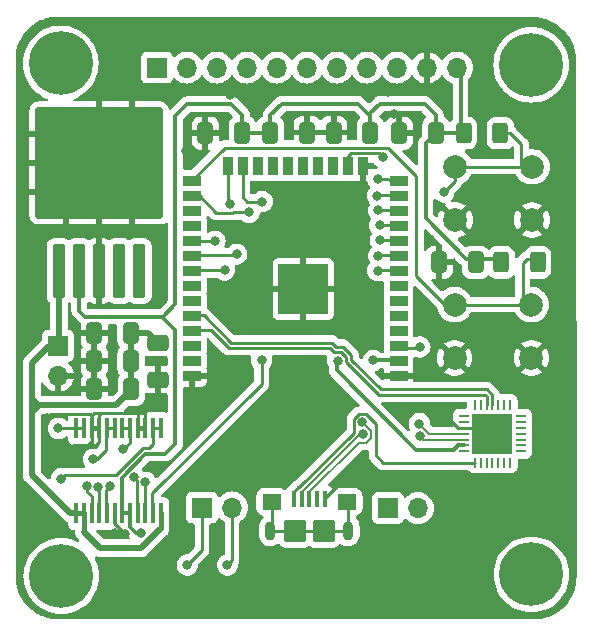
<source format=gtl>
G04 #@! TF.GenerationSoftware,KiCad,Pcbnew,7.0.7*
G04 #@! TF.CreationDate,2024-07-30T23:44:58+02:00*
G04 #@! TF.ProjectId,linefollower_pcb,6c696e65-666f-46c6-9c6f-7765725f7063,rev?*
G04 #@! TF.SameCoordinates,Original*
G04 #@! TF.FileFunction,Copper,L1,Top*
G04 #@! TF.FilePolarity,Positive*
%FSLAX46Y46*%
G04 Gerber Fmt 4.6, Leading zero omitted, Abs format (unit mm)*
G04 Created by KiCad (PCBNEW 7.0.7) date 2024-07-30 23:44:58*
%MOMM*%
%LPD*%
G01*
G04 APERTURE LIST*
G04 Aperture macros list*
%AMRoundRect*
0 Rectangle with rounded corners*
0 $1 Rounding radius*
0 $2 $3 $4 $5 $6 $7 $8 $9 X,Y pos of 4 corners*
0 Add a 4 corners polygon primitive as box body*
4,1,4,$2,$3,$4,$5,$6,$7,$8,$9,$2,$3,0*
0 Add four circle primitives for the rounded corners*
1,1,$1+$1,$2,$3*
1,1,$1+$1,$4,$5*
1,1,$1+$1,$6,$7*
1,1,$1+$1,$8,$9*
0 Add four rect primitives between the rounded corners*
20,1,$1+$1,$2,$3,$4,$5,0*
20,1,$1+$1,$4,$5,$6,$7,0*
20,1,$1+$1,$6,$7,$8,$9,0*
20,1,$1+$1,$8,$9,$2,$3,0*%
G04 Aperture macros list end*
G04 #@! TA.AperFunction,ComponentPad*
%ADD10O,0.900000X1.600000*%
G04 #@! TD*
G04 #@! TA.AperFunction,SMDPad,CuDef*
%ADD11RoundRect,0.250000X-0.550000X-0.450000X0.550000X-0.450000X0.550000X0.450000X-0.550000X0.450000X0*%
G04 #@! TD*
G04 #@! TA.AperFunction,SMDPad,CuDef*
%ADD12RoundRect,0.250000X-0.700000X-0.700000X0.700000X-0.700000X0.700000X0.700000X-0.700000X0.700000X0*%
G04 #@! TD*
G04 #@! TA.AperFunction,SMDPad,CuDef*
%ADD13RoundRect,0.100000X-0.100000X-0.575000X0.100000X-0.575000X0.100000X0.575000X-0.100000X0.575000X0*%
G04 #@! TD*
G04 #@! TA.AperFunction,ComponentPad*
%ADD14R,1.700000X1.700000*%
G04 #@! TD*
G04 #@! TA.AperFunction,ComponentPad*
%ADD15O,1.700000X1.700000*%
G04 #@! TD*
G04 #@! TA.AperFunction,SMDPad,CuDef*
%ADD16RoundRect,0.250000X0.412500X0.650000X-0.412500X0.650000X-0.412500X-0.650000X0.412500X-0.650000X0*%
G04 #@! TD*
G04 #@! TA.AperFunction,ComponentPad*
%ADD17C,0.800000*%
G04 #@! TD*
G04 #@! TA.AperFunction,ComponentPad*
%ADD18C,5.400000*%
G04 #@! TD*
G04 #@! TA.AperFunction,SMDPad,CuDef*
%ADD19RoundRect,0.250000X-0.650000X0.412500X-0.650000X-0.412500X0.650000X-0.412500X0.650000X0.412500X0*%
G04 #@! TD*
G04 #@! TA.AperFunction,SMDPad,CuDef*
%ADD20RoundRect,0.250000X0.400000X0.625000X-0.400000X0.625000X-0.400000X-0.625000X0.400000X-0.625000X0*%
G04 #@! TD*
G04 #@! TA.AperFunction,SMDPad,CuDef*
%ADD21R,0.450000X1.750000*%
G04 #@! TD*
G04 #@! TA.AperFunction,SMDPad,CuDef*
%ADD22RoundRect,0.062500X-0.337500X-0.062500X0.337500X-0.062500X0.337500X0.062500X-0.337500X0.062500X0*%
G04 #@! TD*
G04 #@! TA.AperFunction,SMDPad,CuDef*
%ADD23RoundRect,0.062500X-0.062500X-0.337500X0.062500X-0.337500X0.062500X0.337500X-0.062500X0.337500X0*%
G04 #@! TD*
G04 #@! TA.AperFunction,SMDPad,CuDef*
%ADD24R,3.350000X3.350000*%
G04 #@! TD*
G04 #@! TA.AperFunction,SMDPad,CuDef*
%ADD25R,1.500000X0.900000*%
G04 #@! TD*
G04 #@! TA.AperFunction,SMDPad,CuDef*
%ADD26R,0.900000X1.500000*%
G04 #@! TD*
G04 #@! TA.AperFunction,SMDPad,CuDef*
%ADD27R,1.050000X1.050000*%
G04 #@! TD*
G04 #@! TA.AperFunction,HeatsinkPad*
%ADD28C,0.600000*%
G04 #@! TD*
G04 #@! TA.AperFunction,SMDPad,CuDef*
%ADD29R,4.200000X4.200000*%
G04 #@! TD*
G04 #@! TA.AperFunction,ComponentPad*
%ADD30C,2.000000*%
G04 #@! TD*
G04 #@! TA.AperFunction,SMDPad,CuDef*
%ADD31RoundRect,0.250000X-0.412500X-0.650000X0.412500X-0.650000X0.412500X0.650000X-0.412500X0.650000X0*%
G04 #@! TD*
G04 #@! TA.AperFunction,SMDPad,CuDef*
%ADD32RoundRect,0.250000X0.300000X-2.050000X0.300000X2.050000X-0.300000X2.050000X-0.300000X-2.050000X0*%
G04 #@! TD*
G04 #@! TA.AperFunction,SMDPad,CuDef*
%ADD33RoundRect,0.250000X2.375000X-2.025000X2.375000X2.025000X-2.375000X2.025000X-2.375000X-2.025000X0*%
G04 #@! TD*
G04 #@! TA.AperFunction,SMDPad,CuDef*
%ADD34RoundRect,0.250002X5.149998X-4.449998X5.149998X4.449998X-5.149998X4.449998X-5.149998X-4.449998X0*%
G04 #@! TD*
G04 #@! TA.AperFunction,ViaPad*
%ADD35C,0.800000*%
G04 #@! TD*
G04 #@! TA.AperFunction,Conductor*
%ADD36C,0.250000*%
G04 #@! TD*
G04 #@! TA.AperFunction,Conductor*
%ADD37C,0.200000*%
G04 #@! TD*
G04 #@! TA.AperFunction,Conductor*
%ADD38C,0.300000*%
G04 #@! TD*
G04 #@! TA.AperFunction,Conductor*
%ADD39C,0.500000*%
G04 #@! TD*
G04 #@! TA.AperFunction,Conductor*
%ADD40C,0.400000*%
G04 #@! TD*
G04 APERTURE END LIST*
D10*
X90850000Y-118525000D03*
D11*
X90750000Y-116075000D03*
D12*
X88750000Y-118525000D03*
X86350000Y-118525000D03*
D11*
X84350000Y-116075000D03*
D10*
X84250000Y-118525000D03*
D13*
X88850000Y-115850000D03*
X88200000Y-115850000D03*
X87550000Y-115850000D03*
X86900000Y-115850000D03*
X86250000Y-115850000D03*
D14*
X94200000Y-116600000D03*
D15*
X96740000Y-116600000D03*
D14*
X78460000Y-116550000D03*
D15*
X81000000Y-116550000D03*
D14*
X74640000Y-79300000D03*
D15*
X77180000Y-79300000D03*
X79720000Y-79300000D03*
X82260000Y-79300000D03*
X84800000Y-79300000D03*
X87340000Y-79300000D03*
X89880000Y-79300000D03*
X92420000Y-79300000D03*
X94960000Y-79300000D03*
X97500000Y-79300000D03*
X100040000Y-79300000D03*
D16*
X72462500Y-101750000D03*
X69337500Y-101750000D03*
D17*
X64475000Y-78950000D03*
X65068109Y-77518109D03*
X65068109Y-80381891D03*
X66500000Y-76925000D03*
D18*
X66500000Y-78950000D03*
D17*
X66500000Y-80975000D03*
X67931891Y-77518109D03*
X67931891Y-80381891D03*
X68525000Y-78950000D03*
D19*
X74700000Y-102587500D03*
X74700000Y-105712500D03*
D20*
X103712500Y-84850000D03*
X100612500Y-84850000D03*
D21*
X74975000Y-109850000D03*
X74325000Y-109850000D03*
X73675000Y-109850000D03*
X73025000Y-109850000D03*
X72375000Y-109850000D03*
X71725000Y-109850000D03*
X71075000Y-109850000D03*
X70425000Y-109850000D03*
X69775000Y-109850000D03*
X69125000Y-109850000D03*
X68475000Y-109850000D03*
X67825000Y-109850000D03*
X67825000Y-117050000D03*
X68475000Y-117050000D03*
X69125000Y-117050000D03*
X69775000Y-117050000D03*
X70425000Y-117050000D03*
X71075000Y-117050000D03*
X71725000Y-117050000D03*
X72375000Y-117050000D03*
X73025000Y-117050000D03*
X73675000Y-117050000D03*
X74325000Y-117050000D03*
X74975000Y-117050000D03*
D16*
X72475000Y-106550000D03*
X69350000Y-106550000D03*
D22*
X100600000Y-108800000D03*
X100600000Y-109300000D03*
X100600000Y-109800000D03*
X100600000Y-110300000D03*
X100600000Y-110800000D03*
X100600000Y-111300000D03*
X100600000Y-111800000D03*
D23*
X101550000Y-112750000D03*
X102050000Y-112750000D03*
X102550000Y-112750000D03*
X103050000Y-112750000D03*
X103550000Y-112750000D03*
X104050000Y-112750000D03*
X104550000Y-112750000D03*
D22*
X105500000Y-111800000D03*
X105500000Y-111300000D03*
X105500000Y-110800000D03*
X105500000Y-110300000D03*
X105500000Y-109800000D03*
X105500000Y-109300000D03*
X105500000Y-108800000D03*
D23*
X104550000Y-107850000D03*
X104050000Y-107850000D03*
X103550000Y-107850000D03*
X103050000Y-107850000D03*
X102550000Y-107850000D03*
X102050000Y-107850000D03*
X101550000Y-107850000D03*
D24*
X103050000Y-110300000D03*
D25*
X95100000Y-105400000D03*
X95100000Y-104130000D03*
X95100000Y-102860000D03*
X95100000Y-101590000D03*
X95100000Y-100320000D03*
X95100000Y-99050000D03*
X95100000Y-97780000D03*
X95100000Y-96510000D03*
X95100000Y-95240000D03*
X95100000Y-93970000D03*
X95100000Y-92700000D03*
X95100000Y-91430000D03*
X95100000Y-90160000D03*
X95100000Y-88890000D03*
D26*
X92060000Y-87640000D03*
X90790000Y-87640000D03*
X89520000Y-87640000D03*
X88250000Y-87640000D03*
X86980000Y-87640000D03*
X85710000Y-87640000D03*
X84440000Y-87640000D03*
X83170000Y-87640000D03*
X81900000Y-87640000D03*
X80630000Y-87640000D03*
D25*
X77600000Y-88890000D03*
X77600000Y-90160000D03*
X77600000Y-91430000D03*
X77600000Y-92700000D03*
X77600000Y-93970000D03*
X77600000Y-95240000D03*
X77600000Y-96510000D03*
X77600000Y-97780000D03*
X77600000Y-99050000D03*
X77600000Y-100320000D03*
X77600000Y-101590000D03*
X77600000Y-102860000D03*
X77600000Y-104130000D03*
X77600000Y-105400000D03*
D27*
X88555000Y-99585000D03*
D28*
X88555000Y-98822500D03*
D27*
X88555000Y-98060000D03*
D28*
X88555000Y-97297500D03*
D27*
X88555000Y-96535000D03*
D28*
X87792500Y-99585000D03*
X87792500Y-98060000D03*
X87792500Y-96535000D03*
D27*
X87030000Y-99585000D03*
D28*
X87030000Y-98822500D03*
D27*
X87030000Y-98060000D03*
D29*
X87030000Y-98060000D03*
D28*
X87030000Y-97297500D03*
D27*
X87030000Y-96535000D03*
D28*
X86267500Y-99585000D03*
X86267500Y-98060000D03*
X86267500Y-96535000D03*
D27*
X85505000Y-99585000D03*
D28*
X85505000Y-98822500D03*
D27*
X85505000Y-98060000D03*
D28*
X85505000Y-97297500D03*
D27*
X85505000Y-96535000D03*
D30*
X99850000Y-99381128D03*
X106350000Y-99381128D03*
X99850000Y-103881128D03*
X106350000Y-103881128D03*
D16*
X81875000Y-84850000D03*
X78750000Y-84850000D03*
X72462500Y-104150000D03*
X69337500Y-104150000D03*
D31*
X89600000Y-84800000D03*
X92725000Y-84800000D03*
D32*
X66350000Y-96525000D03*
X68050000Y-96525000D03*
X69750000Y-96525000D03*
D33*
X66975000Y-89800000D03*
X72525000Y-89800000D03*
D34*
X69750000Y-87375000D03*
D33*
X66975000Y-84950000D03*
X72525000Y-84950000D03*
D32*
X71450000Y-96525000D03*
X73150000Y-96525000D03*
D17*
X104300000Y-79068109D03*
X104893109Y-77636218D03*
X104893109Y-80500000D03*
X106325000Y-77043109D03*
D18*
X106325000Y-79068109D03*
D17*
X106325000Y-81093109D03*
X107756891Y-77636218D03*
X107756891Y-80500000D03*
X108350000Y-79068109D03*
X104325000Y-122218109D03*
X104918109Y-120786218D03*
X104918109Y-123650000D03*
X106350000Y-120193109D03*
D18*
X106350000Y-122218109D03*
D17*
X106350000Y-124243109D03*
X107781891Y-120786218D03*
X107781891Y-123650000D03*
X108375000Y-122218109D03*
D31*
X84250000Y-84800000D03*
X87375000Y-84800000D03*
D30*
X99900000Y-87700000D03*
X106400000Y-87700000D03*
X99900000Y-92200000D03*
X106400000Y-92200000D03*
D17*
X64525000Y-122350000D03*
X65118109Y-120918109D03*
X65118109Y-123781891D03*
X66550000Y-120325000D03*
D18*
X66550000Y-122350000D03*
D17*
X66550000Y-124375000D03*
X67981891Y-120918109D03*
X67981891Y-123781891D03*
X68575000Y-122350000D03*
D14*
X66250000Y-102850000D03*
D15*
X66250000Y-105390000D03*
D16*
X101650000Y-95800000D03*
X98525000Y-95800000D03*
X98262500Y-84850000D03*
X95137500Y-84850000D03*
D20*
X106887500Y-95800000D03*
X103787500Y-95800000D03*
D35*
X96900000Y-110500000D03*
X92062712Y-110350500D03*
X96850000Y-109450000D03*
X92045785Y-109351141D03*
X77100000Y-86350000D03*
X85950000Y-94050000D03*
X94750000Y-83250000D03*
X98800000Y-76500000D03*
X96290000Y-121800000D03*
X90450000Y-114150000D03*
X63900000Y-81650000D03*
X99150000Y-108100000D03*
X76050000Y-118450000D03*
X65900000Y-118450000D03*
X108500000Y-99000000D03*
X97450000Y-105100000D03*
X88250000Y-107550000D03*
X91150000Y-84800000D03*
X80800000Y-81650000D03*
X71850000Y-80900000D03*
X76250000Y-76300000D03*
X103500000Y-93604416D03*
X107300000Y-85350000D03*
X77300000Y-107450000D03*
X97800000Y-93800000D03*
X65300000Y-108950000D03*
X103000000Y-98000000D03*
X67300000Y-111600000D03*
X74600000Y-123500000D03*
X102250000Y-89950000D03*
X108600000Y-92850000D03*
X74300000Y-107350000D03*
X86150000Y-81150000D03*
X107970584Y-114104416D03*
X88700000Y-81150000D03*
X91100000Y-81200000D03*
X102250000Y-101631128D03*
X94200000Y-81400000D03*
X101150000Y-120900000D03*
X108200000Y-108650000D03*
X86550000Y-75800000D03*
X100250000Y-116400000D03*
X96700000Y-84850000D03*
X71934216Y-118819170D03*
X64000000Y-98150000D03*
X69450000Y-125350000D03*
X80050000Y-114300000D03*
X86200000Y-89800000D03*
X86950000Y-123350000D03*
X91850000Y-101450000D03*
X98950000Y-89850000D03*
X96900000Y-102950000D03*
X93350000Y-96500000D03*
X93400000Y-95250000D03*
X93550000Y-93900000D03*
X93500000Y-92650000D03*
X93400000Y-91400000D03*
X93300000Y-90150000D03*
X93350000Y-88750000D03*
X93750000Y-86850000D03*
X89937701Y-104112299D03*
X73300000Y-118700000D03*
X92950000Y-104100000D03*
X83550000Y-90650000D03*
X83503460Y-104100000D03*
X80800000Y-90850000D03*
X72734753Y-113996954D03*
X73674500Y-114424500D03*
X82437299Y-91562701D03*
X68693209Y-114749428D03*
X79550000Y-94000000D03*
X70700000Y-114750000D03*
X81400000Y-95100000D03*
X69691541Y-114797788D03*
X80374500Y-96450000D03*
X66550000Y-114100000D03*
X77210000Y-121425000D03*
X80610000Y-121425500D03*
X71800000Y-111625500D03*
X66300000Y-109850000D03*
X69262299Y-112462299D03*
D36*
X90850000Y-116175000D02*
X90750000Y-116075000D01*
X90850000Y-118525000D02*
X90850000Y-116175000D01*
X88750000Y-118525000D02*
X90850000Y-118525000D01*
X86350000Y-118525000D02*
X88750000Y-118525000D01*
X84250000Y-118525000D02*
X86350000Y-118525000D01*
X84350000Y-116075000D02*
X84350000Y-118425000D01*
X84350000Y-118425000D02*
X84250000Y-118525000D01*
X80610000Y-121425500D02*
X81000000Y-121035500D01*
X81000000Y-121035500D02*
X81000000Y-116550000D01*
X88850000Y-115750000D02*
X90450000Y-114150000D01*
X88850000Y-115850000D02*
X88850000Y-115750000D01*
X93800000Y-112750000D02*
X101550000Y-112750000D01*
X93187712Y-112137712D02*
X93800000Y-112750000D01*
X93187712Y-109467763D02*
X93187712Y-112137712D01*
X91745480Y-108626141D02*
X92346090Y-108626141D01*
X86708274Y-114850000D02*
X91320785Y-110237489D01*
X92346090Y-108626141D02*
X93187712Y-109467763D01*
X86623959Y-114850000D02*
X86708274Y-114850000D01*
X91320785Y-110237489D02*
X91320785Y-109050836D01*
X91320785Y-109050836D02*
X91745480Y-108626141D01*
X86250000Y-115223959D02*
X86623959Y-114850000D01*
X86250000Y-115850000D02*
X86250000Y-115223959D01*
D37*
X92045785Y-109351141D02*
X92345144Y-109650500D01*
X91759315Y-111050000D02*
X87550000Y-115259315D01*
X92353162Y-111050000D02*
X91759315Y-111050000D01*
X92762712Y-110640450D02*
X92353162Y-111050000D01*
X92762712Y-110060550D02*
X92762712Y-110640450D01*
X92352662Y-109650500D02*
X92762712Y-110060550D01*
X87550000Y-115259315D02*
X87550000Y-115850000D01*
X86900000Y-115259315D02*
X86900000Y-115850000D01*
X92062712Y-110350500D02*
X92200000Y-110213212D01*
X92200000Y-110213212D02*
X92200000Y-110200000D01*
X91808815Y-110350500D02*
X86900000Y-115259315D01*
X92062712Y-110350500D02*
X91808815Y-110350500D01*
X97700000Y-110300000D02*
X100600000Y-110300000D01*
X96850000Y-109450000D02*
X97700000Y-110300000D01*
D36*
X100151992Y-109800000D02*
X101700000Y-109800000D01*
X99150000Y-108798008D02*
X100151992Y-109800000D01*
X99150000Y-108100000D02*
X99150000Y-108798008D01*
X101700000Y-109800000D02*
X102200000Y-110300000D01*
D37*
X97200000Y-110800000D02*
X100600000Y-110800000D01*
X96900000Y-110500000D02*
X97200000Y-110800000D01*
D38*
X99766637Y-111650000D02*
X96550000Y-111650000D01*
X100116637Y-111300000D02*
X99766637Y-111650000D01*
X96550000Y-111650000D02*
X89850000Y-104950000D01*
X89850000Y-104950000D02*
X89850000Y-104100000D01*
X100600000Y-111300000D02*
X100116637Y-111300000D01*
D39*
X64050000Y-108450000D02*
X64450000Y-108050000D01*
X66550000Y-96950000D02*
X66350000Y-96750000D01*
X66350000Y-96750000D02*
X66350000Y-102750000D01*
X64050000Y-108500000D02*
X64050000Y-108150000D01*
D36*
X74975000Y-118325000D02*
X74900000Y-118400000D01*
D39*
X64050000Y-113800000D02*
X64050000Y-108500000D01*
D40*
X74975000Y-117050000D02*
X74975000Y-118325000D01*
D39*
X64450000Y-108050000D02*
X64600000Y-107900000D01*
D40*
X68475000Y-117050000D02*
X68475000Y-118625000D01*
D39*
X72462500Y-106637500D02*
X72462500Y-101750000D01*
X64050000Y-108150000D02*
X64050000Y-108100000D01*
X64050000Y-108100000D02*
X64275000Y-107875000D01*
X64050000Y-104300000D02*
X64050000Y-107650000D01*
X68475000Y-118625000D02*
X69850000Y-120000000D01*
X64050000Y-107250000D02*
X64050000Y-107350000D01*
D40*
X67825000Y-117050000D02*
X68475000Y-117050000D01*
D39*
X67300000Y-117050000D02*
X64050000Y-113800000D01*
X71200000Y-107900000D02*
X72462500Y-106637500D01*
X64600000Y-107900000D02*
X71200000Y-107900000D01*
D40*
X68400000Y-117125000D02*
X68475000Y-117050000D01*
D39*
X72462500Y-101750000D02*
X73862500Y-101750000D01*
X64050000Y-108150000D02*
X64050000Y-107650000D01*
X66350000Y-102750000D02*
X66250000Y-102850000D01*
X73862500Y-101750000D02*
X74700000Y-102587500D01*
X65500000Y-102850000D02*
X64050000Y-104300000D01*
X70300000Y-120000000D02*
X73300000Y-120000000D01*
X69850000Y-120000000D02*
X70300000Y-120000000D01*
X64050000Y-108500000D02*
X64050000Y-108450000D01*
X64275000Y-107875000D02*
X64450000Y-108050000D01*
X66250000Y-102850000D02*
X65500000Y-102850000D01*
X64050000Y-107350000D02*
X64600000Y-107900000D01*
X67825000Y-117050000D02*
X67300000Y-117050000D01*
X73300000Y-120000000D02*
X74900000Y-118400000D01*
D36*
X73025000Y-108650000D02*
X73100000Y-108575000D01*
X68825000Y-111250000D02*
X69150000Y-110925000D01*
X65650000Y-108600000D02*
X68950000Y-108600000D01*
X71000000Y-117884954D02*
X71000000Y-116650000D01*
X69925000Y-108575000D02*
X69775000Y-108725000D01*
X73025000Y-109850000D02*
X73675000Y-109850000D01*
X73100000Y-108575000D02*
X69925000Y-108575000D01*
X73325000Y-108575000D02*
X73100000Y-108575000D01*
X69775000Y-110975000D02*
X69775000Y-109850000D01*
X71934216Y-118819170D02*
X71000000Y-117884954D01*
X67650000Y-111250000D02*
X68700000Y-111250000D01*
X65300000Y-108950000D02*
X65650000Y-108600000D01*
X69925000Y-108575000D02*
X69325000Y-108575000D01*
X67650000Y-111250000D02*
X69500000Y-111250000D01*
X73675000Y-108225000D02*
X73325000Y-108575000D01*
X69775000Y-108725000D02*
X69775000Y-109850000D01*
X69500000Y-111250000D02*
X69775000Y-110975000D01*
X68700000Y-111250000D02*
X68825000Y-111250000D01*
X69150000Y-109850000D02*
X69650000Y-109850000D01*
X69325000Y-108575000D02*
X69125000Y-108775000D01*
X73675000Y-108225000D02*
X74300000Y-107600000D01*
X69150000Y-110925000D02*
X69150000Y-109850000D01*
X69125000Y-108775000D02*
X69125000Y-109850000D01*
X73675000Y-109850000D02*
X73675000Y-108225000D01*
X69650000Y-109850000D02*
X69700000Y-109900000D01*
X73025000Y-109850000D02*
X73025000Y-108650000D01*
X68950000Y-108600000D02*
X69125000Y-108775000D01*
X67300000Y-111600000D02*
X67650000Y-111250000D01*
X98950000Y-89850000D02*
X99000000Y-89800000D01*
X99900000Y-87700000D02*
X99900000Y-88900000D01*
X104550000Y-84850000D02*
X105500000Y-85800000D01*
X103712500Y-84850000D02*
X104550000Y-84850000D01*
X105500000Y-87700000D02*
X99900000Y-87700000D01*
X95150000Y-103010000D02*
X96840000Y-103010000D01*
X105500000Y-85800000D02*
X105500000Y-87700000D01*
X96840000Y-103010000D02*
X96900000Y-102950000D01*
X99900000Y-88900000D02*
X98950000Y-89850000D01*
X94185000Y-86075000D02*
X80365000Y-86075000D01*
X105950000Y-95500000D02*
X105600000Y-95850000D01*
X106350000Y-99381128D02*
X99000000Y-99381128D01*
X80365000Y-86075000D02*
X77600000Y-88840000D01*
X96600000Y-96981128D02*
X96600000Y-88490000D01*
X106950000Y-95500000D02*
X105950000Y-95500000D01*
X96600000Y-88490000D02*
X94185000Y-86075000D01*
X105600000Y-98631128D02*
X106350000Y-99381128D01*
X99000000Y-99381128D02*
X96600000Y-96981128D01*
X105600000Y-95850000D02*
X105600000Y-98631128D01*
X93400000Y-96500000D02*
X93350000Y-96500000D01*
X93350000Y-96500000D02*
X93350000Y-96550000D01*
X93350000Y-96550000D02*
X93350000Y-96550000D01*
X95100000Y-96460000D02*
X93440000Y-96460000D01*
X93440000Y-96460000D02*
X93400000Y-96500000D01*
X93460000Y-95190000D02*
X93400000Y-95250000D01*
X95100000Y-95190000D02*
X93460000Y-95190000D01*
X93550000Y-93900000D02*
X93550000Y-94000000D01*
X93550000Y-94000000D02*
X93550000Y-94000000D01*
X95100000Y-93920000D02*
X93630000Y-93920000D01*
X93630000Y-93920000D02*
X93650000Y-93900000D01*
X93650000Y-93900000D02*
X93550000Y-93900000D01*
X95100000Y-92650000D02*
X93500000Y-92650000D01*
X95100000Y-91380000D02*
X93400000Y-91400000D01*
X93400000Y-91400000D02*
X93420000Y-91380000D01*
X93400000Y-90150000D02*
X93300000Y-90150000D01*
X95100000Y-90110000D02*
X93360000Y-90110000D01*
X93300000Y-90150000D02*
X93300000Y-90050000D01*
X93300000Y-90050000D02*
X93350000Y-90100000D01*
X93360000Y-90110000D02*
X93400000Y-90150000D01*
X93350000Y-88750000D02*
X93410000Y-88840000D01*
X95100000Y-88840000D02*
X93350000Y-88750000D01*
X93750000Y-86800000D02*
X93750000Y-86850000D01*
X90840000Y-87790000D02*
X90840000Y-86790000D01*
X90840000Y-86790000D02*
X91105000Y-86525000D01*
X91105000Y-86525000D02*
X93475000Y-86525000D01*
X93750000Y-86850000D02*
X93800000Y-86850000D01*
X93800000Y-86850000D02*
X93700000Y-86750000D01*
X93475000Y-86525000D02*
X93750000Y-86800000D01*
D38*
X98262500Y-84850000D02*
X100612500Y-84850000D01*
X98262500Y-84850000D02*
X97400000Y-85712500D01*
X72875000Y-118700000D02*
X72375000Y-118200000D01*
X73300000Y-118700000D02*
X72875000Y-118700000D01*
X84250000Y-84800000D02*
X84250000Y-83350000D01*
X75100000Y-100400000D02*
X76200000Y-101500000D01*
X84250000Y-83350000D02*
X85250000Y-82350000D01*
X68050000Y-97150000D02*
X68050000Y-99888173D01*
X97400000Y-92050000D02*
X100850000Y-95500000D01*
X81875000Y-84850000D02*
X81875000Y-83325000D01*
X92725000Y-83425000D02*
X92725000Y-84800000D01*
X71650000Y-114021752D02*
X71650000Y-117100000D01*
X100350000Y-79610000D02*
X100350000Y-84587500D01*
X92950000Y-104100000D02*
X95080000Y-104100000D01*
X91650000Y-82350000D02*
X92725000Y-83425000D01*
X71725000Y-117050000D02*
X72375000Y-117050000D01*
X75150000Y-100400000D02*
X74650000Y-100400000D01*
X76200000Y-101500000D02*
X76200000Y-111150000D01*
X68250000Y-96950000D02*
X68050000Y-97150000D01*
X76200000Y-111150000D02*
X75350000Y-112000000D01*
X77200000Y-82400000D02*
X76200000Y-83400000D01*
X84200000Y-84850000D02*
X84250000Y-84800000D01*
X92725000Y-84800000D02*
X92725000Y-83175000D01*
X100040000Y-79300000D02*
X100350000Y-79610000D01*
X76200000Y-83400000D02*
X76200000Y-99350000D01*
X81875000Y-84850000D02*
X84200000Y-84850000D01*
X93550000Y-82350000D02*
X97300000Y-82350000D01*
X95080000Y-104100000D02*
X95100000Y-104080000D01*
X100850000Y-95500000D02*
X103850000Y-95500000D01*
X74650000Y-100400000D02*
X75100000Y-100400000D01*
X97400000Y-85712500D02*
X97400000Y-92050000D01*
X92725000Y-83175000D02*
X93550000Y-82350000D01*
X81875000Y-83325000D02*
X80950000Y-82400000D01*
X98262500Y-83312500D02*
X98262500Y-84850000D01*
X72375000Y-118200000D02*
X72375000Y-117050000D01*
X85250000Y-82350000D02*
X91650000Y-82350000D01*
X95100000Y-104080000D02*
X95570000Y-104080000D01*
X100350000Y-84587500D02*
X100612500Y-84850000D01*
X80950000Y-82400000D02*
X77200000Y-82400000D01*
X68050000Y-99888173D02*
X68561827Y-100400000D01*
X68561827Y-100400000D02*
X74650000Y-100400000D01*
X97300000Y-82350000D02*
X98262500Y-83312500D01*
X76200000Y-99350000D02*
X75150000Y-100400000D01*
X75350000Y-112000000D02*
X73671752Y-112000000D01*
X73671752Y-112000000D02*
X71650000Y-114021752D01*
D36*
X74250000Y-115350000D02*
X74250000Y-116650000D01*
X83503460Y-106096540D02*
X74250000Y-115350000D01*
X83503460Y-104100000D02*
X83503460Y-106096540D01*
X81900000Y-87590000D02*
X81900000Y-90300000D01*
X81900000Y-90300000D02*
X82250000Y-90650000D01*
X82250000Y-90650000D02*
X83550000Y-90650000D01*
X80630000Y-90680000D02*
X80630000Y-87590000D01*
X80800000Y-90850000D02*
X80630000Y-90680000D01*
X72950000Y-114212201D02*
X72950000Y-116650000D01*
X72734753Y-113996954D02*
X72950000Y-114212201D01*
X73600000Y-114499000D02*
X73600000Y-116650000D01*
X81112604Y-91562701D02*
X81100305Y-91575000D01*
X73674500Y-114424500D02*
X73600000Y-114499000D01*
X81100305Y-91575000D02*
X79645000Y-91575000D01*
X82437299Y-91562701D02*
X81112604Y-91562701D01*
X79645000Y-91575000D02*
X78180000Y-90110000D01*
X78180000Y-90110000D02*
X77600000Y-90110000D01*
X68693209Y-114749428D02*
X68693209Y-115193209D01*
X69150000Y-115650000D02*
X69150000Y-116550000D01*
X79550000Y-94000000D02*
X77680000Y-94000000D01*
X68693209Y-115193209D02*
X69150000Y-115650000D01*
X69150000Y-116550000D02*
X69050000Y-116650000D01*
X77680000Y-94000000D02*
X77600000Y-93920000D01*
X81310000Y-95190000D02*
X77600000Y-95190000D01*
X70700000Y-114750000D02*
X70350000Y-115100000D01*
X81400000Y-95100000D02*
X81310000Y-95190000D01*
X70350000Y-115100000D02*
X70350000Y-116650000D01*
X69691541Y-114797788D02*
X69700000Y-114806247D01*
X80364500Y-96460000D02*
X77600000Y-96460000D01*
X80374500Y-96450000D02*
X80364500Y-96460000D01*
X69700000Y-114806247D02*
X69700000Y-116650000D01*
X71200000Y-113800000D02*
X66850000Y-113800000D01*
X77210000Y-121425000D02*
X78460000Y-120175000D01*
X74975000Y-109525000D02*
X74975000Y-109850000D01*
X66850000Y-113800000D02*
X66550000Y-114100000D01*
X73975000Y-111525000D02*
X73475001Y-111525000D01*
X74325000Y-111175000D02*
X73975000Y-111525000D01*
X73475001Y-111525000D02*
X71200000Y-113800000D01*
X74325000Y-109850000D02*
X74325000Y-111175000D01*
X66550000Y-114150000D02*
X66550000Y-114150000D01*
X66550000Y-114100000D02*
X66550000Y-114150000D01*
X74900000Y-109450000D02*
X74975000Y-109525000D01*
X74975000Y-109850000D02*
X74325000Y-109850000D01*
X78460000Y-120175000D02*
X78460000Y-116550000D01*
X71725000Y-109850000D02*
X72375000Y-109850000D01*
X71800000Y-111625500D02*
X72375000Y-111050500D01*
X72375000Y-111050500D02*
X72375000Y-109850000D01*
X68400000Y-109850000D02*
X68400000Y-109450000D01*
X67825000Y-109850000D02*
X68400000Y-109850000D01*
X66300000Y-109850000D02*
X67825000Y-109850000D01*
X70350000Y-111650000D02*
X69537701Y-112462299D01*
X69537701Y-112462299D02*
X69262299Y-112462299D01*
X71075000Y-109850000D02*
X71025000Y-109800000D01*
X70350000Y-109800000D02*
X70350000Y-111650000D01*
X71025000Y-109800000D02*
X70350000Y-109800000D01*
X91112701Y-104054553D02*
X93608148Y-106550000D01*
X80930000Y-102600000D02*
X89486396Y-102600000D01*
X91112701Y-103625598D02*
X91112701Y-104054553D01*
X78600000Y-100270000D02*
X80930000Y-102600000D01*
X103050000Y-107013604D02*
X103050000Y-107850000D01*
X77600000Y-100270000D02*
X78600000Y-100270000D01*
X102586396Y-106550000D02*
X103050000Y-107013604D01*
X90424402Y-102937299D02*
X91112701Y-103625598D01*
X89486396Y-102600000D02*
X89823695Y-102937299D01*
X89823695Y-102937299D02*
X90424402Y-102937299D01*
X93608148Y-106550000D02*
X102586396Y-106550000D01*
X93421752Y-107000000D02*
X90662701Y-104240949D01*
X89300000Y-103050000D02*
X80743604Y-103050000D01*
X80743604Y-103050000D02*
X79233604Y-101540000D01*
X102550000Y-107850000D02*
X102550000Y-107150000D01*
X79233604Y-101540000D02*
X77600000Y-101540000D01*
X89637299Y-103387299D02*
X89300000Y-103050000D01*
X102550000Y-107150000D02*
X102400000Y-107000000D01*
X102400000Y-107000000D02*
X93421752Y-107000000D01*
X90238006Y-103387299D02*
X89637299Y-103387299D01*
X90662701Y-103811994D02*
X90238006Y-103387299D01*
X90662701Y-104240949D02*
X90662701Y-103811994D01*
G04 #@! TA.AperFunction,Conductor*
G36*
X71134426Y-118278112D02*
G01*
X71149311Y-118287679D01*
X71250311Y-118363288D01*
X71286110Y-118411110D01*
X71300000Y-118425000D01*
X71347819Y-118425000D01*
X71347833Y-118424999D01*
X71384395Y-118421068D01*
X71410905Y-118421068D01*
X71452127Y-118425500D01*
X71680380Y-118425499D01*
X71747420Y-118445183D01*
X71793175Y-118497987D01*
X71795674Y-118503853D01*
X71800432Y-118515871D01*
X71828983Y-118555170D01*
X71832188Y-118560049D01*
X71856919Y-118601865D01*
X71856923Y-118601869D01*
X71871923Y-118616869D01*
X71884558Y-118631662D01*
X71888926Y-118637673D01*
X71897037Y-118648837D01*
X71897039Y-118648838D01*
X71897041Y-118648841D01*
X71934470Y-118679805D01*
X71938781Y-118683727D01*
X72154831Y-118899776D01*
X72292874Y-119037819D01*
X72326359Y-119099142D01*
X72321375Y-119168833D01*
X72279504Y-119224767D01*
X72214039Y-119249184D01*
X72205193Y-119249500D01*
X70212229Y-119249500D01*
X70145190Y-119229815D01*
X70124548Y-119213181D01*
X69548547Y-118637180D01*
X69515062Y-118575857D01*
X69520046Y-118506165D01*
X69561918Y-118450232D01*
X69627382Y-118425815D01*
X69636206Y-118425499D01*
X70047872Y-118425499D01*
X70047885Y-118425498D01*
X70086744Y-118421320D01*
X70113252Y-118421320D01*
X70152127Y-118425500D01*
X70697872Y-118425499D01*
X70706711Y-118424548D01*
X70739094Y-118421068D01*
X70765606Y-118421068D01*
X70802166Y-118424999D01*
X70802182Y-118425000D01*
X70850000Y-118425000D01*
X70865611Y-118409388D01*
X70869685Y-118395515D01*
X70899689Y-118363288D01*
X71000689Y-118287679D01*
X71066153Y-118263261D01*
X71134426Y-118278112D01*
G37*
G04 #@! TD.AperFunction*
G04 #@! TA.AperFunction,Conductor*
G36*
X67075297Y-108670185D02*
G01*
X67121052Y-108722989D01*
X67130996Y-108792147D01*
X67124440Y-108817830D01*
X67116865Y-108838143D01*
X67105908Y-108867518D01*
X67099501Y-108927116D01*
X67099500Y-108927135D01*
X67099500Y-109074428D01*
X67079815Y-109141467D01*
X67027011Y-109187222D01*
X66957853Y-109197166D01*
X66902615Y-109174746D01*
X66752734Y-109065851D01*
X66752729Y-109065848D01*
X66579807Y-108988857D01*
X66579802Y-108988855D01*
X66434001Y-108957865D01*
X66394646Y-108949500D01*
X66205354Y-108949500D01*
X66172897Y-108956398D01*
X66020197Y-108988855D01*
X66020192Y-108988857D01*
X65847270Y-109065848D01*
X65847265Y-109065851D01*
X65694129Y-109177111D01*
X65567466Y-109317785D01*
X65472821Y-109481715D01*
X65472818Y-109481722D01*
X65419302Y-109646429D01*
X65414326Y-109661744D01*
X65394540Y-109850000D01*
X65414326Y-110038256D01*
X65414327Y-110038259D01*
X65472818Y-110218277D01*
X65472821Y-110218284D01*
X65567467Y-110382216D01*
X65651461Y-110475500D01*
X65694129Y-110522888D01*
X65847265Y-110634148D01*
X65847270Y-110634151D01*
X66020192Y-110711142D01*
X66020197Y-110711144D01*
X66205354Y-110750500D01*
X66205355Y-110750500D01*
X66394644Y-110750500D01*
X66394646Y-110750500D01*
X66579803Y-110711144D01*
X66752730Y-110634151D01*
X66902615Y-110525253D01*
X66968422Y-110501773D01*
X67036476Y-110517598D01*
X67085171Y-110567704D01*
X67099501Y-110625571D01*
X67099501Y-110772876D01*
X67105908Y-110832483D01*
X67156202Y-110967328D01*
X67156206Y-110967335D01*
X67242452Y-111082544D01*
X67242455Y-111082547D01*
X67357664Y-111168793D01*
X67357671Y-111168797D01*
X67402618Y-111185560D01*
X67492517Y-111219091D01*
X67552127Y-111225500D01*
X68097872Y-111225499D01*
X68097873Y-111225498D01*
X68097885Y-111225498D01*
X68136744Y-111221320D01*
X68163252Y-111221320D01*
X68202127Y-111225500D01*
X68747872Y-111225499D01*
X68756711Y-111224548D01*
X68789094Y-111221068D01*
X68815606Y-111221068D01*
X68852166Y-111224999D01*
X68852182Y-111225000D01*
X68900000Y-111225000D01*
X68915611Y-111209388D01*
X68919685Y-111195515D01*
X68949686Y-111163289D01*
X69057546Y-111082546D01*
X69126735Y-110990121D01*
X69182667Y-110948252D01*
X69252359Y-110943268D01*
X69313682Y-110976753D01*
X69347166Y-111038077D01*
X69350000Y-111064434D01*
X69350000Y-111225000D01*
X69397821Y-111225000D01*
X69397831Y-111224999D01*
X69436742Y-111220815D01*
X69463258Y-111220815D01*
X69502168Y-111224999D01*
X69502179Y-111225000D01*
X69591047Y-111225000D01*
X69658086Y-111244685D01*
X69703841Y-111297489D01*
X69713785Y-111366647D01*
X69684760Y-111430203D01*
X69678727Y-111436682D01*
X69566740Y-111548667D01*
X69505417Y-111582151D01*
X69453280Y-111582275D01*
X69356945Y-111561799D01*
X69167653Y-111561799D01*
X69135196Y-111568697D01*
X68982496Y-111601154D01*
X68982491Y-111601156D01*
X68809569Y-111678147D01*
X68809564Y-111678150D01*
X68656428Y-111789410D01*
X68529765Y-111930084D01*
X68435120Y-112094014D01*
X68435117Y-112094021D01*
X68379876Y-112264036D01*
X68376625Y-112274043D01*
X68356839Y-112462299D01*
X68376625Y-112650555D01*
X68376626Y-112650558D01*
X68435117Y-112830576D01*
X68435120Y-112830583D01*
X68526293Y-112988500D01*
X68542766Y-113056401D01*
X68519913Y-113122427D01*
X68464992Y-113165618D01*
X68418906Y-113174500D01*
X66932738Y-113174500D01*
X66917121Y-113172776D01*
X66917094Y-113173062D01*
X66909332Y-113172327D01*
X66840204Y-113174500D01*
X66810650Y-113174500D01*
X66809929Y-113174590D01*
X66803757Y-113175369D01*
X66797945Y-113175826D01*
X66751373Y-113177290D01*
X66751372Y-113177290D01*
X66732129Y-113182881D01*
X66713080Y-113186825D01*
X66693212Y-113189334D01*
X66693208Y-113189335D01*
X66689525Y-113190794D01*
X66643882Y-113199500D01*
X66455354Y-113199500D01*
X66440464Y-113202665D01*
X66270197Y-113238855D01*
X66270192Y-113238857D01*
X66097270Y-113315848D01*
X66097265Y-113315851D01*
X65944129Y-113427111D01*
X65817466Y-113567785D01*
X65722821Y-113731715D01*
X65722818Y-113731722D01*
X65670649Y-113892283D01*
X65664326Y-113911744D01*
X65650171Y-114046423D01*
X65649538Y-114052449D01*
X65622953Y-114117063D01*
X65565656Y-114157048D01*
X65495837Y-114159708D01*
X65438536Y-114127168D01*
X64836819Y-113525451D01*
X64803334Y-113464128D01*
X64800500Y-113437770D01*
X64800500Y-108812229D01*
X64820185Y-108745190D01*
X64836819Y-108724548D01*
X64874548Y-108686819D01*
X64935871Y-108653334D01*
X64962229Y-108650500D01*
X67008258Y-108650500D01*
X67075297Y-108670185D01*
G37*
G04 #@! TD.AperFunction*
G04 #@! TA.AperFunction,Conductor*
G36*
X79043452Y-102237225D02*
G01*
X79060417Y-102251403D01*
X80242801Y-103433788D01*
X80252626Y-103446051D01*
X80252847Y-103445869D01*
X80257818Y-103451878D01*
X80275841Y-103468802D01*
X80308239Y-103499226D01*
X80329133Y-103520120D01*
X80334615Y-103524373D01*
X80339047Y-103528157D01*
X80373022Y-103560062D01*
X80390580Y-103569714D01*
X80406839Y-103580395D01*
X80422668Y-103592673D01*
X80465442Y-103611182D01*
X80470660Y-103613738D01*
X80511512Y-103636197D01*
X80530920Y-103641180D01*
X80549321Y-103647480D01*
X80567708Y-103655437D01*
X80611092Y-103662308D01*
X80613723Y-103662725D01*
X80619443Y-103663909D01*
X80664585Y-103675500D01*
X80684620Y-103675500D01*
X80704018Y-103677026D01*
X80723798Y-103680159D01*
X80723799Y-103680160D01*
X80723799Y-103680159D01*
X80723800Y-103680160D01*
X80770187Y-103675775D01*
X80776026Y-103675500D01*
X82523875Y-103675500D01*
X82590914Y-103695185D01*
X82636669Y-103747989D01*
X82646613Y-103817147D01*
X82641806Y-103837818D01*
X82623338Y-103894658D01*
X82617786Y-103911744D01*
X82598000Y-104100000D01*
X82617786Y-104288256D01*
X82617787Y-104288259D01*
X82676278Y-104468277D01*
X82676281Y-104468284D01*
X82770927Y-104632216D01*
X82797950Y-104662228D01*
X82846110Y-104715715D01*
X82876340Y-104778706D01*
X82877960Y-104798687D01*
X82877960Y-105786086D01*
X82858275Y-105853125D01*
X82841641Y-105873767D01*
X74673600Y-114041807D01*
X74612277Y-114075292D01*
X74542585Y-114070308D01*
X74486652Y-114028436D01*
X74478542Y-114016143D01*
X74407033Y-113892284D01*
X74280371Y-113751612D01*
X74271722Y-113745328D01*
X74127234Y-113640351D01*
X74127229Y-113640348D01*
X73954307Y-113563357D01*
X73954302Y-113563355D01*
X73775972Y-113525451D01*
X73769146Y-113524000D01*
X73579854Y-113524000D01*
X73573356Y-113524000D01*
X73573356Y-113521036D01*
X73517264Y-113510740D01*
X73472607Y-113468908D01*
X73471108Y-113469998D01*
X73467287Y-113464739D01*
X73391131Y-113380160D01*
X73384776Y-113373102D01*
X73354547Y-113310112D01*
X73363172Y-113240777D01*
X73389243Y-113202453D01*
X73904878Y-112686819D01*
X73966202Y-112653334D01*
X73992560Y-112650500D01*
X75264495Y-112650500D01*
X75280505Y-112652267D01*
X75280528Y-112652026D01*
X75288289Y-112652758D01*
X75288296Y-112652760D01*
X75360203Y-112650500D01*
X75390925Y-112650500D01*
X75398190Y-112649581D01*
X75404016Y-112649122D01*
X75452569Y-112647597D01*
X75472956Y-112641673D01*
X75491996Y-112637731D01*
X75513058Y-112635071D01*
X75558235Y-112617183D01*
X75563735Y-112615300D01*
X75610398Y-112601744D01*
X75628665Y-112590939D01*
X75646136Y-112582380D01*
X75665871Y-112574568D01*
X75705177Y-112546010D01*
X75710043Y-112542813D01*
X75751865Y-112518081D01*
X75766870Y-112503075D01*
X75781668Y-112490436D01*
X75798837Y-112477963D01*
X75829809Y-112440522D01*
X75833723Y-112436221D01*
X76599513Y-111670431D01*
X76612079Y-111660365D01*
X76611925Y-111660178D01*
X76617937Y-111655204D01*
X76617937Y-111655203D01*
X76617940Y-111655202D01*
X76667190Y-111602755D01*
X76688912Y-111581034D01*
X76693402Y-111575244D01*
X76697184Y-111570814D01*
X76730448Y-111535393D01*
X76740674Y-111516789D01*
X76751347Y-111500541D01*
X76764363Y-111483763D01*
X76783651Y-111439187D01*
X76786224Y-111433936D01*
X76788276Y-111430203D01*
X76809627Y-111391368D01*
X76814904Y-111370808D01*
X76821206Y-111352403D01*
X76829636Y-111332926D01*
X76837235Y-111284945D01*
X76838417Y-111279234D01*
X76850500Y-111232177D01*
X76850500Y-111210954D01*
X76852027Y-111191555D01*
X76855347Y-111170595D01*
X76850775Y-111122227D01*
X76850500Y-111116389D01*
X76850500Y-106474000D01*
X76870185Y-106406961D01*
X76922989Y-106361206D01*
X76974500Y-106350000D01*
X77350000Y-106350000D01*
X77350000Y-105650000D01*
X77850000Y-105650000D01*
X77850000Y-106350000D01*
X78397828Y-106350000D01*
X78397844Y-106349999D01*
X78457372Y-106343598D01*
X78457379Y-106343596D01*
X78592086Y-106293354D01*
X78592093Y-106293350D01*
X78707187Y-106207190D01*
X78707190Y-106207187D01*
X78793350Y-106092093D01*
X78793354Y-106092086D01*
X78843596Y-105957379D01*
X78843598Y-105957372D01*
X78849999Y-105897844D01*
X78850000Y-105897827D01*
X78850000Y-105650000D01*
X77850000Y-105650000D01*
X77350000Y-105650000D01*
X77350000Y-105274000D01*
X77369685Y-105206961D01*
X77422489Y-105161206D01*
X77474000Y-105150000D01*
X78850000Y-105150000D01*
X78850000Y-104902172D01*
X78849999Y-104902155D01*
X78843597Y-104842622D01*
X78843597Y-104842620D01*
X78831075Y-104809048D01*
X78826089Y-104739356D01*
X78831071Y-104722390D01*
X78844091Y-104687483D01*
X78850500Y-104627873D01*
X78850499Y-103632128D01*
X78844091Y-103572517D01*
X78831340Y-103538332D01*
X78826357Y-103468642D01*
X78831338Y-103451672D01*
X78844091Y-103417483D01*
X78850500Y-103357873D01*
X78850499Y-102362128D01*
X78849447Y-102352342D01*
X78861850Y-102283583D01*
X78909459Y-102232444D01*
X78977158Y-102215163D01*
X79043452Y-102237225D01*
G37*
G04 #@! TD.AperFunction*
G04 #@! TA.AperFunction,Conductor*
G36*
X100867539Y-107645185D02*
G01*
X100913294Y-107697989D01*
X100924500Y-107749500D01*
X100924499Y-108050500D01*
X100904814Y-108117540D01*
X100852010Y-108163295D01*
X100800499Y-108174500D01*
X100225596Y-108174500D01*
X100115536Y-108188988D01*
X100115527Y-108188991D01*
X99978574Y-108245719D01*
X99978571Y-108245720D01*
X99978571Y-108245721D01*
X99860964Y-108335964D01*
X99810285Y-108402011D01*
X99770719Y-108453574D01*
X99713991Y-108590527D01*
X99713990Y-108590529D01*
X99699500Y-108700598D01*
X99699500Y-108899403D01*
X99713989Y-109009468D01*
X99716094Y-109017322D01*
X99712814Y-109018200D01*
X99718581Y-109072073D01*
X99715517Y-109082522D01*
X99716095Y-109082677D01*
X99713990Y-109090529D01*
X99699500Y-109200598D01*
X99699500Y-109399403D01*
X99713989Y-109509468D01*
X99716094Y-109517322D01*
X99713010Y-109518148D01*
X99718849Y-109572737D01*
X99716014Y-109582652D01*
X99716582Y-109582804D01*
X99714478Y-109590654D01*
X99714343Y-109591686D01*
X99713986Y-109592491D01*
X99712376Y-109598504D01*
X99711437Y-109598252D01*
X99686076Y-109655583D01*
X99627751Y-109694053D01*
X99591404Y-109699500D01*
X98000097Y-109699500D01*
X97933058Y-109679815D01*
X97912416Y-109663181D01*
X97791779Y-109542544D01*
X97758294Y-109481221D01*
X97755460Y-109454863D01*
X97755460Y-109450002D01*
X97750142Y-109399403D01*
X97735674Y-109261744D01*
X97677179Y-109081716D01*
X97582533Y-108917784D01*
X97455871Y-108777112D01*
X97427819Y-108756731D01*
X97302734Y-108665851D01*
X97302729Y-108665848D01*
X97129807Y-108588857D01*
X97129802Y-108588855D01*
X96984000Y-108557865D01*
X96944646Y-108549500D01*
X96755354Y-108549500D01*
X96722897Y-108556398D01*
X96570197Y-108588855D01*
X96570192Y-108588857D01*
X96397270Y-108665848D01*
X96397265Y-108665851D01*
X96244129Y-108777111D01*
X96117466Y-108917785D01*
X96022821Y-109081715D01*
X96022818Y-109081722D01*
X95976427Y-109224500D01*
X95964326Y-109261744D01*
X95944540Y-109450000D01*
X95964326Y-109638256D01*
X95964327Y-109638259D01*
X96022818Y-109818277D01*
X96022820Y-109818281D01*
X96022821Y-109818284D01*
X96069653Y-109899400D01*
X96077246Y-109912551D01*
X96093718Y-109980451D01*
X96070865Y-110046478D01*
X96015943Y-110089668D01*
X95946390Y-110096309D01*
X95884288Y-110064292D01*
X95882177Y-110062231D01*
X93657127Y-107837181D01*
X93623642Y-107775858D01*
X93628626Y-107706166D01*
X93670498Y-107650233D01*
X93735962Y-107625816D01*
X93744808Y-107625500D01*
X100800500Y-107625500D01*
X100867539Y-107645185D01*
G37*
G04 #@! TD.AperFunction*
G04 #@! TA.AperFunction,Conductor*
G36*
X69642539Y-109644685D02*
G01*
X69688294Y-109697489D01*
X69699500Y-109748999D01*
X69699501Y-109950999D01*
X69679817Y-110018039D01*
X69627013Y-110063794D01*
X69575501Y-110075000D01*
X69324499Y-110075000D01*
X69257460Y-110055315D01*
X69211705Y-110002511D01*
X69200499Y-109951002D01*
X69200499Y-109748998D01*
X69220184Y-109681961D01*
X69272988Y-109636206D01*
X69324499Y-109625000D01*
X69575500Y-109625000D01*
X69642539Y-109644685D01*
G37*
G04 #@! TD.AperFunction*
G04 #@! TA.AperFunction,Conductor*
G36*
X73542540Y-109644685D02*
G01*
X73588295Y-109697489D01*
X73599500Y-109748997D01*
X73599501Y-109850000D01*
X73599501Y-109951000D01*
X73579816Y-110018039D01*
X73527012Y-110063794D01*
X73475501Y-110075000D01*
X73224500Y-110075000D01*
X73157461Y-110055315D01*
X73111706Y-110002511D01*
X73100500Y-109951000D01*
X73100500Y-109749000D01*
X73120185Y-109681961D01*
X73172989Y-109636206D01*
X73224500Y-109625000D01*
X73475501Y-109625000D01*
X73542540Y-109644685D01*
G37*
G04 #@! TD.AperFunction*
G04 #@! TA.AperFunction,Conductor*
G36*
X73788486Y-103703973D02*
G01*
X73897203Y-103739999D01*
X73999991Y-103750500D01*
X75400008Y-103750499D01*
X75412897Y-103749182D01*
X75481589Y-103761950D01*
X75532474Y-103809830D01*
X75549500Y-103872540D01*
X75549500Y-104427961D01*
X75529815Y-104495000D01*
X75477011Y-104540755D01*
X75412902Y-104551319D01*
X75399998Y-104550001D01*
X75399974Y-104550000D01*
X74950000Y-104550000D01*
X74950000Y-106874999D01*
X75399972Y-106874999D01*
X75399981Y-106874998D01*
X75412896Y-106873679D01*
X75481589Y-106886448D01*
X75532474Y-106934327D01*
X75549500Y-106997037D01*
X75549500Y-108392581D01*
X75529815Y-108459620D01*
X75477011Y-108505375D01*
X75407853Y-108515319D01*
X75382168Y-108508763D01*
X75307488Y-108480910D01*
X75307484Y-108480909D01*
X75307483Y-108480909D01*
X75247873Y-108474500D01*
X75247863Y-108474500D01*
X74702130Y-108474500D01*
X74702119Y-108474501D01*
X74663253Y-108478679D01*
X74636748Y-108478679D01*
X74597874Y-108474500D01*
X74052132Y-108474500D01*
X74052117Y-108474501D01*
X74010904Y-108478931D01*
X73984402Y-108478931D01*
X73947834Y-108475000D01*
X73900000Y-108475000D01*
X73884388Y-108490611D01*
X73880315Y-108504485D01*
X73850313Y-108536710D01*
X73742454Y-108617454D01*
X73742453Y-108617455D01*
X73742452Y-108617456D01*
X73673266Y-108709876D01*
X73617332Y-108751747D01*
X73547641Y-108756731D01*
X73486318Y-108723245D01*
X73452834Y-108661922D01*
X73450000Y-108635565D01*
X73450000Y-108475000D01*
X73402164Y-108475000D01*
X73363252Y-108479183D01*
X73336748Y-108479183D01*
X73297835Y-108475000D01*
X73250000Y-108475000D01*
X73250000Y-108635565D01*
X73230315Y-108702604D01*
X73177511Y-108748359D01*
X73108353Y-108758303D01*
X73044797Y-108729278D01*
X73026734Y-108709876D01*
X72957547Y-108617456D01*
X72957548Y-108617456D01*
X72957546Y-108617454D01*
X72849687Y-108536711D01*
X72813888Y-108488888D01*
X72800000Y-108475000D01*
X72752165Y-108475000D01*
X72715598Y-108478931D01*
X72689092Y-108478931D01*
X72647873Y-108474500D01*
X72102130Y-108474500D01*
X72102119Y-108474501D01*
X72063253Y-108478679D01*
X72036748Y-108478679D01*
X71997875Y-108474500D01*
X71997873Y-108474500D01*
X71986229Y-108474500D01*
X71919190Y-108454815D01*
X71873435Y-108402011D01*
X71863491Y-108332853D01*
X71892516Y-108269297D01*
X71898548Y-108262819D01*
X72174548Y-107986818D01*
X72235871Y-107953333D01*
X72262229Y-107950499D01*
X72937502Y-107950499D01*
X72937508Y-107950499D01*
X73040297Y-107939999D01*
X73206834Y-107884814D01*
X73356156Y-107792712D01*
X73480212Y-107668656D01*
X73572314Y-107519334D01*
X73627499Y-107352797D01*
X73638000Y-107250009D01*
X73637999Y-106950297D01*
X73657683Y-106883261D01*
X73710487Y-106837506D01*
X73779646Y-106827562D01*
X73801004Y-106832594D01*
X73897305Y-106864505D01*
X73897309Y-106864506D01*
X74000019Y-106874999D01*
X74449999Y-106874999D01*
X74450000Y-106874998D01*
X74450000Y-104550000D01*
X74000028Y-104550000D01*
X74000012Y-104550001D01*
X73897302Y-104560494D01*
X73788503Y-104596547D01*
X73718675Y-104598949D01*
X73658633Y-104563217D01*
X73627440Y-104500697D01*
X73625499Y-104478848D01*
X73625499Y-103821683D01*
X73645184Y-103754645D01*
X73697988Y-103708890D01*
X73767146Y-103698946D01*
X73788486Y-103703973D01*
G37*
G04 #@! TD.AperFunction*
G04 #@! TA.AperFunction,Conductor*
G36*
X67289594Y-99172800D02*
G01*
X67340596Y-99204258D01*
X67387321Y-99256205D01*
X67399500Y-99309797D01*
X67399500Y-99802667D01*
X67397732Y-99818678D01*
X67397974Y-99818701D01*
X67397240Y-99826467D01*
X67399500Y-99898376D01*
X67399500Y-99929093D01*
X67399501Y-99929113D01*
X67400418Y-99936379D01*
X67400876Y-99942197D01*
X67402402Y-99990740D01*
X67402403Y-99990743D01*
X67408323Y-100011121D01*
X67412268Y-100030169D01*
X67414928Y-100051227D01*
X67414931Y-100051237D01*
X67432813Y-100096403D01*
X67434705Y-100101931D01*
X67448254Y-100148568D01*
X67448255Y-100148570D01*
X67459060Y-100166839D01*
X67467617Y-100184307D01*
X67473226Y-100198473D01*
X67475432Y-100204045D01*
X67503983Y-100243343D01*
X67507188Y-100248222D01*
X67531919Y-100290038D01*
X67531923Y-100290042D01*
X67546925Y-100305044D01*
X67559563Y-100319842D01*
X67572033Y-100337006D01*
X67572036Y-100337009D01*
X67572037Y-100337010D01*
X67609476Y-100367982D01*
X67613776Y-100371895D01*
X67845231Y-100603350D01*
X68041391Y-100799510D01*
X68051462Y-100812080D01*
X68051649Y-100811926D01*
X68056623Y-100817937D01*
X68056625Y-100817940D01*
X68080860Y-100840698D01*
X68109070Y-100867190D01*
X68130793Y-100888912D01*
X68132657Y-100890358D01*
X68133050Y-100890903D01*
X68133723Y-100891496D01*
X68133588Y-100891648D01*
X68173563Y-100947001D01*
X68180014Y-101000939D01*
X68175000Y-101050011D01*
X68175000Y-101500000D01*
X70499999Y-101500000D01*
X70499999Y-101174500D01*
X70519684Y-101107461D01*
X70572488Y-101061706D01*
X70623999Y-101050500D01*
X71175500Y-101050500D01*
X71242539Y-101070185D01*
X71288294Y-101122989D01*
X71299500Y-101174500D01*
X71299500Y-102450001D01*
X71299501Y-102450018D01*
X71310000Y-102552796D01*
X71310001Y-102552799D01*
X71365185Y-102719331D01*
X71365187Y-102719336D01*
X71457289Y-102868657D01*
X71460795Y-102873091D01*
X71486934Y-102937887D01*
X71473892Y-103006529D01*
X71460795Y-103026909D01*
X71457289Y-103031342D01*
X71365187Y-103180663D01*
X71365185Y-103180668D01*
X71337349Y-103264670D01*
X71310001Y-103347203D01*
X71310001Y-103347204D01*
X71310000Y-103347204D01*
X71299500Y-103449983D01*
X71299500Y-104850001D01*
X71299501Y-104850018D01*
X71310000Y-104952796D01*
X71310001Y-104952799D01*
X71365185Y-105119331D01*
X71365187Y-105119336D01*
X71377932Y-105139999D01*
X71457096Y-105268345D01*
X71457289Y-105268657D01*
X71458075Y-105269443D01*
X71458442Y-105270115D01*
X71461766Y-105274319D01*
X71461047Y-105274887D01*
X71491560Y-105330766D01*
X71486576Y-105400458D01*
X71472882Y-105424766D01*
X71473580Y-105425197D01*
X71469789Y-105431342D01*
X71469788Y-105431344D01*
X71450948Y-105461889D01*
X71377687Y-105580663D01*
X71377685Y-105580668D01*
X71358025Y-105640000D01*
X71322501Y-105747203D01*
X71322501Y-105747204D01*
X71322500Y-105747204D01*
X71312000Y-105849983D01*
X71312000Y-106675269D01*
X71292315Y-106742308D01*
X71275681Y-106762950D01*
X70925451Y-107113181D01*
X70864128Y-107146666D01*
X70837770Y-107149500D01*
X70636500Y-107149500D01*
X70569461Y-107129815D01*
X70523706Y-107077011D01*
X70512500Y-107025500D01*
X70512500Y-106800000D01*
X68187501Y-106800000D01*
X68187501Y-107025500D01*
X68167816Y-107092539D01*
X68115012Y-107138294D01*
X68063501Y-107149500D01*
X64962230Y-107149500D01*
X64895191Y-107129815D01*
X64874549Y-107113181D01*
X64836818Y-107075450D01*
X64803333Y-107014127D01*
X64800499Y-106987778D01*
X64800499Y-106035234D01*
X64820184Y-105968197D01*
X64872988Y-105922442D01*
X64942146Y-105912498D01*
X65005702Y-105941523D01*
X65036881Y-105982831D01*
X65076399Y-106067578D01*
X65211894Y-106261082D01*
X65378917Y-106428105D01*
X65572421Y-106563600D01*
X65786507Y-106663429D01*
X65786516Y-106663433D01*
X66000000Y-106720634D01*
X66000000Y-106002301D01*
X66019685Y-105935262D01*
X66072489Y-105889507D01*
X66141647Y-105879563D01*
X66214237Y-105890000D01*
X66214238Y-105890000D01*
X66285762Y-105890000D01*
X66285763Y-105890000D01*
X66358353Y-105879563D01*
X66427512Y-105889507D01*
X66480315Y-105935262D01*
X66500000Y-106002301D01*
X66500000Y-106720633D01*
X66713483Y-106663433D01*
X66713492Y-106663429D01*
X66927578Y-106563600D01*
X67121082Y-106428105D01*
X67288105Y-106261082D01*
X67423600Y-106067578D01*
X67523429Y-105853492D01*
X67523432Y-105853486D01*
X67580636Y-105640000D01*
X66863347Y-105640000D01*
X66796308Y-105620315D01*
X66750553Y-105567511D01*
X66740609Y-105498353D01*
X66744369Y-105481067D01*
X66750000Y-105461888D01*
X66750000Y-105318111D01*
X66744369Y-105298933D01*
X66744370Y-105229064D01*
X66782145Y-105170286D01*
X66845701Y-105141262D01*
X66863347Y-105140000D01*
X67580636Y-105140000D01*
X67580635Y-105139999D01*
X67523432Y-104926513D01*
X67523429Y-104926507D01*
X67423600Y-104712422D01*
X67423599Y-104712420D01*
X67288113Y-104518926D01*
X67288108Y-104518920D01*
X67169188Y-104400000D01*
X68175001Y-104400000D01*
X68175001Y-104849986D01*
X68185494Y-104952697D01*
X68240641Y-105119119D01*
X68240643Y-105119124D01*
X68332684Y-105268345D01*
X68333745Y-105269406D01*
X68334240Y-105270313D01*
X68337161Y-105274007D01*
X68336529Y-105274506D01*
X68367230Y-105330729D01*
X68362246Y-105400421D01*
X68348337Y-105425115D01*
X68348975Y-105425509D01*
X68253143Y-105580875D01*
X68253141Y-105580880D01*
X68197994Y-105747302D01*
X68197993Y-105747309D01*
X68187500Y-105850013D01*
X68187500Y-106300000D01*
X69100000Y-106300000D01*
X69100000Y-105570197D01*
X69090334Y-105552496D01*
X69087500Y-105526138D01*
X69087500Y-104400000D01*
X69587500Y-104400000D01*
X69587500Y-105129802D01*
X69597166Y-105147504D01*
X69600000Y-105173862D01*
X69600000Y-106300000D01*
X70512499Y-106300000D01*
X70512499Y-105850028D01*
X70512498Y-105850013D01*
X70502005Y-105747302D01*
X70446858Y-105580880D01*
X70446856Y-105580875D01*
X70354815Y-105431654D01*
X70353754Y-105430593D01*
X70353257Y-105429684D01*
X70350339Y-105425993D01*
X70350969Y-105425494D01*
X70320269Y-105369270D01*
X70325253Y-105299578D01*
X70339165Y-105274886D01*
X70338525Y-105274491D01*
X70434356Y-105119124D01*
X70434358Y-105119119D01*
X70489505Y-104952697D01*
X70489506Y-104952690D01*
X70499999Y-104849986D01*
X70500000Y-104849973D01*
X70500000Y-104400000D01*
X69587500Y-104400000D01*
X69087500Y-104400000D01*
X68175001Y-104400000D01*
X67169188Y-104400000D01*
X67166053Y-104396865D01*
X67132568Y-104335542D01*
X67137552Y-104265850D01*
X67179424Y-104209917D01*
X67210400Y-104193002D01*
X67342331Y-104143796D01*
X67457546Y-104057546D01*
X67543796Y-103942331D01*
X67559584Y-103900000D01*
X68175000Y-103900000D01*
X69087500Y-103900000D01*
X69087500Y-102000000D01*
X69587500Y-102000000D01*
X69587500Y-103900000D01*
X70499999Y-103900000D01*
X70499999Y-103450028D01*
X70499998Y-103450013D01*
X70489505Y-103347302D01*
X70434358Y-103180880D01*
X70434356Y-103180875D01*
X70342316Y-103031656D01*
X70338568Y-103026916D01*
X70312424Y-102962123D01*
X70325460Y-102893480D01*
X70338568Y-102873084D01*
X70342316Y-102868343D01*
X70434356Y-102719124D01*
X70434358Y-102719119D01*
X70489505Y-102552697D01*
X70489506Y-102552690D01*
X70499999Y-102449986D01*
X70500000Y-102449973D01*
X70500000Y-102000000D01*
X69587500Y-102000000D01*
X69087500Y-102000000D01*
X68175001Y-102000000D01*
X68175001Y-102449986D01*
X68185494Y-102552697D01*
X68240641Y-102719119D01*
X68240643Y-102719124D01*
X68332685Y-102868346D01*
X68336435Y-102873089D01*
X68362576Y-102937885D01*
X68349535Y-103006527D01*
X68336435Y-103026911D01*
X68332685Y-103031653D01*
X68240643Y-103180875D01*
X68240641Y-103180880D01*
X68185494Y-103347302D01*
X68185493Y-103347309D01*
X68175000Y-103450013D01*
X68175000Y-103900000D01*
X67559584Y-103900000D01*
X67594091Y-103807483D01*
X67600500Y-103747873D01*
X67600499Y-101952128D01*
X67594091Y-101892517D01*
X67543796Y-101757669D01*
X67543795Y-101757668D01*
X67543793Y-101757664D01*
X67457547Y-101642455D01*
X67457544Y-101642452D01*
X67342335Y-101556206D01*
X67342328Y-101556202D01*
X67207482Y-101505908D01*
X67199938Y-101504126D01*
X67200474Y-101501853D01*
X67146688Y-101479571D01*
X67106843Y-101422177D01*
X67100500Y-101383024D01*
X67100500Y-99278341D01*
X67120185Y-99211302D01*
X67172989Y-99165547D01*
X67242147Y-99155603D01*
X67289594Y-99172800D01*
G37*
G04 #@! TD.AperFunction*
G04 #@! TA.AperFunction,Conductor*
G36*
X93036307Y-87409685D02*
G01*
X93061416Y-87431026D01*
X93144129Y-87522888D01*
X93206690Y-87568341D01*
X93291779Y-87630162D01*
X93334444Y-87685492D01*
X93340423Y-87755106D01*
X93307817Y-87816900D01*
X93246978Y-87851258D01*
X93244674Y-87851770D01*
X93077565Y-87887290D01*
X93051784Y-87890000D01*
X92310000Y-87890000D01*
X92310000Y-88890000D01*
X92358555Y-88890000D01*
X92425594Y-88909685D01*
X92471349Y-88962489D01*
X92476486Y-88975682D01*
X92522818Y-89118277D01*
X92522821Y-89118284D01*
X92617464Y-89282212D01*
X92617465Y-89282214D01*
X92617467Y-89282216D01*
X92668833Y-89339264D01*
X92699062Y-89402253D01*
X92690437Y-89471588D01*
X92668832Y-89505206D01*
X92567466Y-89617784D01*
X92472821Y-89781715D01*
X92472818Y-89781722D01*
X92417488Y-89952011D01*
X92414326Y-89961744D01*
X92394540Y-90150000D01*
X92414326Y-90338256D01*
X92414327Y-90338259D01*
X92472818Y-90518277D01*
X92472821Y-90518284D01*
X92567466Y-90682215D01*
X92633394Y-90755436D01*
X92663624Y-90818428D01*
X92654998Y-90887763D01*
X92648632Y-90900407D01*
X92572820Y-91031718D01*
X92572818Y-91031722D01*
X92523921Y-91182214D01*
X92514326Y-91211744D01*
X92494540Y-91400000D01*
X92514326Y-91588256D01*
X92514327Y-91588259D01*
X92572818Y-91768277D01*
X92572821Y-91768284D01*
X92667466Y-91932215D01*
X92733394Y-92005436D01*
X92763624Y-92068428D01*
X92754998Y-92137763D01*
X92748632Y-92150407D01*
X92742402Y-92161198D01*
X92703126Y-92229227D01*
X92672820Y-92281718D01*
X92672818Y-92281722D01*
X92614412Y-92461479D01*
X92614326Y-92461744D01*
X92594540Y-92650000D01*
X92614326Y-92838256D01*
X92614327Y-92838259D01*
X92672818Y-93018277D01*
X92672821Y-93018284D01*
X92742432Y-93138855D01*
X92767467Y-93182216D01*
X92802930Y-93221602D01*
X92833159Y-93284591D01*
X92824534Y-93353926D01*
X92818166Y-93366571D01*
X92722823Y-93531710D01*
X92722818Y-93531722D01*
X92678500Y-93668121D01*
X92664326Y-93711744D01*
X92644540Y-93900000D01*
X92664326Y-94088256D01*
X92664327Y-94088259D01*
X92722818Y-94268277D01*
X92722821Y-94268284D01*
X92814319Y-94426764D01*
X92830792Y-94494665D01*
X92807939Y-94560691D01*
X92797998Y-94571850D01*
X92798477Y-94572282D01*
X92667466Y-94717785D01*
X92572821Y-94881715D01*
X92572818Y-94881722D01*
X92521259Y-95040406D01*
X92514326Y-95061744D01*
X92494540Y-95250000D01*
X92514326Y-95438256D01*
X92514327Y-95438259D01*
X92572818Y-95618277D01*
X92572823Y-95618289D01*
X92668165Y-95783427D01*
X92684638Y-95851327D01*
X92661785Y-95917354D01*
X92652929Y-95928397D01*
X92617470Y-95967778D01*
X92617465Y-95967785D01*
X92522821Y-96131715D01*
X92522818Y-96131722D01*
X92464327Y-96311740D01*
X92464326Y-96311744D01*
X92444540Y-96500000D01*
X92464326Y-96688256D01*
X92464327Y-96688259D01*
X92522818Y-96868277D01*
X92522821Y-96868284D01*
X92617467Y-97032216D01*
X92735238Y-97163014D01*
X92744129Y-97172888D01*
X92897265Y-97284148D01*
X92897270Y-97284151D01*
X93070192Y-97361142D01*
X93070197Y-97361144D01*
X93255354Y-97400500D01*
X93255355Y-97400500D01*
X93444644Y-97400500D01*
X93444646Y-97400500D01*
X93629803Y-97361144D01*
X93675065Y-97340991D01*
X93744312Y-97331706D01*
X93807589Y-97361334D01*
X93844804Y-97420468D01*
X93849500Y-97454271D01*
X93849500Y-98277870D01*
X93849501Y-98277876D01*
X93855908Y-98337481D01*
X93868659Y-98371669D01*
X93873642Y-98441361D01*
X93868659Y-98458331D01*
X93855908Y-98492518D01*
X93849902Y-98548389D01*
X93849501Y-98552123D01*
X93849500Y-98552135D01*
X93849500Y-99547870D01*
X93849501Y-99547876D01*
X93855908Y-99607481D01*
X93868659Y-99641669D01*
X93873642Y-99711361D01*
X93868659Y-99728331D01*
X93855908Y-99762518D01*
X93849501Y-99822116D01*
X93849501Y-99822123D01*
X93849500Y-99822135D01*
X93849500Y-100817870D01*
X93849501Y-100817876D01*
X93855908Y-100877481D01*
X93868659Y-100911669D01*
X93873642Y-100981361D01*
X93868659Y-100998331D01*
X93855908Y-101032518D01*
X93849501Y-101092116D01*
X93849501Y-101092123D01*
X93849500Y-101092135D01*
X93849500Y-102087870D01*
X93849501Y-102087876D01*
X93855908Y-102147481D01*
X93868659Y-102181669D01*
X93873642Y-102251361D01*
X93868659Y-102268331D01*
X93855908Y-102302518D01*
X93849501Y-102362116D01*
X93849500Y-102362135D01*
X93849501Y-103325500D01*
X93829817Y-103392539D01*
X93777013Y-103438294D01*
X93725501Y-103449500D01*
X93626975Y-103449500D01*
X93559936Y-103429815D01*
X93554090Y-103425818D01*
X93402734Y-103315851D01*
X93402729Y-103315848D01*
X93229807Y-103238857D01*
X93229802Y-103238855D01*
X93084000Y-103207865D01*
X93044646Y-103199500D01*
X92855354Y-103199500D01*
X92822897Y-103206398D01*
X92670197Y-103238855D01*
X92670192Y-103238857D01*
X92497270Y-103315848D01*
X92497265Y-103315851D01*
X92344129Y-103427111D01*
X92217466Y-103567785D01*
X92122821Y-103731715D01*
X92122818Y-103731722D01*
X92075394Y-103877680D01*
X92035956Y-103935356D01*
X91971598Y-103962554D01*
X91902752Y-103950639D01*
X91869782Y-103927043D01*
X91774520Y-103831781D01*
X91741035Y-103770458D01*
X91738201Y-103744100D01*
X91738201Y-103708340D01*
X91739925Y-103692720D01*
X91739640Y-103692694D01*
X91740372Y-103684938D01*
X91740374Y-103684931D01*
X91738201Y-103615783D01*
X91738201Y-103586248D01*
X91737481Y-103580553D01*
X91737332Y-103579370D01*
X91736873Y-103573541D01*
X91736849Y-103572791D01*
X91735410Y-103526971D01*
X91735175Y-103526163D01*
X91729823Y-103507742D01*
X91725875Y-103488682D01*
X91723365Y-103468806D01*
X91723364Y-103468804D01*
X91723364Y-103468802D01*
X91706213Y-103425485D01*
X91704320Y-103419956D01*
X91691319Y-103375207D01*
X91691317Y-103375204D01*
X91681124Y-103357969D01*
X91672562Y-103340492D01*
X91665188Y-103321868D01*
X91665187Y-103321866D01*
X91637780Y-103284143D01*
X91634589Y-103279284D01*
X91610873Y-103239181D01*
X91610866Y-103239172D01*
X91596707Y-103225013D01*
X91584069Y-103210217D01*
X91576283Y-103199500D01*
X91572295Y-103194011D01*
X91556422Y-103180880D01*
X91536389Y-103164307D01*
X91532077Y-103160384D01*
X90925205Y-102553511D01*
X90915382Y-102541249D01*
X90915161Y-102541433D01*
X90910188Y-102535422D01*
X90859766Y-102488072D01*
X90849321Y-102477627D01*
X90838877Y-102467182D01*
X90833388Y-102462924D01*
X90828963Y-102459146D01*
X90794984Y-102427237D01*
X90794982Y-102427235D01*
X90794979Y-102427234D01*
X90777431Y-102417587D01*
X90761165Y-102406903D01*
X90745338Y-102394626D01*
X90745337Y-102394625D01*
X90745335Y-102394624D01*
X90702570Y-102376117D01*
X90697324Y-102373547D01*
X90656495Y-102351102D01*
X90656494Y-102351101D01*
X90637095Y-102346121D01*
X90618683Y-102339817D01*
X90600300Y-102331861D01*
X90600294Y-102331859D01*
X90554276Y-102324571D01*
X90548554Y-102323386D01*
X90503423Y-102311799D01*
X90503421Y-102311799D01*
X90483386Y-102311799D01*
X90463988Y-102310272D01*
X90456564Y-102309096D01*
X90444207Y-102307139D01*
X90444206Y-102307139D01*
X90397818Y-102311524D01*
X90391980Y-102311799D01*
X90134149Y-102311799D01*
X90067110Y-102292114D01*
X90046468Y-102275481D01*
X89987200Y-102216214D01*
X89977378Y-102203952D01*
X89977156Y-102204136D01*
X89972181Y-102198121D01*
X89937813Y-102165848D01*
X89921759Y-102150772D01*
X89911314Y-102140327D01*
X89900871Y-102129883D01*
X89895382Y-102125625D01*
X89890957Y-102121847D01*
X89856978Y-102089938D01*
X89856976Y-102089936D01*
X89856973Y-102089935D01*
X89839425Y-102080288D01*
X89823159Y-102069604D01*
X89807329Y-102057325D01*
X89764564Y-102038818D01*
X89759318Y-102036248D01*
X89718489Y-102013803D01*
X89718488Y-102013802D01*
X89699089Y-102008822D01*
X89680677Y-102002518D01*
X89662294Y-101994562D01*
X89662288Y-101994560D01*
X89616270Y-101987272D01*
X89610548Y-101986087D01*
X89565417Y-101974500D01*
X89565415Y-101974500D01*
X89545380Y-101974500D01*
X89525982Y-101972973D01*
X89518558Y-101971797D01*
X89506201Y-101969840D01*
X89506200Y-101969840D01*
X89459812Y-101974225D01*
X89453974Y-101974500D01*
X81240452Y-101974500D01*
X81173413Y-101954815D01*
X81152771Y-101938181D01*
X79100803Y-99886212D01*
X79090980Y-99873950D01*
X79090759Y-99874134D01*
X79085786Y-99868123D01*
X79035364Y-99820773D01*
X79024919Y-99810328D01*
X79014475Y-99799883D01*
X79008986Y-99795625D01*
X79004561Y-99791847D01*
X78970582Y-99759938D01*
X78970580Y-99759936D01*
X78970577Y-99759935D01*
X78953029Y-99750288D01*
X78936763Y-99739604D01*
X78920936Y-99727327D01*
X78918998Y-99726488D01*
X78917719Y-99725424D01*
X78914219Y-99723354D01*
X78914552Y-99722789D01*
X78865291Y-99681799D01*
X78844270Y-99615166D01*
X78844955Y-99599442D01*
X78850500Y-99547873D01*
X78850499Y-98552128D01*
X78844091Y-98492517D01*
X78831340Y-98458332D01*
X78826357Y-98388642D01*
X78831340Y-98371669D01*
X78844091Y-98337483D01*
X78847046Y-98310000D01*
X84430000Y-98310000D01*
X84430000Y-100207844D01*
X84436401Y-100267372D01*
X84436403Y-100267379D01*
X84486645Y-100402086D01*
X84486649Y-100402093D01*
X84572809Y-100517187D01*
X84572812Y-100517190D01*
X84687906Y-100603350D01*
X84687913Y-100603354D01*
X84822620Y-100653596D01*
X84822627Y-100653598D01*
X84882155Y-100659999D01*
X84882172Y-100660000D01*
X86780000Y-100660000D01*
X87280000Y-100660000D01*
X89177828Y-100660000D01*
X89177844Y-100659999D01*
X89237372Y-100653598D01*
X89237379Y-100653596D01*
X89372086Y-100603354D01*
X89372093Y-100603350D01*
X89487187Y-100517190D01*
X89487190Y-100517187D01*
X89573350Y-100402093D01*
X89573354Y-100402086D01*
X89623596Y-100267379D01*
X89623598Y-100267372D01*
X89629999Y-100207844D01*
X89630000Y-100207827D01*
X89630000Y-98310000D01*
X88805000Y-98310000D01*
X88805000Y-98520001D01*
X88804999Y-98572750D01*
X88785313Y-98639789D01*
X88732508Y-98685543D01*
X88663350Y-98695486D01*
X88648885Y-98690480D01*
X88648414Y-98692239D01*
X88603699Y-98680258D01*
X88574746Y-98672500D01*
X88535254Y-98672500D01*
X88477356Y-98688013D01*
X88420512Y-98744856D01*
X88420512Y-98744857D01*
X88413397Y-98771410D01*
X88381872Y-98823127D01*
X88392890Y-98831375D01*
X88413397Y-98873589D01*
X88420512Y-98900144D01*
X88477353Y-98956985D01*
X88477354Y-98956985D01*
X88477355Y-98956986D01*
X88535254Y-98972500D01*
X88535256Y-98972500D01*
X88574744Y-98972500D01*
X88574746Y-98972500D01*
X88632645Y-98956986D01*
X88632645Y-98956985D01*
X88648414Y-98952761D01*
X88649664Y-98957426D01*
X88686831Y-98948388D01*
X88752871Y-98971204D01*
X88796092Y-99026101D01*
X88805000Y-99072251D01*
X88805000Y-99711000D01*
X88785315Y-99778039D01*
X88732511Y-99823794D01*
X88681000Y-99835000D01*
X88042252Y-99835000D01*
X87975213Y-99815315D01*
X87929458Y-99762511D01*
X87919514Y-99693353D01*
X87924520Y-99678886D01*
X87922761Y-99678415D01*
X87947791Y-99585000D01*
X87947791Y-99584999D01*
X87926986Y-99507354D01*
X87870145Y-99450513D01*
X87843592Y-99443399D01*
X87791871Y-99411874D01*
X87783625Y-99422891D01*
X87741408Y-99443399D01*
X87714856Y-99450513D01*
X87658013Y-99507355D01*
X87637209Y-99584999D01*
X87637209Y-99585000D01*
X87662239Y-99678414D01*
X87657573Y-99679664D01*
X87666612Y-99716831D01*
X87643796Y-99782871D01*
X87588899Y-99826092D01*
X87542749Y-99835000D01*
X87280000Y-99835000D01*
X87280000Y-100660000D01*
X86780000Y-100660000D01*
X86780000Y-99835000D01*
X86517252Y-99835000D01*
X86450213Y-99815315D01*
X86404458Y-99762511D01*
X86394514Y-99693353D01*
X86399520Y-99678886D01*
X86397761Y-99678415D01*
X86422791Y-99585000D01*
X86422791Y-99584999D01*
X86401986Y-99507354D01*
X86345145Y-99450513D01*
X86318592Y-99443399D01*
X86266871Y-99411874D01*
X86258625Y-99422891D01*
X86216408Y-99443399D01*
X86189856Y-99450513D01*
X86133013Y-99507355D01*
X86112209Y-99584999D01*
X86112209Y-99585000D01*
X86137239Y-99678414D01*
X86132573Y-99679664D01*
X86141612Y-99716831D01*
X86118796Y-99782871D01*
X86063899Y-99826092D01*
X86017749Y-99835000D01*
X85379000Y-99835000D01*
X85311961Y-99815315D01*
X85266206Y-99762511D01*
X85255000Y-99711000D01*
X85255000Y-99072251D01*
X85274685Y-99005212D01*
X85327489Y-98959457D01*
X85396647Y-98949513D01*
X85411113Y-98954524D01*
X85411586Y-98952761D01*
X85427355Y-98956986D01*
X85485254Y-98972500D01*
X85485256Y-98972500D01*
X85524744Y-98972500D01*
X85524746Y-98972500D01*
X85582645Y-98956986D01*
X85639486Y-98900146D01*
X85646600Y-98873593D01*
X85677742Y-98822499D01*
X85858552Y-98822499D01*
X86267499Y-99231446D01*
X86675818Y-98823127D01*
X86856872Y-98823127D01*
X86867890Y-98831375D01*
X86888397Y-98873589D01*
X86895512Y-98900144D01*
X86952353Y-98956985D01*
X86952354Y-98956985D01*
X86952355Y-98956986D01*
X87010254Y-98972500D01*
X87010256Y-98972500D01*
X87049744Y-98972500D01*
X87049746Y-98972500D01*
X87107645Y-98956986D01*
X87164486Y-98900146D01*
X87171600Y-98873593D01*
X87202742Y-98822499D01*
X87383552Y-98822499D01*
X87792499Y-99231446D01*
X88201446Y-98822499D01*
X87792499Y-98413552D01*
X87383552Y-98822499D01*
X87202742Y-98822499D01*
X87203125Y-98821871D01*
X87192109Y-98813624D01*
X87171601Y-98771408D01*
X87170177Y-98766096D01*
X87164486Y-98744855D01*
X87164485Y-98744854D01*
X87164485Y-98744853D01*
X87107646Y-98688014D01*
X87078695Y-98680256D01*
X87049746Y-98672500D01*
X87010254Y-98672500D01*
X86952356Y-98688013D01*
X86895512Y-98744856D01*
X86895512Y-98744857D01*
X86888397Y-98771410D01*
X86856872Y-98823127D01*
X86675818Y-98823127D01*
X86676446Y-98822499D01*
X86267499Y-98413552D01*
X85858552Y-98822499D01*
X85677742Y-98822499D01*
X85678125Y-98821871D01*
X85667109Y-98813624D01*
X85646601Y-98771408D01*
X85645177Y-98766096D01*
X85639486Y-98744855D01*
X85639485Y-98744854D01*
X85639485Y-98744853D01*
X85582646Y-98688014D01*
X85553695Y-98680256D01*
X85524746Y-98672500D01*
X85485254Y-98672500D01*
X85411586Y-98692239D01*
X85410336Y-98687577D01*
X85372980Y-98696602D01*
X85306976Y-98673686D01*
X85263838Y-98618723D01*
X85255000Y-98572748D01*
X85255000Y-98310000D01*
X84430000Y-98310000D01*
X78847046Y-98310000D01*
X78850500Y-98277873D01*
X78850500Y-98060000D01*
X86112209Y-98060000D01*
X86133013Y-98137645D01*
X86189852Y-98194484D01*
X86189853Y-98194484D01*
X86189855Y-98194486D01*
X86216409Y-98201601D01*
X86268127Y-98233123D01*
X86276374Y-98222108D01*
X86318587Y-98201601D01*
X86345145Y-98194486D01*
X86401986Y-98137646D01*
X86422791Y-98060000D01*
X87637209Y-98060000D01*
X87658013Y-98137645D01*
X87714852Y-98194484D01*
X87714853Y-98194484D01*
X87714855Y-98194486D01*
X87741409Y-98201601D01*
X87793127Y-98233123D01*
X87801374Y-98222108D01*
X87843587Y-98201601D01*
X87870145Y-98194486D01*
X87926986Y-98137646D01*
X87947791Y-98060000D01*
X87932331Y-98002300D01*
X87926986Y-97982354D01*
X87870145Y-97925513D01*
X87843592Y-97918399D01*
X87791871Y-97886874D01*
X87783625Y-97897891D01*
X87741408Y-97918399D01*
X87714856Y-97925513D01*
X87658013Y-97982355D01*
X87637209Y-98059999D01*
X87637209Y-98060000D01*
X86422791Y-98060000D01*
X86407331Y-98002300D01*
X86401986Y-97982354D01*
X86345145Y-97925513D01*
X86318592Y-97918399D01*
X86266871Y-97886874D01*
X86258625Y-97897891D01*
X86216408Y-97918399D01*
X86189856Y-97925513D01*
X86133013Y-97982355D01*
X86112209Y-98059999D01*
X86112209Y-98060000D01*
X78850500Y-98060000D01*
X78850500Y-97810000D01*
X84430000Y-97810000D01*
X85255000Y-97810000D01*
X85255000Y-97547251D01*
X85274685Y-97480212D01*
X85327489Y-97434457D01*
X85396647Y-97424513D01*
X85411113Y-97429524D01*
X85411586Y-97427761D01*
X85427355Y-97431986D01*
X85485254Y-97447500D01*
X85485256Y-97447500D01*
X85524744Y-97447500D01*
X85524746Y-97447500D01*
X85582645Y-97431986D01*
X85639486Y-97375146D01*
X85646600Y-97348593D01*
X85677742Y-97297499D01*
X85858552Y-97297499D01*
X86267499Y-97706446D01*
X86675818Y-97298127D01*
X86856872Y-97298127D01*
X86867890Y-97306375D01*
X86888397Y-97348589D01*
X86895512Y-97375144D01*
X86952353Y-97431985D01*
X86952354Y-97431985D01*
X86952355Y-97431986D01*
X87010254Y-97447500D01*
X87010256Y-97447500D01*
X87049744Y-97447500D01*
X87049746Y-97447500D01*
X87107645Y-97431986D01*
X87164486Y-97375146D01*
X87171600Y-97348593D01*
X87202742Y-97297499D01*
X87383552Y-97297499D01*
X87792499Y-97706446D01*
X88201446Y-97297499D01*
X87792499Y-96888552D01*
X87383552Y-97297499D01*
X87202742Y-97297499D01*
X87203125Y-97296871D01*
X87192109Y-97288624D01*
X87171601Y-97246408D01*
X87170177Y-97241096D01*
X87164486Y-97219855D01*
X87164485Y-97219854D01*
X87164485Y-97219853D01*
X87107646Y-97163014D01*
X87078695Y-97155256D01*
X87049746Y-97147500D01*
X87010254Y-97147500D01*
X86952356Y-97163013D01*
X86895512Y-97219856D01*
X86895512Y-97219857D01*
X86888397Y-97246410D01*
X86856872Y-97298127D01*
X86675818Y-97298127D01*
X86676446Y-97297499D01*
X86267499Y-96888552D01*
X85858552Y-97297499D01*
X85677742Y-97297499D01*
X85678125Y-97296871D01*
X85667109Y-97288624D01*
X85646601Y-97246408D01*
X85645177Y-97241096D01*
X85639486Y-97219855D01*
X85639485Y-97219854D01*
X85639485Y-97219853D01*
X85582646Y-97163014D01*
X85553695Y-97155256D01*
X85524746Y-97147500D01*
X85485254Y-97147500D01*
X85411586Y-97167239D01*
X85410336Y-97162577D01*
X85372980Y-97171602D01*
X85306976Y-97148686D01*
X85263838Y-97093723D01*
X85255000Y-97047748D01*
X85255000Y-96409000D01*
X85274685Y-96341961D01*
X85327489Y-96296206D01*
X85379000Y-96285000D01*
X86017748Y-96285000D01*
X86084787Y-96304685D01*
X86130542Y-96357489D01*
X86140486Y-96426647D01*
X86135479Y-96441113D01*
X86137239Y-96441585D01*
X86112209Y-96534999D01*
X86112209Y-96535000D01*
X86133013Y-96612645D01*
X86189852Y-96669484D01*
X86189853Y-96669484D01*
X86189855Y-96669486D01*
X86216409Y-96676601D01*
X86268127Y-96708123D01*
X86276374Y-96697108D01*
X86318587Y-96676601D01*
X86345145Y-96669486D01*
X86401986Y-96612646D01*
X86422791Y-96535000D01*
X86413406Y-96499973D01*
X86397761Y-96441586D01*
X86402426Y-96440335D01*
X86393388Y-96403169D01*
X86416204Y-96337129D01*
X86471101Y-96293908D01*
X86517251Y-96285000D01*
X86780000Y-96285000D01*
X86780000Y-95460000D01*
X87280000Y-95460000D01*
X87280000Y-96285000D01*
X87542748Y-96285000D01*
X87609787Y-96304685D01*
X87655542Y-96357489D01*
X87665486Y-96426647D01*
X87660479Y-96441113D01*
X87662239Y-96441585D01*
X87637209Y-96534999D01*
X87637209Y-96535000D01*
X87658013Y-96612645D01*
X87714852Y-96669484D01*
X87714853Y-96669484D01*
X87714855Y-96669486D01*
X87741409Y-96676601D01*
X87793127Y-96708123D01*
X87801374Y-96697108D01*
X87843587Y-96676601D01*
X87870145Y-96669486D01*
X87926986Y-96612646D01*
X87947791Y-96535000D01*
X87938406Y-96499973D01*
X87922761Y-96441586D01*
X87927426Y-96440335D01*
X87918388Y-96403169D01*
X87941204Y-96337129D01*
X87996101Y-96293908D01*
X88042251Y-96285000D01*
X88681000Y-96285000D01*
X88748039Y-96304685D01*
X88793794Y-96357489D01*
X88805000Y-96409000D01*
X88805000Y-96995001D01*
X88804999Y-97047750D01*
X88785313Y-97114789D01*
X88732508Y-97160543D01*
X88663350Y-97170486D01*
X88648885Y-97165480D01*
X88648414Y-97167239D01*
X88609905Y-97156921D01*
X88574746Y-97147500D01*
X88535254Y-97147500D01*
X88477356Y-97163013D01*
X88420512Y-97219856D01*
X88420512Y-97219857D01*
X88413397Y-97246410D01*
X88381872Y-97298127D01*
X88392890Y-97306375D01*
X88413397Y-97348589D01*
X88420512Y-97375144D01*
X88477353Y-97431985D01*
X88477354Y-97431985D01*
X88477355Y-97431986D01*
X88535254Y-97447500D01*
X88535256Y-97447500D01*
X88574744Y-97447500D01*
X88574746Y-97447500D01*
X88632645Y-97431986D01*
X88632645Y-97431985D01*
X88648414Y-97427761D01*
X88649664Y-97432426D01*
X88686831Y-97423388D01*
X88752871Y-97446204D01*
X88796092Y-97501101D01*
X88805000Y-97547251D01*
X88805000Y-97810000D01*
X89630000Y-97810000D01*
X89630000Y-95912172D01*
X89629999Y-95912155D01*
X89623598Y-95852627D01*
X89623596Y-95852620D01*
X89573354Y-95717913D01*
X89573350Y-95717906D01*
X89487190Y-95602812D01*
X89487187Y-95602809D01*
X89372093Y-95516649D01*
X89372086Y-95516645D01*
X89237379Y-95466403D01*
X89237372Y-95466401D01*
X89177844Y-95460000D01*
X87280000Y-95460000D01*
X86780000Y-95460000D01*
X84882155Y-95460000D01*
X84822627Y-95466401D01*
X84822620Y-95466403D01*
X84687913Y-95516645D01*
X84687906Y-95516649D01*
X84572812Y-95602809D01*
X84572809Y-95602812D01*
X84486649Y-95717906D01*
X84486645Y-95717913D01*
X84436403Y-95852620D01*
X84436401Y-95852627D01*
X84430000Y-95912155D01*
X84430000Y-97810000D01*
X78850500Y-97810000D01*
X78850499Y-97282128D01*
X78844116Y-97222752D01*
X78856522Y-97153995D01*
X78904133Y-97102858D01*
X78967406Y-97085500D01*
X79679756Y-97085500D01*
X79746795Y-97105185D01*
X79763240Y-97119159D01*
X79763799Y-97118539D01*
X79768630Y-97122889D01*
X79921765Y-97234148D01*
X79921770Y-97234151D01*
X80094692Y-97311142D01*
X80094697Y-97311144D01*
X80279854Y-97350500D01*
X80279855Y-97350500D01*
X80469144Y-97350500D01*
X80469146Y-97350500D01*
X80654303Y-97311144D01*
X80827230Y-97234151D01*
X80980371Y-97122888D01*
X81107033Y-96982216D01*
X81201679Y-96818284D01*
X81260174Y-96638256D01*
X81279960Y-96450000D01*
X81260174Y-96261744D01*
X81228031Y-96162818D01*
X81226036Y-96092977D01*
X81262116Y-96033144D01*
X81324817Y-96002316D01*
X81345962Y-96000500D01*
X81494644Y-96000500D01*
X81494646Y-96000500D01*
X81679803Y-95961144D01*
X81852730Y-95884151D01*
X82005871Y-95772888D01*
X82132533Y-95632216D01*
X82227179Y-95468284D01*
X82285674Y-95288256D01*
X82305460Y-95100000D01*
X82285674Y-94911744D01*
X82227179Y-94731716D01*
X82132533Y-94567784D01*
X82005871Y-94427112D01*
X82005392Y-94426764D01*
X81852734Y-94315851D01*
X81852729Y-94315848D01*
X81679807Y-94238857D01*
X81679802Y-94238855D01*
X81534000Y-94207865D01*
X81494646Y-94199500D01*
X81305354Y-94199500D01*
X81272897Y-94206398D01*
X81120197Y-94238855D01*
X81120192Y-94238857D01*
X80947270Y-94315848D01*
X80947265Y-94315851D01*
X80794129Y-94427111D01*
X80707366Y-94523472D01*
X80647879Y-94560121D01*
X80615216Y-94564500D01*
X80478668Y-94564500D01*
X80411629Y-94544815D01*
X80365874Y-94492011D01*
X80355930Y-94422853D01*
X80371279Y-94378503D01*
X80377179Y-94368284D01*
X80435674Y-94188256D01*
X80455460Y-94000000D01*
X80435674Y-93811744D01*
X80377179Y-93631716D01*
X80282533Y-93467784D01*
X80155871Y-93327112D01*
X80155870Y-93327111D01*
X80002734Y-93215851D01*
X80002729Y-93215848D01*
X79829807Y-93138857D01*
X79829802Y-93138855D01*
X79684000Y-93107865D01*
X79644646Y-93099500D01*
X79455354Y-93099500D01*
X79422897Y-93106398D01*
X79270197Y-93138855D01*
X79270192Y-93138857D01*
X79097270Y-93215848D01*
X79097266Y-93215850D01*
X79047383Y-93252093D01*
X78981577Y-93275572D01*
X78913523Y-93259746D01*
X78864829Y-93209640D01*
X78850499Y-93151777D01*
X78850499Y-92202128D01*
X78844091Y-92142517D01*
X78831340Y-92108332D01*
X78826357Y-92038642D01*
X78831338Y-92021672D01*
X78844091Y-91987483D01*
X78848305Y-91948288D01*
X78875040Y-91883741D01*
X78932432Y-91843892D01*
X79002257Y-91841397D01*
X79059274Y-91873865D01*
X79144197Y-91958788D01*
X79154022Y-91971051D01*
X79154243Y-91970869D01*
X79159214Y-91976878D01*
X79170508Y-91987483D01*
X79209635Y-92024226D01*
X79230529Y-92045120D01*
X79236011Y-92049373D01*
X79240443Y-92053157D01*
X79274418Y-92085062D01*
X79291976Y-92094714D01*
X79308233Y-92105393D01*
X79324064Y-92117673D01*
X79343737Y-92126186D01*
X79366833Y-92136182D01*
X79372077Y-92138750D01*
X79412908Y-92161197D01*
X79425523Y-92164435D01*
X79432305Y-92166177D01*
X79450719Y-92172481D01*
X79469104Y-92180438D01*
X79515157Y-92187732D01*
X79520826Y-92188906D01*
X79565981Y-92200500D01*
X79586016Y-92200500D01*
X79605413Y-92202026D01*
X79625196Y-92205160D01*
X79671583Y-92200775D01*
X79677422Y-92200500D01*
X81017562Y-92200500D01*
X81033182Y-92202224D01*
X81033209Y-92201939D01*
X81040965Y-92202671D01*
X81040972Y-92202673D01*
X81110119Y-92200500D01*
X81139655Y-92200500D01*
X81146533Y-92199630D01*
X81152346Y-92199172D01*
X81198932Y-92197709D01*
X81214705Y-92193125D01*
X81249303Y-92188201D01*
X81733551Y-92188201D01*
X81800590Y-92207886D01*
X81825699Y-92229227D01*
X81831425Y-92235586D01*
X81831429Y-92235590D01*
X81984564Y-92346849D01*
X81984569Y-92346852D01*
X82157491Y-92423843D01*
X82157496Y-92423845D01*
X82342653Y-92463201D01*
X82342654Y-92463201D01*
X82531943Y-92463201D01*
X82531945Y-92463201D01*
X82717102Y-92423845D01*
X82890029Y-92346852D01*
X83043170Y-92235589D01*
X83169832Y-92094917D01*
X83264478Y-91930985D01*
X83322973Y-91750957D01*
X83332371Y-91661535D01*
X83358954Y-91596924D01*
X83416251Y-91556939D01*
X83455691Y-91550500D01*
X83644644Y-91550500D01*
X83644646Y-91550500D01*
X83829803Y-91511144D01*
X84002730Y-91434151D01*
X84155871Y-91322888D01*
X84282533Y-91182216D01*
X84377179Y-91018284D01*
X84435674Y-90838256D01*
X84455460Y-90650000D01*
X84435674Y-90461744D01*
X84377179Y-90281716D01*
X84282533Y-90117784D01*
X84155871Y-89977112D01*
X84155870Y-89977111D01*
X84002734Y-89865851D01*
X84002729Y-89865848D01*
X83829807Y-89788857D01*
X83829802Y-89788855D01*
X83684000Y-89757865D01*
X83644646Y-89749500D01*
X83455354Y-89749500D01*
X83422897Y-89756398D01*
X83270197Y-89788855D01*
X83270192Y-89788857D01*
X83097270Y-89865848D01*
X83097265Y-89865851D01*
X82944130Y-89977110D01*
X82944126Y-89977114D01*
X82938400Y-89983474D01*
X82878913Y-90020121D01*
X82846252Y-90024500D01*
X82649500Y-90024500D01*
X82582461Y-90004815D01*
X82536706Y-89952011D01*
X82525500Y-89900500D01*
X82525500Y-89012781D01*
X82545185Y-88945742D01*
X82597989Y-88899987D01*
X82662756Y-88889492D01*
X82672127Y-88890500D01*
X83667872Y-88890499D01*
X83727483Y-88884091D01*
X83761664Y-88871341D01*
X83831356Y-88866356D01*
X83848332Y-88871341D01*
X83882517Y-88884091D01*
X83882516Y-88884091D01*
X83885679Y-88884431D01*
X83942127Y-88890500D01*
X84937872Y-88890499D01*
X84997483Y-88884091D01*
X85031664Y-88871341D01*
X85101356Y-88866356D01*
X85118332Y-88871341D01*
X85152517Y-88884091D01*
X85152516Y-88884091D01*
X85155679Y-88884431D01*
X85212127Y-88890500D01*
X86207872Y-88890499D01*
X86267483Y-88884091D01*
X86301667Y-88871340D01*
X86371358Y-88866357D01*
X86388327Y-88871338D01*
X86422517Y-88884091D01*
X86482127Y-88890500D01*
X87477872Y-88890499D01*
X87537483Y-88884091D01*
X87571667Y-88871340D01*
X87641358Y-88866357D01*
X87658327Y-88871338D01*
X87692517Y-88884091D01*
X87752127Y-88890500D01*
X88747872Y-88890499D01*
X88807483Y-88884091D01*
X88841667Y-88871340D01*
X88911358Y-88866357D01*
X88928327Y-88871338D01*
X88962517Y-88884091D01*
X89022127Y-88890500D01*
X90017872Y-88890499D01*
X90077483Y-88884091D01*
X90111667Y-88871340D01*
X90181358Y-88866357D01*
X90198327Y-88871338D01*
X90232517Y-88884091D01*
X90292127Y-88890500D01*
X91287872Y-88890499D01*
X91347483Y-88884091D01*
X91382381Y-88871074D01*
X91452069Y-88866089D01*
X91469050Y-88871075D01*
X91502623Y-88883598D01*
X91562155Y-88889999D01*
X91562172Y-88890000D01*
X91810000Y-88890000D01*
X91810000Y-87514000D01*
X91829685Y-87446961D01*
X91882489Y-87401206D01*
X91934000Y-87390000D01*
X92969268Y-87390000D01*
X93036307Y-87409685D01*
G37*
G04 #@! TD.AperFunction*
G04 #@! TA.AperFunction,Conductor*
G36*
X97430703Y-93001094D02*
G01*
X97437181Y-93007126D01*
X98738681Y-94308626D01*
X98772166Y-94369949D01*
X98775000Y-94396307D01*
X98775000Y-95550000D01*
X99687499Y-95550000D01*
X99690328Y-95547170D01*
X99707184Y-95489767D01*
X99759988Y-95444012D01*
X99829146Y-95434068D01*
X99892702Y-95463093D01*
X99899180Y-95469125D01*
X100329564Y-95899509D01*
X100339640Y-95912086D01*
X100339827Y-95911932D01*
X100344795Y-95917937D01*
X100397260Y-95967205D01*
X100418960Y-95988906D01*
X100424751Y-95993398D01*
X100429194Y-95997193D01*
X100447884Y-96014744D01*
X100483279Y-96074985D01*
X100487000Y-96105136D01*
X100487000Y-96500001D01*
X100487001Y-96500019D01*
X100497500Y-96602796D01*
X100497501Y-96602799D01*
X100537013Y-96722037D01*
X100552686Y-96769334D01*
X100644788Y-96918656D01*
X100768844Y-97042712D01*
X100918166Y-97134814D01*
X101084703Y-97189999D01*
X101187491Y-97200500D01*
X102112508Y-97200499D01*
X102112516Y-97200498D01*
X102112519Y-97200498D01*
X102173760Y-97194242D01*
X102215297Y-97189999D01*
X102381834Y-97134814D01*
X102531156Y-97042712D01*
X102649819Y-96924048D01*
X102711142Y-96890564D01*
X102780834Y-96895548D01*
X102825181Y-96924049D01*
X102918844Y-97017712D01*
X103068166Y-97109814D01*
X103234703Y-97164999D01*
X103337491Y-97175500D01*
X104237508Y-97175499D01*
X104237516Y-97175498D01*
X104237519Y-97175498D01*
X104312896Y-97167798D01*
X104340297Y-97164999D01*
X104506834Y-97109814D01*
X104656156Y-97017712D01*
X104762821Y-96911046D01*
X104824140Y-96877564D01*
X104893832Y-96882548D01*
X104949766Y-96924419D01*
X104974183Y-96989883D01*
X104974499Y-96998730D01*
X104974499Y-98548389D01*
X104972776Y-98564006D01*
X104973060Y-98564033D01*
X104972326Y-98571792D01*
X104974085Y-98627733D01*
X104956516Y-98695358D01*
X104905175Y-98742749D01*
X104850146Y-98755628D01*
X101295150Y-98755628D01*
X101228111Y-98735943D01*
X101182356Y-98683139D01*
X101181595Y-98681439D01*
X101174175Y-98664524D01*
X101038166Y-98456345D01*
X100960213Y-98371666D01*
X100869744Y-98273390D01*
X100673509Y-98120654D01*
X100673507Y-98120653D01*
X100673506Y-98120652D01*
X100454811Y-98002300D01*
X100454802Y-98002297D01*
X100219616Y-97921557D01*
X99974335Y-97880628D01*
X99725665Y-97880628D01*
X99480383Y-97921557D01*
X99245197Y-98002297D01*
X99245188Y-98002300D01*
X99026493Y-98120652D01*
X98886638Y-98229506D01*
X98821644Y-98255148D01*
X98753104Y-98241581D01*
X98722795Y-98219333D01*
X98050713Y-97547251D01*
X97909068Y-97405605D01*
X97875584Y-97344284D01*
X97880568Y-97274592D01*
X97922440Y-97218659D01*
X97987904Y-97194242D01*
X98009353Y-97194568D01*
X98062520Y-97199999D01*
X98274998Y-97199999D01*
X98274999Y-97199998D01*
X98275000Y-96050000D01*
X98775000Y-96050000D01*
X98775000Y-97199999D01*
X98987472Y-97199999D01*
X98987486Y-97199998D01*
X99090197Y-97189505D01*
X99256619Y-97134358D01*
X99256624Y-97134356D01*
X99405845Y-97042315D01*
X99529815Y-96918345D01*
X99621856Y-96769124D01*
X99621858Y-96769119D01*
X99677005Y-96602697D01*
X99677006Y-96602690D01*
X99687499Y-96499986D01*
X99687500Y-96499973D01*
X99687500Y-96050000D01*
X98775000Y-96050000D01*
X98275000Y-96050000D01*
X98274999Y-94400000D01*
X98062529Y-94400000D01*
X98062512Y-94400001D01*
X97959802Y-94410494D01*
X97793380Y-94465641D01*
X97793375Y-94465643D01*
X97644154Y-94557684D01*
X97520183Y-94681655D01*
X97520180Y-94681659D01*
X97455038Y-94787271D01*
X97403090Y-94833996D01*
X97334128Y-94845217D01*
X97270046Y-94817374D01*
X97231190Y-94759305D01*
X97225500Y-94722174D01*
X97225500Y-93094807D01*
X97245185Y-93027768D01*
X97297989Y-92982013D01*
X97367147Y-92972069D01*
X97430703Y-93001094D01*
G37*
G04 #@! TD.AperFunction*
G04 #@! TA.AperFunction,Conductor*
G36*
X98255703Y-90426098D02*
G01*
X98266649Y-90436838D01*
X98333248Y-90510803D01*
X98344129Y-90522888D01*
X98497265Y-90634148D01*
X98497270Y-90634151D01*
X98670192Y-90711142D01*
X98670197Y-90711144D01*
X98855354Y-90750500D01*
X98855355Y-90750500D01*
X98958965Y-90750500D01*
X99026004Y-90770185D01*
X99071759Y-90822989D01*
X99081703Y-90892147D01*
X99052678Y-90955703D01*
X99035125Y-90972355D01*
X99029942Y-90976388D01*
X99029942Y-90976390D01*
X99606833Y-91553280D01*
X99640318Y-91614603D01*
X99635334Y-91684294D01*
X99597408Y-91737148D01*
X99494262Y-91821064D01*
X99494258Y-91821069D01*
X99443947Y-91892343D01*
X99389204Y-91935760D01*
X99319679Y-91942689D01*
X99257444Y-91910930D01*
X99254962Y-91908515D01*
X98676564Y-91330116D01*
X98576267Y-91483632D01*
X98476411Y-91711284D01*
X98476408Y-91711292D01*
X98429924Y-91894852D01*
X98394385Y-91955007D01*
X98331964Y-91986399D01*
X98262481Y-91979061D01*
X98222038Y-91952092D01*
X98086819Y-91816873D01*
X98053334Y-91755550D01*
X98050500Y-91729192D01*
X98050500Y-90519811D01*
X98070185Y-90452772D01*
X98122989Y-90407017D01*
X98192147Y-90397073D01*
X98255703Y-90426098D01*
G37*
G04 #@! TD.AperFunction*
G04 #@! TA.AperFunction,Conductor*
G36*
X80696231Y-83070185D02*
G01*
X80716873Y-83086819D01*
X81033557Y-83403503D01*
X81067042Y-83464826D01*
X81062058Y-83534518D01*
X81020186Y-83590451D01*
X81010974Y-83596722D01*
X80993844Y-83607287D01*
X80869789Y-83731342D01*
X80777687Y-83880663D01*
X80777685Y-83880668D01*
X80749849Y-83964670D01*
X80722501Y-84047203D01*
X80722501Y-84047204D01*
X80722500Y-84047204D01*
X80712000Y-84149983D01*
X80712000Y-84149996D01*
X80712001Y-85325500D01*
X80692316Y-85392539D01*
X80639513Y-85438294D01*
X80588001Y-85449500D01*
X80447737Y-85449500D01*
X80432120Y-85447776D01*
X80432093Y-85448062D01*
X80424331Y-85447327D01*
X80355203Y-85449500D01*
X80325650Y-85449500D01*
X80324929Y-85449590D01*
X80318757Y-85450369D01*
X80312945Y-85450826D01*
X80266372Y-85452290D01*
X80266369Y-85452291D01*
X80247126Y-85457881D01*
X80228083Y-85461825D01*
X80208204Y-85464336D01*
X80208203Y-85464337D01*
X80164878Y-85481490D01*
X80159352Y-85483382D01*
X80114608Y-85496383D01*
X80114606Y-85496384D01*
X80099616Y-85505249D01*
X80031892Y-85522428D01*
X79965630Y-85500266D01*
X79921869Y-85445798D01*
X79912500Y-85398514D01*
X79912500Y-85100000D01*
X79000000Y-85100000D01*
X79000000Y-86249999D01*
X79006046Y-86249999D01*
X79073085Y-86269684D01*
X79118840Y-86322488D01*
X79128784Y-86391646D01*
X79099759Y-86455202D01*
X79093727Y-86461680D01*
X77652227Y-87903181D01*
X77590904Y-87936666D01*
X77564546Y-87939500D01*
X76974500Y-87939500D01*
X76907461Y-87919815D01*
X76861706Y-87867011D01*
X76850500Y-87815500D01*
X76850500Y-85100000D01*
X77587501Y-85100000D01*
X77587501Y-85549986D01*
X77597994Y-85652697D01*
X77653141Y-85819119D01*
X77653143Y-85819124D01*
X77745184Y-85968345D01*
X77869154Y-86092315D01*
X78018375Y-86184356D01*
X78018380Y-86184358D01*
X78184802Y-86239505D01*
X78184809Y-86239506D01*
X78287519Y-86249999D01*
X78499999Y-86249999D01*
X78500000Y-86249998D01*
X78500000Y-85100000D01*
X77587501Y-85100000D01*
X76850500Y-85100000D01*
X76850500Y-84600000D01*
X77587500Y-84600000D01*
X78500000Y-84600000D01*
X78500000Y-83450000D01*
X79000000Y-83450000D01*
X79000000Y-84600000D01*
X79912499Y-84600000D01*
X79912499Y-84150028D01*
X79912498Y-84150013D01*
X79902005Y-84047302D01*
X79846858Y-83880880D01*
X79846856Y-83880875D01*
X79754815Y-83731654D01*
X79630845Y-83607684D01*
X79481624Y-83515643D01*
X79481619Y-83515641D01*
X79315197Y-83460494D01*
X79315190Y-83460493D01*
X79212486Y-83450000D01*
X79000000Y-83450000D01*
X78500000Y-83450000D01*
X78287529Y-83450000D01*
X78287512Y-83450001D01*
X78184802Y-83460494D01*
X78018380Y-83515641D01*
X78018375Y-83515643D01*
X77869154Y-83607684D01*
X77745184Y-83731654D01*
X77653143Y-83880875D01*
X77653141Y-83880880D01*
X77597994Y-84047302D01*
X77597993Y-84047309D01*
X77587500Y-84150013D01*
X77587500Y-84600000D01*
X76850500Y-84600000D01*
X76850500Y-83720808D01*
X76870185Y-83653769D01*
X76886819Y-83633127D01*
X77433127Y-83086819D01*
X77494450Y-83053334D01*
X77520808Y-83050500D01*
X80629192Y-83050500D01*
X80696231Y-83070185D01*
G37*
G04 #@! TD.AperFunction*
G04 #@! TA.AperFunction,Conductor*
G36*
X97046231Y-83020185D02*
G01*
X97066873Y-83036819D01*
X97428788Y-83398734D01*
X97462273Y-83460057D01*
X97457289Y-83529749D01*
X97415417Y-83585682D01*
X97406206Y-83591953D01*
X97381342Y-83607289D01*
X97257289Y-83731342D01*
X97165187Y-83880663D01*
X97165185Y-83880668D01*
X97137349Y-83964670D01*
X97110001Y-84047203D01*
X97110001Y-84047204D01*
X97110000Y-84047204D01*
X97099500Y-84149983D01*
X97099500Y-85041691D01*
X97079815Y-85108730D01*
X97063185Y-85129367D01*
X97000482Y-85192070D01*
X97000483Y-85192070D01*
X96987911Y-85202143D01*
X96988065Y-85202330D01*
X96982059Y-85207298D01*
X96957434Y-85233521D01*
X96932809Y-85259744D01*
X96921949Y-85270604D01*
X96911088Y-85281465D01*
X96911078Y-85281477D01*
X96906587Y-85287265D01*
X96902801Y-85291697D01*
X96869552Y-85327106D01*
X96859322Y-85345713D01*
X96848646Y-85361964D01*
X96835640Y-85378732D01*
X96835636Y-85378738D01*
X96816348Y-85423311D01*
X96813777Y-85428558D01*
X96790372Y-85471130D01*
X96790372Y-85471131D01*
X96785091Y-85491699D01*
X96778791Y-85510101D01*
X96770364Y-85529573D01*
X96762766Y-85577547D01*
X96761581Y-85583270D01*
X96749500Y-85630318D01*
X96749500Y-85651544D01*
X96747973Y-85670944D01*
X96744653Y-85691903D01*
X96749225Y-85740267D01*
X96749500Y-85746106D01*
X96749500Y-87455547D01*
X96729815Y-87522586D01*
X96677011Y-87568341D01*
X96607853Y-87578285D01*
X96544297Y-87549260D01*
X96537819Y-87543228D01*
X95456271Y-86461680D01*
X95422786Y-86400357D01*
X95427770Y-86330665D01*
X95469642Y-86274732D01*
X95535106Y-86250315D01*
X95543952Y-86249999D01*
X95599972Y-86249999D01*
X95599986Y-86249998D01*
X95702697Y-86239505D01*
X95869119Y-86184358D01*
X95869124Y-86184356D01*
X96018345Y-86092315D01*
X96142315Y-85968345D01*
X96234356Y-85819124D01*
X96234358Y-85819119D01*
X96289505Y-85652697D01*
X96289506Y-85652690D01*
X96299999Y-85549986D01*
X96300000Y-85549973D01*
X96300000Y-85100000D01*
X95011500Y-85100000D01*
X94944461Y-85080315D01*
X94898706Y-85027511D01*
X94887500Y-84976000D01*
X94887499Y-83450000D01*
X95387500Y-83450000D01*
X95387500Y-84600000D01*
X96299999Y-84600000D01*
X96299999Y-84150028D01*
X96299998Y-84150013D01*
X96289505Y-84047302D01*
X96234358Y-83880880D01*
X96234356Y-83880875D01*
X96142315Y-83731654D01*
X96018345Y-83607684D01*
X95869124Y-83515643D01*
X95869119Y-83515641D01*
X95702697Y-83460494D01*
X95702690Y-83460493D01*
X95599986Y-83450000D01*
X95387500Y-83450000D01*
X94887499Y-83450000D01*
X94675029Y-83450000D01*
X94675012Y-83450001D01*
X94572302Y-83460494D01*
X94405880Y-83515641D01*
X94405875Y-83515643D01*
X94256654Y-83607684D01*
X94132683Y-83731655D01*
X94132680Y-83731659D01*
X94049038Y-83867264D01*
X93997090Y-83913989D01*
X93928128Y-83925210D01*
X93864046Y-83897367D01*
X93825794Y-83841170D01*
X93822314Y-83830666D01*
X93730212Y-83681344D01*
X93606156Y-83557288D01*
X93606155Y-83557287D01*
X93527176Y-83508573D01*
X93480451Y-83456625D01*
X93469228Y-83387663D01*
X93497072Y-83323580D01*
X93504566Y-83315378D01*
X93783129Y-83036816D01*
X93844450Y-83003334D01*
X93870808Y-83000500D01*
X96979192Y-83000500D01*
X97046231Y-83020185D01*
G37*
G04 #@! TD.AperFunction*
G04 #@! TA.AperFunction,Conductor*
G36*
X91396231Y-83020185D02*
G01*
X91416873Y-83036819D01*
X91802911Y-83422857D01*
X91836396Y-83484180D01*
X91831412Y-83553872D01*
X91802912Y-83598218D01*
X91719789Y-83681342D01*
X91627687Y-83830663D01*
X91627685Y-83830668D01*
X91611117Y-83880668D01*
X91572501Y-83997203D01*
X91572501Y-83997204D01*
X91572500Y-83997204D01*
X91562000Y-84099983D01*
X91562000Y-84099996D01*
X91562001Y-85325500D01*
X91542316Y-85392539D01*
X91489513Y-85438294D01*
X91438001Y-85449500D01*
X90886500Y-85449500D01*
X90819461Y-85429815D01*
X90773706Y-85377011D01*
X90762500Y-85325500D01*
X90762500Y-85050000D01*
X86212501Y-85050000D01*
X86212501Y-85325500D01*
X86192816Y-85392539D01*
X86140012Y-85438294D01*
X86088501Y-85449500D01*
X85537000Y-85449500D01*
X85469961Y-85429815D01*
X85424206Y-85377011D01*
X85413000Y-85325500D01*
X85412999Y-84550000D01*
X86212500Y-84550000D01*
X87125000Y-84550000D01*
X87125000Y-83400000D01*
X87625000Y-83400000D01*
X87625000Y-84550000D01*
X89350000Y-84550000D01*
X89350000Y-83400000D01*
X89850000Y-83400000D01*
X89850000Y-84550000D01*
X90762499Y-84550000D01*
X90762499Y-84100028D01*
X90762498Y-84100013D01*
X90752005Y-83997302D01*
X90696858Y-83830880D01*
X90696856Y-83830875D01*
X90604815Y-83681654D01*
X90480845Y-83557684D01*
X90331624Y-83465643D01*
X90331619Y-83465641D01*
X90165197Y-83410494D01*
X90165190Y-83410493D01*
X90062486Y-83400000D01*
X89850000Y-83400000D01*
X89350000Y-83400000D01*
X89137529Y-83400000D01*
X89137512Y-83400001D01*
X89034802Y-83410494D01*
X88868380Y-83465641D01*
X88868375Y-83465643D01*
X88719154Y-83557684D01*
X88595183Y-83681655D01*
X88595181Y-83681658D01*
X88593036Y-83685136D01*
X88590942Y-83687018D01*
X88590702Y-83687323D01*
X88590650Y-83687281D01*
X88541087Y-83731858D01*
X88472124Y-83743078D01*
X88408043Y-83715232D01*
X88381964Y-83685136D01*
X88379818Y-83681658D01*
X88379816Y-83681655D01*
X88255845Y-83557684D01*
X88106624Y-83465643D01*
X88106619Y-83465641D01*
X87940197Y-83410494D01*
X87940190Y-83410493D01*
X87837486Y-83400000D01*
X87625000Y-83400000D01*
X87125000Y-83400000D01*
X86912529Y-83400000D01*
X86912512Y-83400001D01*
X86809802Y-83410494D01*
X86643380Y-83465641D01*
X86643375Y-83465643D01*
X86494154Y-83557684D01*
X86370184Y-83681654D01*
X86278143Y-83830875D01*
X86278141Y-83830880D01*
X86222994Y-83997302D01*
X86222993Y-83997309D01*
X86212500Y-84100013D01*
X86212500Y-84550000D01*
X85412999Y-84550000D01*
X85412999Y-84099998D01*
X85412998Y-84099981D01*
X85402499Y-83997203D01*
X85402498Y-83997200D01*
X85375620Y-83916088D01*
X85347314Y-83830666D01*
X85255212Y-83681344D01*
X85134587Y-83560718D01*
X85101102Y-83499396D01*
X85106086Y-83429704D01*
X85134584Y-83385360D01*
X85483126Y-83036819D01*
X85544450Y-83003334D01*
X85570808Y-83000500D01*
X91329192Y-83000500D01*
X91396231Y-83020185D01*
G37*
G04 #@! TD.AperFunction*
G04 #@! TA.AperFunction,Conductor*
G36*
X106531593Y-75000737D02*
G01*
X106686958Y-75014388D01*
X106892094Y-75033062D01*
X106897737Y-75033840D01*
X107075076Y-75066719D01*
X107258423Y-75102529D01*
X107263576Y-75103769D01*
X107440314Y-75154402D01*
X107616061Y-75207798D01*
X107620702Y-75209412D01*
X107793167Y-75277238D01*
X107873175Y-75310785D01*
X107961543Y-75347837D01*
X107965669Y-75349747D01*
X108042312Y-75388717D01*
X108131633Y-75434132D01*
X108291492Y-75521275D01*
X108295066Y-75523380D01*
X108452717Y-75623559D01*
X108602728Y-75726442D01*
X108605715Y-75728626D01*
X108753416Y-75843675D01*
X108892177Y-75961320D01*
X108894658Y-75963542D01*
X109029782Y-76091316D01*
X109031887Y-76093405D01*
X109157017Y-76223615D01*
X109159020Y-76225802D01*
X109167739Y-76235790D01*
X109281325Y-76365909D01*
X109283451Y-76368483D01*
X109395482Y-76511816D01*
X109504525Y-76663922D01*
X109506620Y-76667041D01*
X109603461Y-76821037D01*
X109697261Y-76982499D01*
X109699226Y-76986158D01*
X109779963Y-77149401D01*
X109857662Y-77318554D01*
X109859408Y-77322754D01*
X109923267Y-77493843D01*
X109984162Y-77668824D01*
X109985600Y-77673555D01*
X110031976Y-77851341D01*
X110075516Y-78029868D01*
X110076557Y-78035105D01*
X110105046Y-78219723D01*
X110130840Y-78398208D01*
X110131397Y-78403916D01*
X110141757Y-78606720D01*
X110149429Y-78766968D01*
X110149500Y-78769904D01*
X110170083Y-122420975D01*
X110170008Y-122424047D01*
X110162935Y-122568020D01*
X110151799Y-122779839D01*
X110151213Y-122785684D01*
X110126582Y-122951734D01*
X110096618Y-123140917D01*
X110095523Y-123146285D01*
X110053182Y-123315320D01*
X110005164Y-123494520D01*
X110003652Y-123499363D01*
X109944022Y-123666016D01*
X109878389Y-123836996D01*
X109876554Y-123841287D01*
X109800209Y-124002706D01*
X109717581Y-124164873D01*
X109715517Y-124168601D01*
X109623226Y-124322582D01*
X109524389Y-124474778D01*
X109522190Y-124477944D01*
X109414873Y-124622647D01*
X109300789Y-124763530D01*
X109298545Y-124766149D01*
X109178318Y-124898801D01*
X109176219Y-124901005D01*
X109049047Y-125028180D01*
X109046843Y-125030278D01*
X108914194Y-125150506D01*
X108911575Y-125152751D01*
X108770690Y-125266840D01*
X108625992Y-125374156D01*
X108622827Y-125376355D01*
X108470631Y-125475196D01*
X108316647Y-125567491D01*
X108312920Y-125569555D01*
X108150761Y-125652182D01*
X107989346Y-125728528D01*
X107985056Y-125730363D01*
X107814077Y-125796000D01*
X107647409Y-125855637D01*
X107642566Y-125857150D01*
X107463353Y-125905173D01*
X107294356Y-125947508D01*
X107288987Y-125948603D01*
X107099793Y-125978573D01*
X106933769Y-126003202D01*
X106927914Y-126003789D01*
X106705158Y-126015469D01*
X106621543Y-126019578D01*
X106573298Y-126021950D01*
X106570238Y-126022024D01*
X73036770Y-126003314D01*
X66201895Y-125999501D01*
X66198115Y-125999383D01*
X66044983Y-125989946D01*
X65852113Y-125977437D01*
X65846311Y-125976785D01*
X65675157Y-125949355D01*
X65500112Y-125919550D01*
X65494800Y-125918404D01*
X65324288Y-125873721D01*
X65155750Y-125826619D01*
X65150964Y-125825069D01*
X64984344Y-125763557D01*
X64822485Y-125699587D01*
X64818247Y-125697726D01*
X64657712Y-125619975D01*
X64618077Y-125599329D01*
X64503689Y-125539742D01*
X64500009Y-125537663D01*
X64347337Y-125444395D01*
X64202573Y-125348698D01*
X64199450Y-125346493D01*
X64056278Y-125238606D01*
X63922161Y-125128371D01*
X63919579Y-125126127D01*
X63788486Y-125005669D01*
X63786314Y-125003573D01*
X63682879Y-124898801D01*
X63665300Y-124880995D01*
X63663244Y-124878807D01*
X63544477Y-124746169D01*
X63542266Y-124743559D01*
X63445464Y-124622647D01*
X63433780Y-124608053D01*
X63394605Y-124554651D01*
X63327730Y-124463490D01*
X63325584Y-124460367D01*
X63231745Y-124314365D01*
X63140446Y-124160503D01*
X63138414Y-124156797D01*
X63060179Y-124001778D01*
X63023531Y-123923563D01*
X62984483Y-123840224D01*
X62982678Y-123835964D01*
X62920801Y-123673312D01*
X62861432Y-123505906D01*
X62859944Y-123501099D01*
X62859483Y-123499363D01*
X62815022Y-123332000D01*
X62772524Y-123160884D01*
X62771453Y-123155593D01*
X62743889Y-122980098D01*
X62718670Y-122808664D01*
X62718093Y-122802856D01*
X62708167Y-122611933D01*
X62700567Y-122455940D01*
X62700495Y-122452998D01*
X62700478Y-122422525D01*
X62695556Y-113778027D01*
X63294710Y-113778027D01*
X63299263Y-113830063D01*
X63299499Y-113835462D01*
X63299499Y-113843703D01*
X63303306Y-113876275D01*
X63310000Y-113952791D01*
X63311461Y-113959867D01*
X63311403Y-113959878D01*
X63313034Y-113967237D01*
X63313092Y-113967224D01*
X63314757Y-113974250D01*
X63341025Y-114046424D01*
X63365185Y-114119331D01*
X63368236Y-114125874D01*
X63368182Y-114125898D01*
X63371470Y-114132688D01*
X63371521Y-114132663D01*
X63374761Y-114139113D01*
X63374762Y-114139114D01*
X63374763Y-114139117D01*
X63388306Y-114159708D01*
X63416965Y-114203283D01*
X63457287Y-114268655D01*
X63461766Y-114274319D01*
X63461719Y-114274356D01*
X63466482Y-114280202D01*
X63466528Y-114280164D01*
X63471173Y-114285700D01*
X63527017Y-114338385D01*
X66724270Y-117535638D01*
X66736051Y-117549270D01*
X66750388Y-117568528D01*
X66790409Y-117602111D01*
X66794397Y-117605766D01*
X66800216Y-117611585D01*
X66800220Y-117611588D01*
X66800223Y-117611591D01*
X66825959Y-117631940D01*
X66884786Y-117681302D01*
X66884787Y-117681302D01*
X66884789Y-117681304D01*
X66890818Y-117685270D01*
X66890785Y-117685319D01*
X66897147Y-117689372D01*
X66897179Y-117689321D01*
X66903319Y-117693108D01*
X66903323Y-117693111D01*
X66938132Y-117709342D01*
X66972941Y-117725575D01*
X67007199Y-117742779D01*
X67031150Y-117754808D01*
X67082225Y-117802486D01*
X67099500Y-117865618D01*
X67099500Y-117972869D01*
X67099501Y-117972876D01*
X67105908Y-118032483D01*
X67156202Y-118167328D01*
X67156206Y-118167335D01*
X67242452Y-118282544D01*
X67242455Y-118282547D01*
X67357664Y-118368793D01*
X67357671Y-118368797D01*
X67402618Y-118385560D01*
X67492517Y-118419091D01*
X67552127Y-118425500D01*
X67602228Y-118425499D01*
X67669266Y-118445182D01*
X67715021Y-118497985D01*
X67724966Y-118567144D01*
X67723690Y-118575857D01*
X67719710Y-118603027D01*
X67735000Y-118777795D01*
X67735001Y-118777797D01*
X67790186Y-118944334D01*
X67881843Y-119092935D01*
X67882289Y-119093657D01*
X68028729Y-119240097D01*
X68062214Y-119301420D01*
X68057230Y-119371112D01*
X68015358Y-119427045D01*
X67949894Y-119451462D01*
X67893595Y-119442339D01*
X67721638Y-119371112D01*
X67608724Y-119324341D01*
X67608720Y-119324339D01*
X67608718Y-119324339D01*
X67263305Y-119224828D01*
X67263296Y-119224826D01*
X66908914Y-119164614D01*
X66908902Y-119164612D01*
X66575994Y-119145916D01*
X66550000Y-119144457D01*
X66549999Y-119144457D01*
X66191097Y-119164612D01*
X66191085Y-119164614D01*
X65836703Y-119224826D01*
X65836694Y-119224828D01*
X65491281Y-119324339D01*
X65159168Y-119461905D01*
X64844545Y-119635790D01*
X64551377Y-119843805D01*
X64283339Y-120083339D01*
X64043805Y-120351377D01*
X63835790Y-120644545D01*
X63661905Y-120959168D01*
X63524339Y-121291281D01*
X63424828Y-121636694D01*
X63424826Y-121636703D01*
X63364614Y-121991085D01*
X63364612Y-121991097D01*
X63344457Y-122350000D01*
X63364612Y-122708902D01*
X63364614Y-122708914D01*
X63424826Y-123063296D01*
X63424828Y-123063305D01*
X63524339Y-123408718D01*
X63524341Y-123408724D01*
X63607274Y-123608940D01*
X63661905Y-123740831D01*
X63835790Y-124055454D01*
X64025329Y-124322582D01*
X64043806Y-124348623D01*
X64283339Y-124616661D01*
X64551377Y-124856194D01*
X64844548Y-125064211D01*
X65159167Y-125238094D01*
X65491276Y-125375659D01*
X65836700Y-125475173D01*
X66191093Y-125535387D01*
X66550000Y-125555543D01*
X66908907Y-125535387D01*
X67263300Y-125475173D01*
X67608724Y-125375659D01*
X67940833Y-125238094D01*
X68255452Y-125064211D01*
X68548623Y-124856194D01*
X68816661Y-124616661D01*
X69056194Y-124348623D01*
X69264211Y-124055452D01*
X69438094Y-123740833D01*
X69575659Y-123408724D01*
X69675173Y-123063300D01*
X69735387Y-122708907D01*
X69755543Y-122350000D01*
X69735387Y-121991093D01*
X69675173Y-121636700D01*
X69614184Y-121425000D01*
X76304540Y-121425000D01*
X76324326Y-121613256D01*
X76324327Y-121613259D01*
X76382818Y-121793277D01*
X76382821Y-121793284D01*
X76477467Y-121957216D01*
X76507974Y-121991097D01*
X76604129Y-122097888D01*
X76757265Y-122209148D01*
X76757270Y-122209151D01*
X76930192Y-122286142D01*
X76930197Y-122286144D01*
X77115354Y-122325500D01*
X77115355Y-122325500D01*
X77304644Y-122325500D01*
X77304646Y-122325500D01*
X77489803Y-122286144D01*
X77662730Y-122209151D01*
X77815871Y-122097888D01*
X77942533Y-121957216D01*
X78037179Y-121793284D01*
X78095674Y-121613256D01*
X78113321Y-121445344D01*
X78139904Y-121380734D01*
X78148951Y-121370638D01*
X78843788Y-120675801D01*
X78856042Y-120665986D01*
X78855859Y-120665764D01*
X78861866Y-120660792D01*
X78861877Y-120660786D01*
X78892775Y-120627882D01*
X78909227Y-120610364D01*
X78919671Y-120599918D01*
X78930120Y-120589471D01*
X78934379Y-120583978D01*
X78938152Y-120579561D01*
X78970062Y-120545582D01*
X78979715Y-120528020D01*
X78990389Y-120511770D01*
X79002673Y-120495936D01*
X79021180Y-120453167D01*
X79023749Y-120447924D01*
X79046196Y-120407093D01*
X79046197Y-120407092D01*
X79051177Y-120387691D01*
X79057478Y-120369288D01*
X79065438Y-120350896D01*
X79072730Y-120304849D01*
X79073911Y-120299152D01*
X79085500Y-120254019D01*
X79085500Y-120233982D01*
X79087027Y-120214582D01*
X79090160Y-120194804D01*
X79085775Y-120148415D01*
X79085500Y-120142577D01*
X79085500Y-118024499D01*
X79105185Y-117957460D01*
X79157989Y-117911705D01*
X79209500Y-117900499D01*
X79357871Y-117900499D01*
X79357872Y-117900499D01*
X79417483Y-117894091D01*
X79552331Y-117843796D01*
X79667546Y-117757546D01*
X79753796Y-117642331D01*
X79802810Y-117510916D01*
X79844681Y-117454984D01*
X79910145Y-117430566D01*
X79978418Y-117445417D01*
X80006673Y-117466569D01*
X80128597Y-117588493D01*
X80128603Y-117588498D01*
X80161036Y-117611208D01*
X80321624Y-117723653D01*
X80365248Y-117778228D01*
X80374500Y-117825226D01*
X80374500Y-120464104D01*
X80354815Y-120531143D01*
X80302011Y-120576898D01*
X80300937Y-120577383D01*
X80157267Y-120641350D01*
X80157265Y-120641351D01*
X80004129Y-120752611D01*
X79877466Y-120893285D01*
X79782821Y-121057215D01*
X79782818Y-121057222D01*
X79724488Y-121236744D01*
X79724326Y-121237244D01*
X79704540Y-121425500D01*
X79724326Y-121613756D01*
X79724327Y-121613759D01*
X79782818Y-121793777D01*
X79782821Y-121793784D01*
X79877467Y-121957716D01*
X80003679Y-122097888D01*
X80004129Y-122098388D01*
X80157265Y-122209648D01*
X80157270Y-122209651D01*
X80330192Y-122286642D01*
X80330197Y-122286644D01*
X80515354Y-122326000D01*
X80515355Y-122326000D01*
X80704644Y-122326000D01*
X80704646Y-122326000D01*
X80889803Y-122286644D01*
X81043733Y-122218109D01*
X103144457Y-122218109D01*
X103164612Y-122577011D01*
X103164614Y-122577023D01*
X103224826Y-122931405D01*
X103224828Y-122931414D01*
X103324339Y-123276827D01*
X103324341Y-123276833D01*
X103403280Y-123467408D01*
X103461905Y-123608940D01*
X103635790Y-123923563D01*
X103803909Y-124160503D01*
X103843806Y-124216732D01*
X104083339Y-124484770D01*
X104330934Y-124706034D01*
X104351377Y-124724303D01*
X104597307Y-124898801D01*
X104644548Y-124932320D01*
X104959167Y-125106203D01*
X105291276Y-125243768D01*
X105636700Y-125343282D01*
X105991093Y-125403496D01*
X106350000Y-125423652D01*
X106708907Y-125403496D01*
X107063300Y-125343282D01*
X107408724Y-125243768D01*
X107740833Y-125106203D01*
X108055452Y-124932320D01*
X108348623Y-124724303D01*
X108616661Y-124484770D01*
X108856194Y-124216732D01*
X109064211Y-123923561D01*
X109238094Y-123608942D01*
X109375659Y-123276833D01*
X109475173Y-122931409D01*
X109535387Y-122577016D01*
X109555543Y-122218109D01*
X109535387Y-121859202D01*
X109475173Y-121504809D01*
X109375659Y-121159385D01*
X109238094Y-120827276D01*
X109064211Y-120512657D01*
X108856194Y-120219486D01*
X108616661Y-119951448D01*
X108348623Y-119711915D01*
X108322891Y-119693657D01*
X108055454Y-119503899D01*
X107756471Y-119338658D01*
X107740833Y-119330015D01*
X107408724Y-119192450D01*
X107408720Y-119192448D01*
X107408718Y-119192448D01*
X107063305Y-119092937D01*
X107063296Y-119092935D01*
X106708914Y-119032723D01*
X106708902Y-119032721D01*
X106350000Y-119012566D01*
X105991097Y-119032721D01*
X105991085Y-119032723D01*
X105636703Y-119092935D01*
X105636694Y-119092937D01*
X105291281Y-119192448D01*
X104959168Y-119330014D01*
X104644545Y-119503899D01*
X104351377Y-119711914D01*
X104083339Y-119951448D01*
X103843805Y-120219486D01*
X103635790Y-120512654D01*
X103461905Y-120827277D01*
X103324339Y-121159390D01*
X103224828Y-121504803D01*
X103224826Y-121504812D01*
X103164614Y-121859194D01*
X103164612Y-121859206D01*
X103144457Y-122218109D01*
X81043733Y-122218109D01*
X81062730Y-122209651D01*
X81215871Y-122098388D01*
X81342533Y-121957716D01*
X81437179Y-121793784D01*
X81495674Y-121613756D01*
X81515460Y-121425500D01*
X81515459Y-121425494D01*
X81515898Y-121421322D01*
X81539172Y-121363433D01*
X81538700Y-121363154D01*
X81540528Y-121360062D01*
X81541247Y-121358273D01*
X81542673Y-121356436D01*
X81561185Y-121313653D01*
X81563738Y-121308441D01*
X81586197Y-121267592D01*
X81591180Y-121248180D01*
X81597481Y-121229780D01*
X81605437Y-121211396D01*
X81612729Y-121165352D01*
X81613906Y-121159671D01*
X81625500Y-121114519D01*
X81625500Y-121094482D01*
X81627027Y-121075082D01*
X81630160Y-121055304D01*
X81625775Y-121008915D01*
X81625500Y-121003077D01*
X81625500Y-117825226D01*
X81645185Y-117758187D01*
X81678374Y-117723654D01*
X81871401Y-117588495D01*
X82038495Y-117421401D01*
X82174035Y-117227830D01*
X82273903Y-117013663D01*
X82335063Y-116785408D01*
X82355659Y-116550000D01*
X82335063Y-116314592D01*
X82273903Y-116086337D01*
X82174035Y-115872171D01*
X82131396Y-115811275D01*
X82038494Y-115678597D01*
X81871402Y-115511506D01*
X81871395Y-115511501D01*
X81865922Y-115507669D01*
X81826579Y-115480120D01*
X81677834Y-115375967D01*
X81677830Y-115375965D01*
X81677828Y-115375964D01*
X81463663Y-115276097D01*
X81463659Y-115276096D01*
X81463655Y-115276094D01*
X81235413Y-115214938D01*
X81235403Y-115214936D01*
X81000001Y-115194341D01*
X80999999Y-115194341D01*
X80764596Y-115214936D01*
X80764586Y-115214938D01*
X80536344Y-115276094D01*
X80536335Y-115276098D01*
X80322171Y-115375964D01*
X80322169Y-115375965D01*
X80128600Y-115511503D01*
X80006673Y-115633430D01*
X79945350Y-115666914D01*
X79875658Y-115661930D01*
X79819725Y-115620058D01*
X79802810Y-115589081D01*
X79753797Y-115457671D01*
X79753793Y-115457664D01*
X79667547Y-115342455D01*
X79667544Y-115342452D01*
X79552335Y-115256206D01*
X79552328Y-115256202D01*
X79417482Y-115205908D01*
X79417483Y-115205908D01*
X79357883Y-115199501D01*
X79357881Y-115199500D01*
X79357873Y-115199500D01*
X79357864Y-115199500D01*
X77562129Y-115199500D01*
X77562123Y-115199501D01*
X77502516Y-115205908D01*
X77367671Y-115256202D01*
X77367664Y-115256206D01*
X77252455Y-115342452D01*
X77252452Y-115342455D01*
X77166206Y-115457664D01*
X77166202Y-115457671D01*
X77115908Y-115592517D01*
X77109501Y-115652116D01*
X77109500Y-115652135D01*
X77109500Y-117447870D01*
X77109501Y-117447876D01*
X77115908Y-117507483D01*
X77166202Y-117642328D01*
X77166206Y-117642335D01*
X77252452Y-117757544D01*
X77252455Y-117757547D01*
X77367664Y-117843793D01*
X77367671Y-117843797D01*
X77412618Y-117860561D01*
X77502517Y-117894091D01*
X77562127Y-117900500D01*
X77710500Y-117900499D01*
X77777539Y-117920183D01*
X77823294Y-117972987D01*
X77834500Y-118024499D01*
X77834500Y-119864547D01*
X77814815Y-119931586D01*
X77798181Y-119952228D01*
X77262228Y-120488181D01*
X77200905Y-120521666D01*
X77174547Y-120524500D01*
X77115354Y-120524500D01*
X77098742Y-120528031D01*
X76930197Y-120563855D01*
X76930192Y-120563857D01*
X76757270Y-120640848D01*
X76757265Y-120640851D01*
X76604129Y-120752111D01*
X76477466Y-120892785D01*
X76382821Y-121056715D01*
X76382818Y-121056722D01*
X76326591Y-121229772D01*
X76324326Y-121236744D01*
X76309272Y-121379974D01*
X76304927Y-121421322D01*
X76304540Y-121425000D01*
X69614184Y-121425000D01*
X69575659Y-121291276D01*
X69438094Y-120959167D01*
X69382277Y-120858174D01*
X69367078Y-120789980D01*
X69391161Y-120724392D01*
X69446880Y-120682236D01*
X69516546Y-120676896D01*
X69546458Y-120687385D01*
X69591567Y-120710040D01*
X69591569Y-120710040D01*
X69598361Y-120712513D01*
X69598340Y-120712570D01*
X69605455Y-120715043D01*
X69605475Y-120714986D01*
X69612330Y-120717258D01*
X69687557Y-120732790D01*
X69687558Y-120732790D01*
X69762279Y-120750500D01*
X69762289Y-120750500D01*
X69769452Y-120751338D01*
X69769444Y-120751397D01*
X69776945Y-120752164D01*
X69776951Y-120752105D01*
X69784140Y-120752734D01*
X69784144Y-120752733D01*
X69784145Y-120752734D01*
X69860918Y-120750500D01*
X70212279Y-120750500D01*
X73236295Y-120750500D01*
X73254265Y-120751809D01*
X73278023Y-120755289D01*
X73330068Y-120750735D01*
X73335470Y-120750500D01*
X73343704Y-120750500D01*
X73343709Y-120750500D01*
X73355327Y-120749141D01*
X73376276Y-120746693D01*
X73389028Y-120745577D01*
X73452797Y-120739999D01*
X73452805Y-120739996D01*
X73459866Y-120738539D01*
X73459878Y-120738598D01*
X73467243Y-120736965D01*
X73467229Y-120736906D01*
X73474246Y-120735241D01*
X73474255Y-120735241D01*
X73546423Y-120708974D01*
X73619334Y-120684814D01*
X73619343Y-120684807D01*
X73625882Y-120681760D01*
X73625908Y-120681816D01*
X73632690Y-120678532D01*
X73632663Y-120678478D01*
X73639106Y-120675240D01*
X73639117Y-120675237D01*
X73703283Y-120633034D01*
X73768656Y-120592712D01*
X73768662Y-120592705D01*
X73774325Y-120588229D01*
X73774362Y-120588277D01*
X73780204Y-120583518D01*
X73780164Y-120583471D01*
X73785691Y-120578832D01*
X73785696Y-120578830D01*
X73799352Y-120564356D01*
X73838386Y-120522981D01*
X75461585Y-118899782D01*
X75461585Y-118899781D01*
X75461591Y-118899776D01*
X75543111Y-118796677D01*
X75617257Y-118637673D01*
X75629188Y-118579883D01*
X75634684Y-118560992D01*
X75660140Y-118493872D01*
X75675500Y-118367374D01*
X75675500Y-118104700D01*
X75683318Y-118061366D01*
X75694091Y-118032483D01*
X75700500Y-117972873D01*
X75700499Y-116127128D01*
X75694091Y-116067517D01*
X75643796Y-115932669D01*
X75643795Y-115932668D01*
X75643793Y-115932664D01*
X75557547Y-115817455D01*
X75557544Y-115817452D01*
X75442335Y-115731206D01*
X75442328Y-115731202D01*
X75307482Y-115680908D01*
X75307483Y-115680908D01*
X75247883Y-115674501D01*
X75247881Y-115674500D01*
X75247873Y-115674500D01*
X75247865Y-115674500D01*
X75109452Y-115674500D01*
X75042413Y-115654815D01*
X74996658Y-115602011D01*
X74986714Y-115532853D01*
X75015739Y-115469297D01*
X75021771Y-115462819D01*
X77224531Y-113260059D01*
X83887246Y-106597342D01*
X83899508Y-106587520D01*
X83899325Y-106587299D01*
X83905327Y-106582332D01*
X83905337Y-106582326D01*
X83952701Y-106531888D01*
X83973580Y-106511010D01*
X83977833Y-106505526D01*
X83981610Y-106501103D01*
X84013522Y-106467122D01*
X84023174Y-106449563D01*
X84033849Y-106433312D01*
X84046134Y-106417476D01*
X84064646Y-106374692D01*
X84067202Y-106369475D01*
X84089657Y-106328632D01*
X84094640Y-106309220D01*
X84100937Y-106290831D01*
X84108898Y-106272435D01*
X84116189Y-106226393D01*
X84117368Y-106220702D01*
X84128960Y-106175559D01*
X84128960Y-106155523D01*
X84130487Y-106136122D01*
X84133620Y-106116344D01*
X84129235Y-106069955D01*
X84128960Y-106064117D01*
X84128960Y-104798687D01*
X84148645Y-104731648D01*
X84160810Y-104715715D01*
X84186233Y-104687479D01*
X84235993Y-104632216D01*
X84330639Y-104468284D01*
X84389134Y-104288256D01*
X84408920Y-104100000D01*
X84389134Y-103911744D01*
X84369581Y-103851568D01*
X84365114Y-103837818D01*
X84363119Y-103767977D01*
X84399199Y-103708144D01*
X84461900Y-103677316D01*
X84483045Y-103675500D01*
X88962112Y-103675500D01*
X89029151Y-103695185D01*
X89074906Y-103747989D01*
X89084850Y-103817147D01*
X89080043Y-103837817D01*
X89052029Y-103924036D01*
X89052027Y-103924042D01*
X89037996Y-104057547D01*
X89032241Y-104112299D01*
X89052027Y-104300555D01*
X89052028Y-104300558D01*
X89110519Y-104480576D01*
X89110522Y-104480583D01*
X89181010Y-104602672D01*
X89182887Y-104605922D01*
X89199500Y-104667922D01*
X89199500Y-104864494D01*
X89197732Y-104880505D01*
X89197974Y-104880528D01*
X89197240Y-104888294D01*
X89199500Y-104960203D01*
X89199500Y-104990920D01*
X89199501Y-104990940D01*
X89200418Y-104998206D01*
X89200876Y-105004024D01*
X89202402Y-105052567D01*
X89202403Y-105052570D01*
X89208323Y-105072948D01*
X89212268Y-105091996D01*
X89214928Y-105113054D01*
X89214931Y-105113064D01*
X89232813Y-105158230D01*
X89234705Y-105163758D01*
X89248254Y-105210395D01*
X89248255Y-105210397D01*
X89259060Y-105228666D01*
X89267617Y-105246134D01*
X89272906Y-105259492D01*
X89275432Y-105265872D01*
X89303983Y-105305170D01*
X89307188Y-105310049D01*
X89318503Y-105329181D01*
X89327119Y-105343750D01*
X89331919Y-105351865D01*
X89331923Y-105351869D01*
X89346925Y-105366871D01*
X89359563Y-105381669D01*
X89372033Y-105398833D01*
X89372036Y-105398836D01*
X89372037Y-105398837D01*
X89409476Y-105429809D01*
X89413776Y-105433722D01*
X90593073Y-106613019D01*
X91770609Y-107790555D01*
X91804094Y-107851878D01*
X91799110Y-107921570D01*
X91757238Y-107977503D01*
X91691774Y-108001920D01*
X91686825Y-108002175D01*
X91646852Y-108003431D01*
X91646849Y-108003432D01*
X91627606Y-108009022D01*
X91608563Y-108012966D01*
X91588684Y-108015477D01*
X91588683Y-108015478D01*
X91545358Y-108032631D01*
X91539832Y-108034523D01*
X91495088Y-108047524D01*
X91495084Y-108047526D01*
X91477845Y-108057721D01*
X91460378Y-108066278D01*
X91441749Y-108073653D01*
X91441747Y-108073654D01*
X91404044Y-108101047D01*
X91399162Y-108104253D01*
X91359060Y-108127969D01*
X91344888Y-108142141D01*
X91330103Y-108154769D01*
X91313892Y-108166548D01*
X91284189Y-108202451D01*
X91280257Y-108206772D01*
X90936993Y-108550035D01*
X90924736Y-108559856D01*
X90924919Y-108560077D01*
X90918908Y-108565049D01*
X90871557Y-108615472D01*
X90850674Y-108636355D01*
X90850662Y-108636368D01*
X90846406Y-108641853D01*
X90842622Y-108646283D01*
X90810722Y-108680254D01*
X90810721Y-108680256D01*
X90801069Y-108697812D01*
X90790395Y-108714062D01*
X90778114Y-108729897D01*
X90778109Y-108729904D01*
X90759600Y-108772674D01*
X90757030Y-108777920D01*
X90734588Y-108818742D01*
X90729607Y-108838143D01*
X90723306Y-108856546D01*
X90715347Y-108874938D01*
X90715346Y-108874941D01*
X90708056Y-108920963D01*
X90706872Y-108926682D01*
X90695286Y-108971808D01*
X90695285Y-108971818D01*
X90695285Y-108991852D01*
X90693758Y-109011251D01*
X90690625Y-109031030D01*
X90690625Y-109031031D01*
X90695010Y-109077419D01*
X90695285Y-109083257D01*
X90695285Y-109927035D01*
X90675600Y-109994074D01*
X90658966Y-110014716D01*
X86436578Y-114237103D01*
X86383495Y-114268498D01*
X86373568Y-114271382D01*
X86373563Y-114271384D01*
X86356323Y-114281579D01*
X86338865Y-114290133D01*
X86320229Y-114297513D01*
X86320221Y-114297517D01*
X86282529Y-114324902D01*
X86277646Y-114328109D01*
X86237539Y-114351829D01*
X86223374Y-114365994D01*
X86208582Y-114378628D01*
X86192371Y-114390405D01*
X86162665Y-114426313D01*
X86158733Y-114430634D01*
X85866211Y-114723156D01*
X85853952Y-114732978D01*
X85854135Y-114733199D01*
X85848124Y-114738171D01*
X85816205Y-114772160D01*
X85801304Y-114785648D01*
X85721720Y-114846715D01*
X85625463Y-114972160D01*
X85603653Y-115024815D01*
X85559812Y-115079218D01*
X85493517Y-115101283D01*
X85425818Y-115084004D01*
X85401411Y-115065043D01*
X85368657Y-115032289D01*
X85368656Y-115032288D01*
X85219334Y-114940186D01*
X85052797Y-114885001D01*
X85052795Y-114885000D01*
X84950010Y-114874500D01*
X83749998Y-114874500D01*
X83749981Y-114874501D01*
X83647203Y-114885000D01*
X83647200Y-114885001D01*
X83480668Y-114940185D01*
X83480663Y-114940187D01*
X83331342Y-115032289D01*
X83207289Y-115156342D01*
X83115187Y-115305663D01*
X83115185Y-115305668D01*
X83087349Y-115389670D01*
X83060001Y-115472203D01*
X83060001Y-115472204D01*
X83060000Y-115472204D01*
X83049500Y-115574983D01*
X83049500Y-116575001D01*
X83049501Y-116575019D01*
X83060000Y-116677796D01*
X83060001Y-116677799D01*
X83076584Y-116727841D01*
X83115186Y-116844334D01*
X83207288Y-116993656D01*
X83331344Y-117117712D01*
X83480666Y-117209814D01*
X83584704Y-117244288D01*
X83642148Y-117284061D01*
X83668971Y-117348576D01*
X83656656Y-117417352D01*
X83631131Y-117451868D01*
X83525083Y-117552673D01*
X83525082Y-117552675D01*
X83414646Y-117711342D01*
X83338413Y-117888987D01*
X83299500Y-118078343D01*
X83299500Y-118923207D01*
X83314154Y-119067322D01*
X83372022Y-119251759D01*
X83372029Y-119251774D01*
X83465839Y-119420788D01*
X83465842Y-119420793D01*
X83591758Y-119567466D01*
X83591759Y-119567468D01*
X83690503Y-119643901D01*
X83744627Y-119685796D01*
X83918184Y-119770930D01*
X83918188Y-119770931D01*
X83918186Y-119770931D01*
X84105317Y-119819383D01*
X84105320Y-119819383D01*
X84105326Y-119819385D01*
X84298390Y-119829176D01*
X84489474Y-119799903D01*
X84670753Y-119732764D01*
X84834807Y-119630509D01*
X84839745Y-119625814D01*
X84901892Y-119593889D01*
X84971435Y-119600631D01*
X85026294Y-119643901D01*
X85030718Y-119650579D01*
X85057288Y-119693656D01*
X85181344Y-119817712D01*
X85330666Y-119909814D01*
X85497203Y-119964999D01*
X85599991Y-119975500D01*
X87100008Y-119975499D01*
X87202797Y-119964999D01*
X87369334Y-119909814D01*
X87484905Y-119838529D01*
X87552296Y-119820090D01*
X87615094Y-119838529D01*
X87730666Y-119909814D01*
X87897203Y-119964999D01*
X87999991Y-119975500D01*
X89500008Y-119975499D01*
X89602797Y-119964999D01*
X89769334Y-119909814D01*
X89918656Y-119817712D01*
X90042712Y-119693656D01*
X90071166Y-119647523D01*
X90123112Y-119600800D01*
X90192074Y-119589577D01*
X90252603Y-119614564D01*
X90344627Y-119685796D01*
X90518184Y-119770930D01*
X90518188Y-119770931D01*
X90518186Y-119770931D01*
X90705317Y-119819383D01*
X90705320Y-119819383D01*
X90705326Y-119819385D01*
X90898390Y-119829176D01*
X91089474Y-119799903D01*
X91270753Y-119732764D01*
X91434807Y-119630509D01*
X91574919Y-119497323D01*
X91685353Y-119338658D01*
X91761587Y-119161012D01*
X91800500Y-118971656D01*
X91800500Y-118126794D01*
X91790910Y-118032481D01*
X91785845Y-117982677D01*
X91727977Y-117798240D01*
X91727975Y-117798236D01*
X91727974Y-117798232D01*
X91634159Y-117629209D01*
X91634158Y-117629208D01*
X91634157Y-117629206D01*
X91521408Y-117497870D01*
X92849500Y-117497870D01*
X92849501Y-117497876D01*
X92855908Y-117557483D01*
X92906202Y-117692328D01*
X92906206Y-117692335D01*
X92992452Y-117807544D01*
X92992455Y-117807547D01*
X93107664Y-117893793D01*
X93107671Y-117893797D01*
X93242517Y-117944091D01*
X93242516Y-117944091D01*
X93249444Y-117944835D01*
X93302127Y-117950500D01*
X95097872Y-117950499D01*
X95157483Y-117944091D01*
X95292331Y-117893796D01*
X95407546Y-117807546D01*
X95493796Y-117692331D01*
X95542810Y-117560916D01*
X95584681Y-117504984D01*
X95650145Y-117480566D01*
X95718418Y-117495417D01*
X95746673Y-117516569D01*
X95868599Y-117638495D01*
X95946599Y-117693111D01*
X96062165Y-117774032D01*
X96062167Y-117774033D01*
X96062170Y-117774035D01*
X96276337Y-117873903D01*
X96504592Y-117935063D01*
X96681034Y-117950500D01*
X96739999Y-117955659D01*
X96740000Y-117955659D01*
X96740001Y-117955659D01*
X96798966Y-117950500D01*
X96975408Y-117935063D01*
X97203663Y-117873903D01*
X97417830Y-117774035D01*
X97611401Y-117638495D01*
X97778495Y-117471401D01*
X97914035Y-117277830D01*
X98013903Y-117063663D01*
X98075063Y-116835408D01*
X98095659Y-116600000D01*
X98075063Y-116364592D01*
X98013903Y-116136337D01*
X97914035Y-115922171D01*
X97879024Y-115872169D01*
X97778494Y-115728597D01*
X97611402Y-115561506D01*
X97611395Y-115561501D01*
X97417834Y-115425967D01*
X97417830Y-115425965D01*
X97410005Y-115422316D01*
X97203663Y-115326097D01*
X97203659Y-115326096D01*
X97203655Y-115326094D01*
X96975413Y-115264938D01*
X96975403Y-115264936D01*
X96740001Y-115244341D01*
X96739999Y-115244341D01*
X96504596Y-115264936D01*
X96504586Y-115264938D01*
X96276344Y-115326094D01*
X96276335Y-115326098D01*
X96062171Y-115425964D01*
X96062169Y-115425965D01*
X95868600Y-115561503D01*
X95746673Y-115683430D01*
X95685350Y-115716914D01*
X95615658Y-115711930D01*
X95559725Y-115670058D01*
X95542810Y-115639081D01*
X95493797Y-115507671D01*
X95493793Y-115507664D01*
X95407547Y-115392455D01*
X95407544Y-115392452D01*
X95292335Y-115306206D01*
X95292328Y-115306202D01*
X95157482Y-115255908D01*
X95157483Y-115255908D01*
X95097883Y-115249501D01*
X95097881Y-115249500D01*
X95097873Y-115249500D01*
X95097864Y-115249500D01*
X93302129Y-115249500D01*
X93302123Y-115249501D01*
X93242516Y-115255908D01*
X93107671Y-115306202D01*
X93107664Y-115306206D01*
X92992455Y-115392452D01*
X92992452Y-115392455D01*
X92906206Y-115507664D01*
X92906202Y-115507671D01*
X92855908Y-115642517D01*
X92849501Y-115702116D01*
X92849500Y-115702135D01*
X92849500Y-117497870D01*
X91521408Y-117497870D01*
X91505414Y-117479239D01*
X91476682Y-117415551D01*
X91475500Y-117398469D01*
X91475500Y-117347016D01*
X91495185Y-117279977D01*
X91547989Y-117234222D01*
X91560488Y-117229313D01*
X91619334Y-117209814D01*
X91768656Y-117117712D01*
X91892712Y-116993656D01*
X91984814Y-116844334D01*
X92039999Y-116677797D01*
X92050500Y-116575009D01*
X92050499Y-115574992D01*
X92049121Y-115561506D01*
X92039999Y-115472203D01*
X92039998Y-115472200D01*
X92036889Y-115462819D01*
X91984814Y-115305666D01*
X91892712Y-115156344D01*
X91768656Y-115032288D01*
X91619334Y-114940186D01*
X91452797Y-114885001D01*
X91452795Y-114885000D01*
X91350010Y-114874500D01*
X90149998Y-114874500D01*
X90149981Y-114874501D01*
X90047203Y-114885000D01*
X90047200Y-114885001D01*
X89880668Y-114940185D01*
X89880663Y-114940187D01*
X89731342Y-115032289D01*
X89698204Y-115065427D01*
X89636881Y-115098912D01*
X89567189Y-115093926D01*
X89511256Y-115052054D01*
X89495962Y-115025196D01*
X89474099Y-114972412D01*
X89377924Y-114847075D01*
X89252586Y-114750899D01*
X89180131Y-114720888D01*
X89125727Y-114677047D01*
X89103662Y-114610753D01*
X89120941Y-114543054D01*
X89139898Y-114518650D01*
X91971730Y-111686819D01*
X92033054Y-111653334D01*
X92059412Y-111650500D01*
X92309734Y-111650500D01*
X92317832Y-111651030D01*
X92353162Y-111655682D01*
X92422028Y-111646615D01*
X92491060Y-111657380D01*
X92543316Y-111703759D01*
X92562211Y-111769554D01*
X92562211Y-112054967D01*
X92560488Y-112070584D01*
X92560773Y-112070611D01*
X92560038Y-112078377D01*
X92562212Y-112147526D01*
X92562212Y-112177055D01*
X92562213Y-112177072D01*
X92563080Y-112183943D01*
X92563538Y-112189762D01*
X92565002Y-112236336D01*
X92565003Y-112236339D01*
X92570592Y-112255579D01*
X92574536Y-112274623D01*
X92577048Y-112294503D01*
X92594202Y-112337831D01*
X92596094Y-112343359D01*
X92609093Y-112388100D01*
X92619292Y-112405346D01*
X92627848Y-112422812D01*
X92633154Y-112436210D01*
X92635226Y-112441444D01*
X92662610Y-112479135D01*
X92665818Y-112484019D01*
X92689539Y-112524128D01*
X92689545Y-112524136D01*
X92703702Y-112538292D01*
X92716339Y-112553087D01*
X92728118Y-112569299D01*
X92748272Y-112585972D01*
X92764021Y-112599000D01*
X92768332Y-112602922D01*
X93198262Y-113032853D01*
X93299197Y-113133788D01*
X93309022Y-113146051D01*
X93309243Y-113145869D01*
X93314214Y-113151878D01*
X93335287Y-113171666D01*
X93364635Y-113199226D01*
X93385529Y-113220120D01*
X93391011Y-113224373D01*
X93395443Y-113228157D01*
X93429418Y-113260062D01*
X93446976Y-113269714D01*
X93463233Y-113280393D01*
X93479064Y-113292673D01*
X93498737Y-113301186D01*
X93521833Y-113311182D01*
X93527077Y-113313750D01*
X93567908Y-113336197D01*
X93580523Y-113339435D01*
X93587305Y-113341177D01*
X93605719Y-113347481D01*
X93624104Y-113355438D01*
X93670157Y-113362732D01*
X93675826Y-113363906D01*
X93720981Y-113375500D01*
X93741016Y-113375500D01*
X93760413Y-113377026D01*
X93780196Y-113380160D01*
X93826583Y-113375775D01*
X93832422Y-113375500D01*
X100937695Y-113375500D01*
X101004734Y-113395185D01*
X101036068Y-113424010D01*
X101085964Y-113489036D01*
X101203571Y-113579279D01*
X101340528Y-113636009D01*
X101450599Y-113650500D01*
X101649400Y-113650499D01*
X101649401Y-113650499D01*
X101662205Y-113648813D01*
X101759472Y-113636009D01*
X101759478Y-113636006D01*
X101767329Y-113633904D01*
X101768217Y-113637218D01*
X101821851Y-113631378D01*
X101832513Y-113634505D01*
X101832674Y-113633905D01*
X101840524Y-113636008D01*
X101840526Y-113636008D01*
X101840528Y-113636009D01*
X101950599Y-113650500D01*
X102149400Y-113650499D01*
X102149401Y-113650499D01*
X102166087Y-113648302D01*
X102259472Y-113636009D01*
X102259475Y-113636007D01*
X102267326Y-113633905D01*
X102268210Y-113637207D01*
X102321925Y-113631392D01*
X102332514Y-113634501D01*
X102332674Y-113633905D01*
X102340524Y-113636008D01*
X102340526Y-113636008D01*
X102340528Y-113636009D01*
X102450599Y-113650500D01*
X102649400Y-113650499D01*
X102649401Y-113650499D01*
X102666087Y-113648302D01*
X102759472Y-113636009D01*
X102759475Y-113636007D01*
X102767326Y-113633905D01*
X102768210Y-113637207D01*
X102821925Y-113631392D01*
X102832514Y-113634501D01*
X102832674Y-113633905D01*
X102840524Y-113636008D01*
X102840526Y-113636008D01*
X102840528Y-113636009D01*
X102950599Y-113650500D01*
X103149400Y-113650499D01*
X103149401Y-113650499D01*
X103166087Y-113648302D01*
X103259472Y-113636009D01*
X103259475Y-113636007D01*
X103267326Y-113633905D01*
X103268210Y-113637207D01*
X103321925Y-113631392D01*
X103332514Y-113634501D01*
X103332674Y-113633905D01*
X103340524Y-113636008D01*
X103340526Y-113636008D01*
X103340528Y-113636009D01*
X103450599Y-113650500D01*
X103649400Y-113650499D01*
X103649401Y-113650499D01*
X103666087Y-113648302D01*
X103759472Y-113636009D01*
X103759475Y-113636007D01*
X103767326Y-113633905D01*
X103768210Y-113637207D01*
X103821925Y-113631392D01*
X103832514Y-113634501D01*
X103832674Y-113633905D01*
X103840524Y-113636008D01*
X103840526Y-113636008D01*
X103840528Y-113636009D01*
X103950599Y-113650500D01*
X104149400Y-113650499D01*
X104149401Y-113650499D01*
X104162205Y-113648813D01*
X104259472Y-113636009D01*
X104259478Y-113636006D01*
X104267329Y-113633904D01*
X104268217Y-113637218D01*
X104321851Y-113631378D01*
X104332513Y-113634505D01*
X104332674Y-113633905D01*
X104340524Y-113636008D01*
X104340526Y-113636008D01*
X104340528Y-113636009D01*
X104450599Y-113650500D01*
X104649400Y-113650499D01*
X104649403Y-113650499D01*
X104759463Y-113636011D01*
X104759467Y-113636009D01*
X104759472Y-113636009D01*
X104896429Y-113579279D01*
X105014036Y-113489036D01*
X105104279Y-113371429D01*
X105161009Y-113234472D01*
X105175500Y-113124401D01*
X105175499Y-112549498D01*
X105195183Y-112482460D01*
X105247987Y-112436705D01*
X105299499Y-112425499D01*
X105874403Y-112425499D01*
X105984463Y-112411011D01*
X105984467Y-112411009D01*
X105984472Y-112411009D01*
X106121429Y-112354279D01*
X106239036Y-112264036D01*
X106329279Y-112146429D01*
X106386009Y-112009472D01*
X106400500Y-111899401D01*
X106400499Y-111700600D01*
X106400499Y-111700599D01*
X106400499Y-111700596D01*
X106386011Y-111590536D01*
X106383906Y-111582682D01*
X106387197Y-111581800D01*
X106381405Y-111528001D01*
X106384499Y-111517486D01*
X106383905Y-111517327D01*
X106386008Y-111509476D01*
X106386009Y-111509472D01*
X106400500Y-111399401D01*
X106400499Y-111200600D01*
X106386009Y-111090528D01*
X106386008Y-111090525D01*
X106383905Y-111082674D01*
X106387207Y-111081789D01*
X106381392Y-111028075D01*
X106384501Y-111017485D01*
X106383905Y-111017326D01*
X106386008Y-111009475D01*
X106386008Y-111009474D01*
X106386009Y-111009472D01*
X106400500Y-110899401D01*
X106400499Y-110700600D01*
X106386009Y-110590528D01*
X106386008Y-110590525D01*
X106383905Y-110582674D01*
X106387207Y-110581789D01*
X106381392Y-110528075D01*
X106384501Y-110517485D01*
X106383905Y-110517326D01*
X106386008Y-110509475D01*
X106386008Y-110509474D01*
X106386009Y-110509472D01*
X106400500Y-110399401D01*
X106400499Y-110200600D01*
X106386009Y-110090528D01*
X106386008Y-110090525D01*
X106383905Y-110082674D01*
X106387207Y-110081789D01*
X106381392Y-110028075D01*
X106384501Y-110017485D01*
X106383905Y-110017326D01*
X106386008Y-110009475D01*
X106386008Y-110009474D01*
X106386009Y-110009472D01*
X106400500Y-109899401D01*
X106400499Y-109700600D01*
X106400089Y-109697489D01*
X106390547Y-109625000D01*
X106386009Y-109590528D01*
X106386008Y-109590525D01*
X106383905Y-109582674D01*
X106387207Y-109581789D01*
X106381392Y-109528075D01*
X106384501Y-109517485D01*
X106383905Y-109517326D01*
X106386008Y-109509475D01*
X106386008Y-109509474D01*
X106386009Y-109509472D01*
X106400500Y-109399401D01*
X106400499Y-109200600D01*
X106386009Y-109090528D01*
X106386008Y-109090525D01*
X106383905Y-109082674D01*
X106387207Y-109081789D01*
X106381392Y-109028075D01*
X106384501Y-109017485D01*
X106383905Y-109017326D01*
X106386008Y-109009475D01*
X106386008Y-109009474D01*
X106386009Y-109009472D01*
X106400500Y-108899401D01*
X106400499Y-108700600D01*
X106400499Y-108700598D01*
X106400499Y-108700596D01*
X106386011Y-108590536D01*
X106386009Y-108590529D01*
X106386009Y-108590528D01*
X106329279Y-108453571D01*
X106239036Y-108335964D01*
X106121429Y-108245721D01*
X106121425Y-108245719D01*
X105984472Y-108188991D01*
X105984470Y-108188990D01*
X105874410Y-108174501D01*
X105874407Y-108174500D01*
X105874401Y-108174500D01*
X105874394Y-108174500D01*
X105299499Y-108174500D01*
X105232460Y-108154815D01*
X105186705Y-108102011D01*
X105175499Y-108050500D01*
X105175499Y-107475596D01*
X105161011Y-107365536D01*
X105161009Y-107365531D01*
X105161009Y-107365528D01*
X105104279Y-107228571D01*
X105014036Y-107110964D01*
X104896429Y-107020721D01*
X104896425Y-107020719D01*
X104759472Y-106963991D01*
X104759470Y-106963990D01*
X104649401Y-106949500D01*
X104450596Y-106949500D01*
X104340529Y-106963989D01*
X104332681Y-106966093D01*
X104331808Y-106962836D01*
X104277779Y-106968554D01*
X104267476Y-106965523D01*
X104267323Y-106966095D01*
X104259470Y-106963990D01*
X104149401Y-106949500D01*
X103950596Y-106949500D01*
X103840531Y-106963989D01*
X103832678Y-106966094D01*
X103831802Y-106962824D01*
X103777853Y-106968567D01*
X103767474Y-106965517D01*
X103767320Y-106966094D01*
X103751699Y-106961908D01*
X103692039Y-106925542D01*
X103661511Y-106862694D01*
X103660772Y-106857669D01*
X103660664Y-106856812D01*
X103643512Y-106813491D01*
X103641619Y-106807962D01*
X103628618Y-106763213D01*
X103628616Y-106763210D01*
X103618423Y-106745975D01*
X103609861Y-106728498D01*
X103602487Y-106709874D01*
X103602486Y-106709872D01*
X103575079Y-106672149D01*
X103571888Y-106667290D01*
X103548172Y-106627187D01*
X103548165Y-106627178D01*
X103534006Y-106613019D01*
X103521368Y-106598223D01*
X103513592Y-106587520D01*
X103509594Y-106582017D01*
X103473688Y-106552313D01*
X103469376Y-106548390D01*
X103087202Y-106166216D01*
X103077377Y-106153952D01*
X103077156Y-106154136D01*
X103072181Y-106148121D01*
X103038341Y-106116344D01*
X103021760Y-106100773D01*
X103011315Y-106090328D01*
X103000871Y-106079883D01*
X102995382Y-106075625D01*
X102990957Y-106071847D01*
X102956978Y-106039938D01*
X102956976Y-106039936D01*
X102956973Y-106039935D01*
X102939425Y-106030288D01*
X102923159Y-106019604D01*
X102907329Y-106007325D01*
X102864564Y-105988818D01*
X102859318Y-105986248D01*
X102818489Y-105963803D01*
X102818488Y-105963802D01*
X102799089Y-105958822D01*
X102780677Y-105952518D01*
X102762294Y-105944562D01*
X102762288Y-105944560D01*
X102716270Y-105937272D01*
X102710548Y-105936087D01*
X102665417Y-105924500D01*
X102665415Y-105924500D01*
X102645380Y-105924500D01*
X102625982Y-105922973D01*
X102618558Y-105921797D01*
X102606201Y-105919840D01*
X102606200Y-105919840D01*
X102559812Y-105924225D01*
X102553974Y-105924500D01*
X96474000Y-105924500D01*
X96406961Y-105904815D01*
X96361206Y-105852011D01*
X96350000Y-105800500D01*
X96350000Y-105650000D01*
X93850000Y-105650000D01*
X93832499Y-105667500D01*
X93830315Y-105674939D01*
X93777511Y-105720694D01*
X93708353Y-105730638D01*
X93644797Y-105701613D01*
X93638319Y-105695581D01*
X93122503Y-105179765D01*
X93089018Y-105118442D01*
X93094002Y-105048750D01*
X93135874Y-104992817D01*
X93184404Y-104970794D01*
X93196316Y-104968261D01*
X93229803Y-104961144D01*
X93402730Y-104884151D01*
X93554089Y-104774182D01*
X93619896Y-104750702D01*
X93626975Y-104750500D01*
X93728260Y-104750500D01*
X93795299Y-104770185D01*
X93841054Y-104822989D01*
X93851550Y-104887755D01*
X93850000Y-104902171D01*
X93850000Y-105150000D01*
X96350000Y-105150000D01*
X96350000Y-104902172D01*
X96349999Y-104902155D01*
X96343597Y-104842622D01*
X96343597Y-104842620D01*
X96331075Y-104809048D01*
X96326089Y-104739356D01*
X96331071Y-104722390D01*
X96344091Y-104687483D01*
X96350500Y-104627873D01*
X96350499Y-103882008D01*
X96350756Y-103881133D01*
X98344858Y-103881133D01*
X98365385Y-104128857D01*
X98365387Y-104128866D01*
X98426412Y-104369845D01*
X98526266Y-104597492D01*
X98626564Y-104751010D01*
X99201482Y-104176092D01*
X99262805Y-104142607D01*
X99332496Y-104147591D01*
X99388430Y-104189462D01*
X99391514Y-104194377D01*
X99391549Y-104194353D01*
X99396441Y-104201284D01*
X99489157Y-104300558D01*
X99499638Y-104311780D01*
X99534698Y-104333101D01*
X99581749Y-104384751D01*
X99593407Y-104453641D01*
X99565970Y-104517898D01*
X99557950Y-104526729D01*
X98979942Y-105104737D01*
X99026768Y-105141183D01*
X99026770Y-105141184D01*
X99245385Y-105259492D01*
X99245396Y-105259497D01*
X99480506Y-105340211D01*
X99725707Y-105381128D01*
X99974293Y-105381128D01*
X100219493Y-105340211D01*
X100454603Y-105259497D01*
X100454614Y-105259492D01*
X100673228Y-105141185D01*
X100673231Y-105141183D01*
X100720056Y-105104737D01*
X100143165Y-104527846D01*
X100109680Y-104466523D01*
X100114664Y-104396831D01*
X100152588Y-104343981D01*
X100255739Y-104260062D01*
X100306052Y-104188783D01*
X100360793Y-104145367D01*
X100430318Y-104138438D01*
X100492553Y-104170196D01*
X100495037Y-104172612D01*
X101073434Y-104751010D01*
X101173731Y-104597497D01*
X101273587Y-104369845D01*
X101334612Y-104128866D01*
X101334614Y-104128857D01*
X101355141Y-103881133D01*
X104844858Y-103881133D01*
X104865385Y-104128857D01*
X104865387Y-104128866D01*
X104926412Y-104369845D01*
X105026266Y-104597492D01*
X105126564Y-104751010D01*
X105701482Y-104176092D01*
X105762805Y-104142607D01*
X105832496Y-104147591D01*
X105888430Y-104189462D01*
X105891514Y-104194377D01*
X105891549Y-104194353D01*
X105896441Y-104201284D01*
X105989157Y-104300558D01*
X105999638Y-104311780D01*
X106034698Y-104333101D01*
X106081749Y-104384751D01*
X106093407Y-104453641D01*
X106065970Y-104517898D01*
X106057950Y-104526729D01*
X105479942Y-105104737D01*
X105526768Y-105141183D01*
X105526770Y-105141184D01*
X105745385Y-105259492D01*
X105745396Y-105259497D01*
X105980506Y-105340211D01*
X106225707Y-105381128D01*
X106474293Y-105381128D01*
X106719493Y-105340211D01*
X106954603Y-105259497D01*
X106954614Y-105259492D01*
X107173228Y-105141185D01*
X107173231Y-105141183D01*
X107220056Y-105104737D01*
X106643165Y-104527846D01*
X106609680Y-104466523D01*
X106614664Y-104396831D01*
X106652588Y-104343981D01*
X106755739Y-104260062D01*
X106806052Y-104188783D01*
X106860793Y-104145367D01*
X106930318Y-104138438D01*
X106992553Y-104170196D01*
X106995037Y-104172612D01*
X107573434Y-104751010D01*
X107673731Y-104597497D01*
X107773587Y-104369845D01*
X107834612Y-104128866D01*
X107834614Y-104128857D01*
X107855141Y-103881133D01*
X107855141Y-103881122D01*
X107834614Y-103633398D01*
X107834612Y-103633389D01*
X107773587Y-103392410D01*
X107673731Y-103164758D01*
X107573434Y-103011244D01*
X106998517Y-103586162D01*
X106937194Y-103619647D01*
X106867502Y-103614663D01*
X106811569Y-103572791D01*
X106808486Y-103567878D01*
X106808451Y-103567903D01*
X106803558Y-103560971D01*
X106730003Y-103482214D01*
X106700362Y-103450476D01*
X106665300Y-103429154D01*
X106618248Y-103377502D01*
X106606591Y-103308612D01*
X106634029Y-103244355D01*
X106642048Y-103235525D01*
X107220056Y-102657517D01*
X107173229Y-102621071D01*
X106954614Y-102502763D01*
X106954603Y-102502758D01*
X106719493Y-102422044D01*
X106474293Y-102381128D01*
X106225707Y-102381128D01*
X105980506Y-102422044D01*
X105745396Y-102502758D01*
X105745390Y-102502760D01*
X105526761Y-102621077D01*
X105479942Y-102657516D01*
X105479942Y-102657518D01*
X106056833Y-103234408D01*
X106090318Y-103295731D01*
X106085334Y-103365422D01*
X106047408Y-103418276D01*
X105944262Y-103502192D01*
X105944258Y-103502197D01*
X105893947Y-103573471D01*
X105839204Y-103616888D01*
X105769679Y-103623817D01*
X105707444Y-103592058D01*
X105704962Y-103589643D01*
X105126564Y-103011244D01*
X105026267Y-103164760D01*
X104926412Y-103392410D01*
X104865387Y-103633389D01*
X104865385Y-103633398D01*
X104844858Y-103881122D01*
X104844858Y-103881133D01*
X101355141Y-103881133D01*
X101355141Y-103881122D01*
X101334614Y-103633398D01*
X101334612Y-103633389D01*
X101273587Y-103392410D01*
X101173731Y-103164758D01*
X101073434Y-103011244D01*
X100498517Y-103586162D01*
X100437194Y-103619647D01*
X100367502Y-103614663D01*
X100311569Y-103572791D01*
X100308486Y-103567878D01*
X100308451Y-103567903D01*
X100303558Y-103560971D01*
X100230003Y-103482214D01*
X100200362Y-103450476D01*
X100165300Y-103429154D01*
X100118248Y-103377502D01*
X100106591Y-103308612D01*
X100134029Y-103244355D01*
X100142048Y-103235525D01*
X100720056Y-102657517D01*
X100673229Y-102621071D01*
X100454614Y-102502763D01*
X100454603Y-102502758D01*
X100219493Y-102422044D01*
X99974293Y-102381128D01*
X99725707Y-102381128D01*
X99480506Y-102422044D01*
X99245396Y-102502758D01*
X99245390Y-102502760D01*
X99026761Y-102621077D01*
X98979942Y-102657516D01*
X98979942Y-102657518D01*
X99556833Y-103234408D01*
X99590318Y-103295731D01*
X99585334Y-103365422D01*
X99547408Y-103418276D01*
X99444262Y-103502192D01*
X99444258Y-103502197D01*
X99393947Y-103573471D01*
X99339204Y-103616888D01*
X99269679Y-103623817D01*
X99207444Y-103592058D01*
X99204962Y-103589643D01*
X98626564Y-103011244D01*
X98526267Y-103164760D01*
X98426412Y-103392410D01*
X98365387Y-103633389D01*
X98365385Y-103633398D01*
X98344858Y-103881122D01*
X98344858Y-103881133D01*
X96350756Y-103881133D01*
X96370183Y-103814970D01*
X96422987Y-103769215D01*
X96492146Y-103759271D01*
X96524932Y-103768728D01*
X96620197Y-103811144D01*
X96805354Y-103850500D01*
X96805355Y-103850500D01*
X96994644Y-103850500D01*
X96994646Y-103850500D01*
X97179803Y-103811144D01*
X97352730Y-103734151D01*
X97505871Y-103622888D01*
X97632533Y-103482216D01*
X97727179Y-103318284D01*
X97785674Y-103138256D01*
X97805460Y-102950000D01*
X97785674Y-102761744D01*
X97727179Y-102581716D01*
X97632533Y-102417784D01*
X97505871Y-102277112D01*
X97505870Y-102277111D01*
X97352734Y-102165851D01*
X97352729Y-102165848D01*
X97179807Y-102088857D01*
X97179802Y-102088855D01*
X97005424Y-102051791D01*
X96994646Y-102049500D01*
X96805354Y-102049500D01*
X96794576Y-102051791D01*
X96620199Y-102088855D01*
X96617771Y-102089936D01*
X96537614Y-102125625D01*
X96524935Y-102131270D01*
X96455685Y-102140554D01*
X96392408Y-102110926D01*
X96355195Y-102051791D01*
X96350499Y-102017996D01*
X96350499Y-101092128D01*
X96344091Y-101032517D01*
X96331340Y-100998332D01*
X96326357Y-100928642D01*
X96331340Y-100911669D01*
X96344091Y-100877483D01*
X96350500Y-100817873D01*
X96350499Y-99822128D01*
X96344091Y-99762517D01*
X96331340Y-99728332D01*
X96326357Y-99658642D01*
X96331340Y-99641669D01*
X96344091Y-99607483D01*
X96350500Y-99547873D01*
X96350499Y-98552128D01*
X96344091Y-98492517D01*
X96331340Y-98458332D01*
X96326357Y-98388642D01*
X96331340Y-98371669D01*
X96344091Y-98337483D01*
X96350500Y-98277873D01*
X96350499Y-97915577D01*
X96370183Y-97848540D01*
X96422987Y-97802785D01*
X96492146Y-97792841D01*
X96555701Y-97821866D01*
X96562180Y-97827898D01*
X98341311Y-99607029D01*
X98373836Y-99664269D01*
X98425937Y-99870010D01*
X98525826Y-100097734D01*
X98661833Y-100305910D01*
X98690459Y-100337006D01*
X98830256Y-100488866D01*
X99026491Y-100641602D01*
X99245190Y-100759956D01*
X99480386Y-100840699D01*
X99725665Y-100881628D01*
X99974335Y-100881628D01*
X100219614Y-100840699D01*
X100454810Y-100759956D01*
X100673509Y-100641602D01*
X100869744Y-100488866D01*
X101038164Y-100305913D01*
X101174173Y-100097735D01*
X101174175Y-100097731D01*
X101181595Y-100080817D01*
X101226551Y-100027331D01*
X101293287Y-100006642D01*
X101295150Y-100006628D01*
X104904850Y-100006628D01*
X104971889Y-100026313D01*
X105017644Y-100079117D01*
X105018405Y-100080817D01*
X105025824Y-100097731D01*
X105161833Y-100305910D01*
X105190459Y-100337006D01*
X105330256Y-100488866D01*
X105526491Y-100641602D01*
X105745190Y-100759956D01*
X105980386Y-100840699D01*
X106225665Y-100881628D01*
X106474335Y-100881628D01*
X106719614Y-100840699D01*
X106954810Y-100759956D01*
X107173509Y-100641602D01*
X107369744Y-100488866D01*
X107538164Y-100305913D01*
X107674173Y-100097735D01*
X107774063Y-99870009D01*
X107835108Y-99628949D01*
X107836887Y-99607481D01*
X107855643Y-99381133D01*
X107855643Y-99381122D01*
X107835109Y-99133315D01*
X107835107Y-99133303D01*
X107774063Y-98892246D01*
X107674173Y-98664521D01*
X107538166Y-98456345D01*
X107460213Y-98371666D01*
X107369744Y-98273390D01*
X107173509Y-98120654D01*
X107173507Y-98120653D01*
X107173506Y-98120652D01*
X106954811Y-98002300D01*
X106954802Y-98002297D01*
X106719616Y-97921557D01*
X106474335Y-97880628D01*
X106349500Y-97880628D01*
X106282461Y-97860943D01*
X106236706Y-97808139D01*
X106225500Y-97756628D01*
X106225500Y-97291156D01*
X106245185Y-97224117D01*
X106297989Y-97178362D01*
X106362102Y-97167798D01*
X106437491Y-97175500D01*
X107337508Y-97175499D01*
X107337516Y-97175498D01*
X107337519Y-97175498D01*
X107412896Y-97167798D01*
X107440297Y-97164999D01*
X107606834Y-97109814D01*
X107756156Y-97017712D01*
X107880212Y-96893656D01*
X107972314Y-96744334D01*
X108027499Y-96577797D01*
X108038000Y-96475009D01*
X108037999Y-95124992D01*
X108027499Y-95022203D01*
X107972314Y-94855666D01*
X107880212Y-94706344D01*
X107756156Y-94582288D01*
X107606834Y-94490186D01*
X107440297Y-94435001D01*
X107440295Y-94435000D01*
X107337510Y-94424500D01*
X106437498Y-94424500D01*
X106437480Y-94424501D01*
X106334703Y-94435000D01*
X106334700Y-94435001D01*
X106168168Y-94490185D01*
X106168163Y-94490187D01*
X106018842Y-94582289D01*
X105894789Y-94706342D01*
X105800882Y-94858590D01*
X105748934Y-94905315D01*
X105729942Y-94912568D01*
X105699614Y-94921379D01*
X105699610Y-94921381D01*
X105682366Y-94931579D01*
X105664905Y-94940133D01*
X105646274Y-94947510D01*
X105646262Y-94947517D01*
X105608570Y-94974902D01*
X105603687Y-94978109D01*
X105563580Y-95001829D01*
X105549415Y-95015994D01*
X105534623Y-95028628D01*
X105518412Y-95040405D01*
X105488706Y-95076312D01*
X105484774Y-95080634D01*
X105216211Y-95349197D01*
X105203952Y-95359019D01*
X105204135Y-95359240D01*
X105198125Y-95364211D01*
X105152390Y-95412914D01*
X105092149Y-95448308D01*
X105022335Y-95445514D01*
X104965114Y-95405420D01*
X104938654Y-95340754D01*
X104937999Y-95328029D01*
X104937999Y-95124998D01*
X104937998Y-95124981D01*
X104927499Y-95022203D01*
X104927498Y-95022200D01*
X104920748Y-95001829D01*
X104872314Y-94855666D01*
X104780212Y-94706344D01*
X104656156Y-94582288D01*
X104506834Y-94490186D01*
X104340297Y-94435001D01*
X104340295Y-94435000D01*
X104237510Y-94424500D01*
X103337498Y-94424500D01*
X103337480Y-94424501D01*
X103234703Y-94435000D01*
X103234700Y-94435001D01*
X103068168Y-94490185D01*
X103068163Y-94490187D01*
X102918842Y-94582289D01*
X102825181Y-94675951D01*
X102763858Y-94709436D01*
X102694166Y-94704452D01*
X102649819Y-94675951D01*
X102531157Y-94557289D01*
X102531156Y-94557288D01*
X102381834Y-94465186D01*
X102215297Y-94410001D01*
X102215295Y-94410000D01*
X102112510Y-94399500D01*
X101187498Y-94399500D01*
X101187480Y-94399501D01*
X101084703Y-94410000D01*
X101084700Y-94410001D01*
X100918166Y-94465186D01*
X100918165Y-94465186D01*
X100888403Y-94483543D01*
X100821010Y-94501981D01*
X100754347Y-94481056D01*
X100735629Y-94465683D01*
X100148057Y-93878111D01*
X100114572Y-93816788D01*
X100119556Y-93747096D01*
X100161428Y-93691163D01*
X100215330Y-93668121D01*
X100269492Y-93659083D01*
X100504603Y-93578369D01*
X100504614Y-93578364D01*
X100723228Y-93460057D01*
X100723231Y-93460055D01*
X100770056Y-93423609D01*
X100193165Y-92846718D01*
X100159680Y-92785395D01*
X100164664Y-92715703D01*
X100202588Y-92662853D01*
X100305739Y-92578934D01*
X100356052Y-92507655D01*
X100410793Y-92464239D01*
X100480318Y-92457310D01*
X100542553Y-92489068D01*
X100545037Y-92491484D01*
X101123434Y-93069882D01*
X101223731Y-92916369D01*
X101323587Y-92688717D01*
X101384612Y-92447738D01*
X101384614Y-92447729D01*
X101405141Y-92200005D01*
X104894858Y-92200005D01*
X104915385Y-92447729D01*
X104915387Y-92447738D01*
X104976412Y-92688717D01*
X105076266Y-92916364D01*
X105176564Y-93069882D01*
X105751482Y-92494964D01*
X105812805Y-92461479D01*
X105882496Y-92466463D01*
X105938430Y-92508334D01*
X105941514Y-92513249D01*
X105941549Y-92513225D01*
X105946441Y-92520156D01*
X106049637Y-92630651D01*
X106049638Y-92630652D01*
X106084698Y-92651973D01*
X106131749Y-92703623D01*
X106143407Y-92772513D01*
X106115970Y-92836770D01*
X106107950Y-92845601D01*
X105529942Y-93423609D01*
X105576768Y-93460055D01*
X105576770Y-93460056D01*
X105795385Y-93578364D01*
X105795396Y-93578369D01*
X106030506Y-93659083D01*
X106275707Y-93700000D01*
X106524293Y-93700000D01*
X106769493Y-93659083D01*
X107004603Y-93578369D01*
X107004614Y-93578364D01*
X107223228Y-93460057D01*
X107223231Y-93460055D01*
X107270056Y-93423609D01*
X106693165Y-92846718D01*
X106659680Y-92785395D01*
X106664664Y-92715703D01*
X106702588Y-92662853D01*
X106805739Y-92578934D01*
X106856052Y-92507655D01*
X106910793Y-92464239D01*
X106980318Y-92457310D01*
X107042553Y-92489068D01*
X107045037Y-92491484D01*
X107623434Y-93069882D01*
X107723731Y-92916369D01*
X107823587Y-92688717D01*
X107884612Y-92447738D01*
X107884614Y-92447729D01*
X107905141Y-92200005D01*
X107905141Y-92199994D01*
X107884614Y-91952270D01*
X107884612Y-91952261D01*
X107823587Y-91711282D01*
X107723731Y-91483630D01*
X107623434Y-91330116D01*
X107048517Y-91905034D01*
X106987194Y-91938519D01*
X106917502Y-91933535D01*
X106861569Y-91891663D01*
X106858486Y-91886750D01*
X106858451Y-91886775D01*
X106853558Y-91879843D01*
X106794747Y-91816873D01*
X106750362Y-91769348D01*
X106727672Y-91755550D01*
X106715300Y-91748026D01*
X106668248Y-91696374D01*
X106656591Y-91627484D01*
X106684029Y-91563227D01*
X106692048Y-91554397D01*
X107270056Y-90976389D01*
X107223229Y-90939943D01*
X107004614Y-90821635D01*
X107004603Y-90821630D01*
X106769493Y-90740916D01*
X106524293Y-90700000D01*
X106275707Y-90700000D01*
X106030506Y-90740916D01*
X105795396Y-90821630D01*
X105795390Y-90821632D01*
X105576761Y-90939949D01*
X105529942Y-90976388D01*
X105529942Y-90976390D01*
X106106833Y-91553280D01*
X106140318Y-91614603D01*
X106135334Y-91684294D01*
X106097408Y-91737148D01*
X105994262Y-91821064D01*
X105994258Y-91821069D01*
X105943947Y-91892343D01*
X105889204Y-91935760D01*
X105819679Y-91942689D01*
X105757444Y-91910930D01*
X105754962Y-91908515D01*
X105176564Y-91330116D01*
X105076267Y-91483632D01*
X104976412Y-91711282D01*
X104915387Y-91952261D01*
X104915385Y-91952270D01*
X104894858Y-92199994D01*
X104894858Y-92200005D01*
X101405141Y-92200005D01*
X101405141Y-92199994D01*
X101384614Y-91952270D01*
X101384612Y-91952261D01*
X101323587Y-91711282D01*
X101223731Y-91483630D01*
X101123434Y-91330116D01*
X100548517Y-91905034D01*
X100487194Y-91938519D01*
X100417502Y-91933535D01*
X100361569Y-91891663D01*
X100358486Y-91886750D01*
X100358451Y-91886775D01*
X100353558Y-91879843D01*
X100294747Y-91816873D01*
X100250362Y-91769348D01*
X100227672Y-91755550D01*
X100215300Y-91748026D01*
X100168248Y-91696374D01*
X100156591Y-91627484D01*
X100184029Y-91563227D01*
X100192048Y-91554397D01*
X100770056Y-90976389D01*
X100723229Y-90939943D01*
X100504614Y-90821635D01*
X100504603Y-90821630D01*
X100269493Y-90740916D01*
X100024293Y-90700000D01*
X99775706Y-90700000D01*
X99679309Y-90716085D01*
X99609944Y-90707703D01*
X99556122Y-90663149D01*
X99534931Y-90596571D01*
X99553100Y-90529105D01*
X99566744Y-90510812D01*
X99682533Y-90382216D01*
X99777179Y-90218284D01*
X99835674Y-90038256D01*
X99853321Y-89870344D01*
X99879904Y-89805734D01*
X99888951Y-89795638D01*
X100283788Y-89400801D01*
X100296042Y-89390986D01*
X100295859Y-89390764D01*
X100301866Y-89385792D01*
X100301877Y-89385786D01*
X100345567Y-89339261D01*
X100349227Y-89335364D01*
X100359671Y-89324918D01*
X100370120Y-89314471D01*
X100374379Y-89308978D01*
X100378152Y-89304561D01*
X100410062Y-89270582D01*
X100419715Y-89253020D01*
X100430389Y-89236770D01*
X100442673Y-89220936D01*
X100461180Y-89178167D01*
X100463749Y-89172924D01*
X100471090Y-89159571D01*
X100486197Y-89132092D01*
X100486198Y-89132087D01*
X100489067Y-89124842D01*
X100490864Y-89125553D01*
X100521338Y-89074348D01*
X100546697Y-89056160D01*
X100671062Y-88988857D01*
X100723509Y-88960474D01*
X100919744Y-88807738D01*
X101088164Y-88624785D01*
X101224173Y-88416607D01*
X101224175Y-88416603D01*
X101231595Y-88399689D01*
X101276551Y-88346203D01*
X101343287Y-88325514D01*
X101345150Y-88325500D01*
X104954850Y-88325500D01*
X105021889Y-88345185D01*
X105067644Y-88397989D01*
X105068405Y-88399689D01*
X105075824Y-88416603D01*
X105211833Y-88624782D01*
X105218786Y-88632335D01*
X105380256Y-88807738D01*
X105576491Y-88960474D01*
X105628936Y-88988856D01*
X105771210Y-89065851D01*
X105795190Y-89078828D01*
X106030386Y-89159571D01*
X106275665Y-89200500D01*
X106524335Y-89200500D01*
X106769614Y-89159571D01*
X107004810Y-89078828D01*
X107223509Y-88960474D01*
X107419744Y-88807738D01*
X107588164Y-88624785D01*
X107724173Y-88416607D01*
X107824063Y-88188881D01*
X107885108Y-87947821D01*
X107885109Y-87947812D01*
X107905643Y-87700005D01*
X107905643Y-87699994D01*
X107885109Y-87452187D01*
X107885107Y-87452175D01*
X107824063Y-87211118D01*
X107724173Y-86983393D01*
X107588166Y-86775217D01*
X107566557Y-86751744D01*
X107419744Y-86592262D01*
X107223509Y-86439526D01*
X107223507Y-86439525D01*
X107223506Y-86439524D01*
X107004811Y-86321172D01*
X107004802Y-86321169D01*
X106769616Y-86240429D01*
X106524335Y-86199500D01*
X106275665Y-86199500D01*
X106275663Y-86199500D01*
X106269902Y-86200461D01*
X106200537Y-86192075D01*
X106146718Y-86147519D01*
X106125531Y-86080939D01*
X106125500Y-86078152D01*
X106125500Y-86004410D01*
X106125500Y-85882733D01*
X106127225Y-85867123D01*
X106126939Y-85867096D01*
X106127671Y-85859340D01*
X106127673Y-85859333D01*
X106125500Y-85790185D01*
X106125500Y-85760650D01*
X106124631Y-85753772D01*
X106124172Y-85747943D01*
X106122709Y-85701372D01*
X106117122Y-85682144D01*
X106113174Y-85663084D01*
X106111862Y-85652697D01*
X106110664Y-85643208D01*
X106110663Y-85643206D01*
X106110663Y-85643204D01*
X106093512Y-85599887D01*
X106091619Y-85594358D01*
X106078618Y-85549609D01*
X106078616Y-85549606D01*
X106068423Y-85532371D01*
X106059861Y-85514894D01*
X106052487Y-85496270D01*
X106047062Y-85488803D01*
X106025079Y-85458545D01*
X106021888Y-85453686D01*
X106021062Y-85452290D01*
X105998170Y-85413580D01*
X105998168Y-85413578D01*
X105998165Y-85413574D01*
X105984006Y-85399415D01*
X105971368Y-85384619D01*
X105967091Y-85378732D01*
X105959594Y-85368413D01*
X105951798Y-85361964D01*
X105923688Y-85338709D01*
X105919376Y-85334786D01*
X105050803Y-84466212D01*
X105040980Y-84453950D01*
X105040759Y-84454134D01*
X105035786Y-84448123D01*
X104985364Y-84400773D01*
X104974919Y-84390328D01*
X104964475Y-84379883D01*
X104958986Y-84375625D01*
X104954561Y-84371847D01*
X104920582Y-84339938D01*
X104920580Y-84339936D01*
X104914271Y-84335353D01*
X104916250Y-84332628D01*
X104877799Y-84293696D01*
X104862999Y-84234947D01*
X104862999Y-84174998D01*
X104862998Y-84174981D01*
X104852499Y-84072203D01*
X104852498Y-84072200D01*
X104844215Y-84047203D01*
X104797314Y-83905666D01*
X104705212Y-83756344D01*
X104581156Y-83632288D01*
X104488388Y-83575069D01*
X104431836Y-83540187D01*
X104431831Y-83540185D01*
X104400337Y-83529749D01*
X104265297Y-83485001D01*
X104265295Y-83485000D01*
X104162510Y-83474500D01*
X103262498Y-83474500D01*
X103262480Y-83474501D01*
X103159703Y-83485000D01*
X103159700Y-83485001D01*
X102993168Y-83540185D01*
X102993163Y-83540187D01*
X102843842Y-83632289D01*
X102719789Y-83756342D01*
X102627687Y-83905663D01*
X102627685Y-83905668D01*
X102599849Y-83989670D01*
X102572501Y-84072203D01*
X102572501Y-84072204D01*
X102572500Y-84072204D01*
X102562000Y-84174983D01*
X102562000Y-85525001D01*
X102562001Y-85525018D01*
X102572500Y-85627796D01*
X102572501Y-85627799D01*
X102627685Y-85794331D01*
X102627687Y-85794336D01*
X102643106Y-85819334D01*
X102719788Y-85943656D01*
X102843844Y-86067712D01*
X102993166Y-86159814D01*
X103159703Y-86214999D01*
X103262491Y-86225500D01*
X104162508Y-86225499D01*
X104162516Y-86225498D01*
X104162519Y-86225498D01*
X104218802Y-86219748D01*
X104265297Y-86214999D01*
X104431834Y-86159814D01*
X104581156Y-86067712D01*
X104644460Y-86004407D01*
X104705779Y-85970925D01*
X104775471Y-85975909D01*
X104819819Y-86004410D01*
X104838181Y-86022772D01*
X104871666Y-86084095D01*
X104874500Y-86110453D01*
X104874500Y-86950500D01*
X104854815Y-87017539D01*
X104802011Y-87063294D01*
X104750500Y-87074500D01*
X101345150Y-87074500D01*
X101278111Y-87054815D01*
X101232356Y-87002011D01*
X101231595Y-87000311D01*
X101224175Y-86983396D01*
X101088166Y-86775217D01*
X101066557Y-86751744D01*
X100919744Y-86592262D01*
X100733562Y-86447351D01*
X100692751Y-86390642D01*
X100689076Y-86320869D01*
X100723708Y-86260186D01*
X100785649Y-86227859D01*
X100809726Y-86225499D01*
X101062502Y-86225499D01*
X101062508Y-86225499D01*
X101165297Y-86214999D01*
X101331834Y-86159814D01*
X101481156Y-86067712D01*
X101605212Y-85943656D01*
X101697314Y-85794334D01*
X101752499Y-85627797D01*
X101763000Y-85525009D01*
X101762999Y-84174992D01*
X101752499Y-84072203D01*
X101697314Y-83905666D01*
X101605212Y-83756344D01*
X101481156Y-83632288D01*
X101388388Y-83575069D01*
X101331836Y-83540187D01*
X101331831Y-83540185D01*
X101300337Y-83529749D01*
X101165297Y-83485001D01*
X101165295Y-83485000D01*
X101111896Y-83479545D01*
X101047205Y-83453148D01*
X101007054Y-83395967D01*
X101000500Y-83356187D01*
X101000500Y-80300758D01*
X101020185Y-80233719D01*
X101036819Y-80213077D01*
X101054479Y-80195417D01*
X101078495Y-80171401D01*
X101214035Y-79977830D01*
X101313903Y-79763663D01*
X101375063Y-79535408D01*
X101395659Y-79300000D01*
X101375371Y-79068109D01*
X103119457Y-79068109D01*
X103139612Y-79427011D01*
X103139614Y-79427023D01*
X103199826Y-79781405D01*
X103199828Y-79781414D01*
X103299339Y-80126827D01*
X103299341Y-80126833D01*
X103387983Y-80340833D01*
X103436905Y-80458940D01*
X103610790Y-80773563D01*
X103818805Y-81066731D01*
X103818806Y-81066732D01*
X104058339Y-81334770D01*
X104194213Y-81456194D01*
X104326377Y-81574303D01*
X104598827Y-81767618D01*
X104619548Y-81782320D01*
X104934167Y-81956203D01*
X105266276Y-82093768D01*
X105611700Y-82193282D01*
X105966093Y-82253496D01*
X106325000Y-82273652D01*
X106683907Y-82253496D01*
X107038300Y-82193282D01*
X107383724Y-82093768D01*
X107715833Y-81956203D01*
X108030452Y-81782320D01*
X108323623Y-81574303D01*
X108591661Y-81334770D01*
X108831194Y-81066732D01*
X109039211Y-80773561D01*
X109213094Y-80458942D01*
X109350659Y-80126833D01*
X109450173Y-79781409D01*
X109510387Y-79427016D01*
X109530543Y-79068109D01*
X109510387Y-78709202D01*
X109450173Y-78354809D01*
X109350659Y-78009385D01*
X109213094Y-77677276D01*
X109039211Y-77362657D01*
X108928163Y-77206151D01*
X108831194Y-77069486D01*
X108774945Y-77006543D01*
X108591661Y-76801448D01*
X108323623Y-76561915D01*
X108323622Y-76561914D01*
X108030454Y-76353899D01*
X107715831Y-76180014D01*
X107501696Y-76091316D01*
X107383724Y-76042450D01*
X107383720Y-76042448D01*
X107383718Y-76042448D01*
X107038305Y-75942937D01*
X107038296Y-75942935D01*
X106683914Y-75882723D01*
X106683902Y-75882721D01*
X106350994Y-75864025D01*
X106325000Y-75862566D01*
X106324999Y-75862566D01*
X105966097Y-75882721D01*
X105966085Y-75882723D01*
X105611703Y-75942935D01*
X105611694Y-75942937D01*
X105266281Y-76042448D01*
X104934168Y-76180014D01*
X104619545Y-76353899D01*
X104326377Y-76561914D01*
X104058339Y-76801448D01*
X103818805Y-77069486D01*
X103610790Y-77362654D01*
X103436905Y-77677277D01*
X103317752Y-77964937D01*
X103300660Y-78006202D01*
X103299339Y-78009390D01*
X103199828Y-78354803D01*
X103199826Y-78354812D01*
X103139614Y-78709194D01*
X103139612Y-78709206D01*
X103119457Y-79068109D01*
X101375371Y-79068109D01*
X101375063Y-79064592D01*
X101313903Y-78836337D01*
X101214035Y-78622171D01*
X101208731Y-78614595D01*
X101078494Y-78428597D01*
X100911402Y-78261506D01*
X100911395Y-78261501D01*
X100717834Y-78125967D01*
X100717830Y-78125965D01*
X100717830Y-78125964D01*
X100503663Y-78026097D01*
X100503659Y-78026096D01*
X100503655Y-78026094D01*
X100275413Y-77964938D01*
X100275403Y-77964936D01*
X100040001Y-77944341D01*
X100039999Y-77944341D01*
X99804596Y-77964936D01*
X99804586Y-77964938D01*
X99576344Y-78026094D01*
X99576335Y-78026098D01*
X99362171Y-78125964D01*
X99362169Y-78125965D01*
X99168597Y-78261505D01*
X99001508Y-78428594D01*
X98871269Y-78614595D01*
X98816692Y-78658219D01*
X98747193Y-78665412D01*
X98684839Y-78633890D01*
X98668119Y-78614594D01*
X98538113Y-78428926D01*
X98538108Y-78428920D01*
X98371082Y-78261894D01*
X98177578Y-78126399D01*
X97963492Y-78026570D01*
X97963486Y-78026567D01*
X97750000Y-77969364D01*
X97749999Y-77969364D01*
X97749999Y-78687698D01*
X97730314Y-78754738D01*
X97677510Y-78800492D01*
X97608353Y-78810436D01*
X97535764Y-78800000D01*
X97535763Y-78800000D01*
X97464237Y-78800000D01*
X97464233Y-78800000D01*
X97391645Y-78810436D01*
X97322487Y-78800492D01*
X97269684Y-78754736D01*
X97250000Y-78687698D01*
X97250000Y-77969364D01*
X97249999Y-77969364D01*
X97036513Y-78026567D01*
X97036507Y-78026570D01*
X96822422Y-78126399D01*
X96822420Y-78126400D01*
X96628926Y-78261886D01*
X96628920Y-78261891D01*
X96461891Y-78428920D01*
X96461890Y-78428922D01*
X96331880Y-78614595D01*
X96277303Y-78658219D01*
X96207804Y-78665412D01*
X96145450Y-78633890D01*
X96128730Y-78614594D01*
X95998494Y-78428597D01*
X95831402Y-78261506D01*
X95831395Y-78261501D01*
X95637834Y-78125967D01*
X95637830Y-78125965D01*
X95637829Y-78125964D01*
X95423663Y-78026097D01*
X95423659Y-78026096D01*
X95423655Y-78026094D01*
X95195413Y-77964938D01*
X95195403Y-77964936D01*
X94960001Y-77944341D01*
X94959999Y-77944341D01*
X94724596Y-77964936D01*
X94724586Y-77964938D01*
X94496344Y-78026094D01*
X94496335Y-78026098D01*
X94282171Y-78125964D01*
X94282169Y-78125965D01*
X94088597Y-78261505D01*
X93921505Y-78428597D01*
X93791575Y-78614158D01*
X93736998Y-78657783D01*
X93667500Y-78664977D01*
X93605145Y-78633454D01*
X93588425Y-78614158D01*
X93458494Y-78428597D01*
X93291402Y-78261506D01*
X93291395Y-78261501D01*
X93097834Y-78125967D01*
X93097830Y-78125965D01*
X93097829Y-78125964D01*
X92883663Y-78026097D01*
X92883659Y-78026096D01*
X92883655Y-78026094D01*
X92655413Y-77964938D01*
X92655403Y-77964936D01*
X92420001Y-77944341D01*
X92419999Y-77944341D01*
X92184596Y-77964936D01*
X92184586Y-77964938D01*
X91956344Y-78026094D01*
X91956335Y-78026098D01*
X91742171Y-78125964D01*
X91742169Y-78125965D01*
X91548597Y-78261505D01*
X91381505Y-78428597D01*
X91251575Y-78614158D01*
X91196998Y-78657783D01*
X91127500Y-78664977D01*
X91065145Y-78633454D01*
X91048425Y-78614158D01*
X90918494Y-78428597D01*
X90751402Y-78261506D01*
X90751395Y-78261501D01*
X90557834Y-78125967D01*
X90557830Y-78125965D01*
X90557829Y-78125964D01*
X90343663Y-78026097D01*
X90343659Y-78026096D01*
X90343655Y-78026094D01*
X90115413Y-77964938D01*
X90115403Y-77964936D01*
X89880001Y-77944341D01*
X89879999Y-77944341D01*
X89644596Y-77964936D01*
X89644586Y-77964938D01*
X89416344Y-78026094D01*
X89416335Y-78026098D01*
X89202171Y-78125964D01*
X89202169Y-78125965D01*
X89008597Y-78261505D01*
X88841505Y-78428597D01*
X88711575Y-78614158D01*
X88656998Y-78657783D01*
X88587500Y-78664977D01*
X88525145Y-78633454D01*
X88508425Y-78614158D01*
X88378494Y-78428597D01*
X88211402Y-78261506D01*
X88211395Y-78261501D01*
X88017834Y-78125967D01*
X88017830Y-78125965D01*
X88017830Y-78125964D01*
X87803663Y-78026097D01*
X87803659Y-78026096D01*
X87803655Y-78026094D01*
X87575413Y-77964938D01*
X87575403Y-77964936D01*
X87340001Y-77944341D01*
X87339999Y-77944341D01*
X87104596Y-77964936D01*
X87104586Y-77964938D01*
X86876344Y-78026094D01*
X86876335Y-78026098D01*
X86662171Y-78125964D01*
X86662169Y-78125965D01*
X86468597Y-78261505D01*
X86301505Y-78428597D01*
X86171575Y-78614158D01*
X86116998Y-78657783D01*
X86047500Y-78664977D01*
X85985145Y-78633454D01*
X85968425Y-78614158D01*
X85838494Y-78428597D01*
X85671402Y-78261506D01*
X85671395Y-78261501D01*
X85477834Y-78125967D01*
X85477830Y-78125965D01*
X85477829Y-78125964D01*
X85263663Y-78026097D01*
X85263659Y-78026096D01*
X85263655Y-78026094D01*
X85035413Y-77964938D01*
X85035403Y-77964936D01*
X84800001Y-77944341D01*
X84799999Y-77944341D01*
X84564596Y-77964936D01*
X84564586Y-77964938D01*
X84336344Y-78026094D01*
X84336335Y-78026098D01*
X84122171Y-78125964D01*
X84122169Y-78125965D01*
X83928597Y-78261505D01*
X83761505Y-78428597D01*
X83631575Y-78614158D01*
X83576998Y-78657783D01*
X83507500Y-78664977D01*
X83445145Y-78633454D01*
X83428425Y-78614158D01*
X83298494Y-78428597D01*
X83131402Y-78261506D01*
X83131395Y-78261501D01*
X82937834Y-78125967D01*
X82937830Y-78125965D01*
X82937829Y-78125964D01*
X82723663Y-78026097D01*
X82723659Y-78026096D01*
X82723655Y-78026094D01*
X82495413Y-77964938D01*
X82495403Y-77964936D01*
X82260001Y-77944341D01*
X82259999Y-77944341D01*
X82024596Y-77964936D01*
X82024586Y-77964938D01*
X81796344Y-78026094D01*
X81796335Y-78026098D01*
X81582171Y-78125964D01*
X81582169Y-78125965D01*
X81388597Y-78261505D01*
X81221505Y-78428597D01*
X81091575Y-78614158D01*
X81036998Y-78657783D01*
X80967500Y-78664977D01*
X80905145Y-78633454D01*
X80888425Y-78614158D01*
X80758494Y-78428597D01*
X80591402Y-78261506D01*
X80591395Y-78261501D01*
X80397834Y-78125967D01*
X80397830Y-78125965D01*
X80397830Y-78125964D01*
X80183663Y-78026097D01*
X80183659Y-78026096D01*
X80183655Y-78026094D01*
X79955413Y-77964938D01*
X79955403Y-77964936D01*
X79720001Y-77944341D01*
X79719999Y-77944341D01*
X79484596Y-77964936D01*
X79484586Y-77964938D01*
X79256344Y-78026094D01*
X79256335Y-78026098D01*
X79042171Y-78125964D01*
X79042169Y-78125965D01*
X78848597Y-78261505D01*
X78681505Y-78428597D01*
X78551575Y-78614158D01*
X78496998Y-78657783D01*
X78427500Y-78664977D01*
X78365145Y-78633454D01*
X78348425Y-78614158D01*
X78218494Y-78428597D01*
X78051402Y-78261506D01*
X78051395Y-78261501D01*
X77857834Y-78125967D01*
X77857830Y-78125965D01*
X77857829Y-78125964D01*
X77643663Y-78026097D01*
X77643659Y-78026096D01*
X77643655Y-78026094D01*
X77415413Y-77964938D01*
X77415403Y-77964936D01*
X77180001Y-77944341D01*
X77179999Y-77944341D01*
X76944596Y-77964936D01*
X76944586Y-77964938D01*
X76716344Y-78026094D01*
X76716335Y-78026098D01*
X76502171Y-78125964D01*
X76502169Y-78125965D01*
X76308600Y-78261503D01*
X76186673Y-78383430D01*
X76125350Y-78416914D01*
X76055658Y-78411930D01*
X75999725Y-78370058D01*
X75982810Y-78339081D01*
X75933797Y-78207671D01*
X75933793Y-78207664D01*
X75847547Y-78092455D01*
X75847544Y-78092452D01*
X75732335Y-78006206D01*
X75732328Y-78006202D01*
X75597482Y-77955908D01*
X75597483Y-77955908D01*
X75537883Y-77949501D01*
X75537881Y-77949500D01*
X75537873Y-77949500D01*
X75537864Y-77949500D01*
X73742129Y-77949500D01*
X73742123Y-77949501D01*
X73682516Y-77955908D01*
X73547671Y-78006202D01*
X73547664Y-78006206D01*
X73432455Y-78092452D01*
X73432452Y-78092455D01*
X73346206Y-78207664D01*
X73346202Y-78207671D01*
X73295908Y-78342517D01*
X73289501Y-78402116D01*
X73289500Y-78402135D01*
X73289500Y-80197870D01*
X73289501Y-80197876D01*
X73295908Y-80257483D01*
X73346202Y-80392328D01*
X73346206Y-80392335D01*
X73432452Y-80507544D01*
X73432455Y-80507547D01*
X73547664Y-80593793D01*
X73547671Y-80593797D01*
X73682517Y-80644091D01*
X73682516Y-80644091D01*
X73689444Y-80644835D01*
X73742127Y-80650500D01*
X75537872Y-80650499D01*
X75597483Y-80644091D01*
X75732331Y-80593796D01*
X75847546Y-80507546D01*
X75933796Y-80392331D01*
X75982810Y-80260916D01*
X76024681Y-80204984D01*
X76090145Y-80180566D01*
X76158418Y-80195417D01*
X76186673Y-80216569D01*
X76308599Y-80338495D01*
X76405384Y-80406264D01*
X76502165Y-80474032D01*
X76502167Y-80474033D01*
X76502170Y-80474035D01*
X76716337Y-80573903D01*
X76944592Y-80635063D01*
X77121034Y-80650500D01*
X77179999Y-80655659D01*
X77180000Y-80655659D01*
X77180001Y-80655659D01*
X77238966Y-80650500D01*
X77415408Y-80635063D01*
X77643663Y-80573903D01*
X77857830Y-80474035D01*
X78051401Y-80338495D01*
X78218495Y-80171401D01*
X78348426Y-79985841D01*
X78403002Y-79942217D01*
X78472500Y-79935023D01*
X78534855Y-79966546D01*
X78551575Y-79985842D01*
X78681500Y-80171395D01*
X78681505Y-80171401D01*
X78848599Y-80338495D01*
X78945384Y-80406264D01*
X79042165Y-80474032D01*
X79042167Y-80474033D01*
X79042170Y-80474035D01*
X79256337Y-80573903D01*
X79484592Y-80635063D01*
X79661034Y-80650500D01*
X79719999Y-80655659D01*
X79720000Y-80655659D01*
X79720001Y-80655659D01*
X79778966Y-80650500D01*
X79955408Y-80635063D01*
X80183663Y-80573903D01*
X80397830Y-80474035D01*
X80591401Y-80338495D01*
X80758495Y-80171401D01*
X80888426Y-79985840D01*
X80943001Y-79942217D01*
X81012499Y-79935023D01*
X81074854Y-79966546D01*
X81091574Y-79985841D01*
X81221505Y-80171401D01*
X81388599Y-80338495D01*
X81485384Y-80406264D01*
X81582165Y-80474032D01*
X81582167Y-80474033D01*
X81582170Y-80474035D01*
X81796337Y-80573903D01*
X82024592Y-80635063D01*
X82201034Y-80650500D01*
X82259999Y-80655659D01*
X82260000Y-80655659D01*
X82260001Y-80655659D01*
X82318966Y-80650500D01*
X82495408Y-80635063D01*
X82723663Y-80573903D01*
X82937830Y-80474035D01*
X83131401Y-80338495D01*
X83298495Y-80171401D01*
X83428426Y-79985840D01*
X83483001Y-79942217D01*
X83552499Y-79935023D01*
X83614854Y-79966546D01*
X83631574Y-79985841D01*
X83761505Y-80171401D01*
X83928599Y-80338495D01*
X84025384Y-80406264D01*
X84122165Y-80474032D01*
X84122167Y-80474033D01*
X84122170Y-80474035D01*
X84336337Y-80573903D01*
X84564592Y-80635063D01*
X84741034Y-80650500D01*
X84799999Y-80655659D01*
X84800000Y-80655659D01*
X84800001Y-80655659D01*
X84858966Y-80650500D01*
X85035408Y-80635063D01*
X85263663Y-80573903D01*
X85477830Y-80474035D01*
X85671401Y-80338495D01*
X85838495Y-80171401D01*
X85968426Y-79985840D01*
X86023001Y-79942217D01*
X86092499Y-79935023D01*
X86154854Y-79966546D01*
X86171574Y-79985841D01*
X86301505Y-80171401D01*
X86468599Y-80338495D01*
X86565384Y-80406264D01*
X86662165Y-80474032D01*
X86662167Y-80474033D01*
X86662170Y-80474035D01*
X86876337Y-80573903D01*
X87104592Y-80635063D01*
X87281034Y-80650500D01*
X87339999Y-80655659D01*
X87340000Y-80655659D01*
X87340001Y-80655659D01*
X87398966Y-80650500D01*
X87575408Y-80635063D01*
X87803663Y-80573903D01*
X88017830Y-80474035D01*
X88211401Y-80338495D01*
X88378495Y-80171401D01*
X88508426Y-79985840D01*
X88563001Y-79942217D01*
X88632499Y-79935023D01*
X88694854Y-79966546D01*
X88711574Y-79985841D01*
X88841505Y-80171401D01*
X89008599Y-80338495D01*
X89105384Y-80406264D01*
X89202165Y-80474032D01*
X89202167Y-80474033D01*
X89202170Y-80474035D01*
X89416337Y-80573903D01*
X89644592Y-80635063D01*
X89821034Y-80650500D01*
X89879999Y-80655659D01*
X89880000Y-80655659D01*
X89880001Y-80655659D01*
X89938966Y-80650500D01*
X90115408Y-80635063D01*
X90343663Y-80573903D01*
X90557830Y-80474035D01*
X90751401Y-80338495D01*
X90918495Y-80171401D01*
X91048426Y-79985840D01*
X91103001Y-79942217D01*
X91172499Y-79935023D01*
X91234854Y-79966546D01*
X91251574Y-79985841D01*
X91381505Y-80171401D01*
X91548599Y-80338495D01*
X91645384Y-80406264D01*
X91742165Y-80474032D01*
X91742167Y-80474033D01*
X91742170Y-80474035D01*
X91956337Y-80573903D01*
X92184592Y-80635063D01*
X92361034Y-80650500D01*
X92419999Y-80655659D01*
X92420000Y-80655659D01*
X92420001Y-80655659D01*
X92478966Y-80650500D01*
X92655408Y-80635063D01*
X92883663Y-80573903D01*
X93097830Y-80474035D01*
X93291401Y-80338495D01*
X93458495Y-80171401D01*
X93588426Y-79985840D01*
X93643001Y-79942217D01*
X93712499Y-79935023D01*
X93774854Y-79966546D01*
X93791574Y-79985841D01*
X93921505Y-80171401D01*
X94088599Y-80338495D01*
X94185384Y-80406264D01*
X94282165Y-80474032D01*
X94282167Y-80474033D01*
X94282170Y-80474035D01*
X94496337Y-80573903D01*
X94724592Y-80635063D01*
X94901034Y-80650500D01*
X94959999Y-80655659D01*
X94960000Y-80655659D01*
X94960001Y-80655659D01*
X95018966Y-80650500D01*
X95195408Y-80635063D01*
X95423663Y-80573903D01*
X95637830Y-80474035D01*
X95831401Y-80338495D01*
X95998495Y-80171401D01*
X96128730Y-79985405D01*
X96183307Y-79941781D01*
X96252805Y-79934587D01*
X96315160Y-79966110D01*
X96331879Y-79985405D01*
X96461890Y-80171078D01*
X96628917Y-80338105D01*
X96822421Y-80473600D01*
X97036507Y-80573429D01*
X97036516Y-80573433D01*
X97250000Y-80630634D01*
X97250000Y-79912301D01*
X97269685Y-79845262D01*
X97322489Y-79799507D01*
X97391647Y-79789563D01*
X97464237Y-79800000D01*
X97464238Y-79800000D01*
X97535762Y-79800000D01*
X97535763Y-79800000D01*
X97608352Y-79789563D01*
X97677510Y-79799507D01*
X97730314Y-79845261D01*
X97749999Y-79912301D01*
X97749999Y-80630634D01*
X97963483Y-80573433D01*
X97963492Y-80573429D01*
X98177578Y-80473600D01*
X98371082Y-80338105D01*
X98538105Y-80171082D01*
X98668119Y-79985405D01*
X98722696Y-79941781D01*
X98792195Y-79934588D01*
X98854549Y-79966110D01*
X98871269Y-79985405D01*
X99001505Y-80171401D01*
X99168599Y-80338495D01*
X99265384Y-80406264D01*
X99362165Y-80474032D01*
X99362167Y-80474033D01*
X99362170Y-80474035D01*
X99576337Y-80573903D01*
X99576342Y-80573904D01*
X99576346Y-80573906D01*
X99607592Y-80582278D01*
X99667253Y-80618642D01*
X99697783Y-80681489D01*
X99699500Y-80702053D01*
X99699500Y-83625268D01*
X99679815Y-83692307D01*
X99663182Y-83712948D01*
X99619788Y-83756342D01*
X99556998Y-83858142D01*
X99505050Y-83904867D01*
X99436088Y-83916088D01*
X99372006Y-83888245D01*
X99345921Y-83858142D01*
X99267712Y-83731344D01*
X99143656Y-83607288D01*
X98994334Y-83515186D01*
X98994332Y-83515185D01*
X98994330Y-83515184D01*
X98987789Y-83512134D01*
X98988775Y-83510019D01*
X98940538Y-83476610D01*
X98913726Y-83412089D01*
X98913000Y-83398693D01*
X98913000Y-83398003D01*
X98914768Y-83381991D01*
X98914526Y-83381969D01*
X98915260Y-83374206D01*
X98913000Y-83302282D01*
X98913000Y-83271578D01*
X98913000Y-83271575D01*
X98912079Y-83264292D01*
X98911623Y-83258487D01*
X98910098Y-83209931D01*
X98904176Y-83189550D01*
X98900231Y-83170495D01*
X98897572Y-83149449D01*
X98897571Y-83149448D01*
X98897571Y-83149442D01*
X98879689Y-83104279D01*
X98877800Y-83098759D01*
X98868299Y-83066058D01*
X98864245Y-83052102D01*
X98860828Y-83046324D01*
X98853436Y-83033824D01*
X98844878Y-83016355D01*
X98837068Y-82996629D01*
X98808506Y-82957318D01*
X98805318Y-82952464D01*
X98780581Y-82910635D01*
X98765574Y-82895628D01*
X98752935Y-82880830D01*
X98749544Y-82876163D01*
X98740463Y-82863663D01*
X98740461Y-82863660D01*
X98703028Y-82832694D01*
X98698706Y-82828760D01*
X97820434Y-81950488D01*
X97810361Y-81937914D01*
X97810174Y-81938070D01*
X97805201Y-81932059D01*
X97752756Y-81882810D01*
X97731035Y-81861089D01*
X97728761Y-81859325D01*
X97725235Y-81856589D01*
X97720798Y-81852799D01*
X97685396Y-81819554D01*
X97685388Y-81819548D01*
X97666792Y-81809325D01*
X97650531Y-81798644D01*
X97633763Y-81785637D01*
X97610180Y-81775432D01*
X97589178Y-81766343D01*
X97583956Y-81763786D01*
X97541368Y-81740373D01*
X97541365Y-81740372D01*
X97520801Y-81735092D01*
X97502396Y-81728790D01*
X97482927Y-81720365D01*
X97482921Y-81720363D01*
X97434951Y-81712766D01*
X97429236Y-81711582D01*
X97412772Y-81707355D01*
X97382180Y-81699500D01*
X97382177Y-81699500D01*
X97360955Y-81699500D01*
X97341555Y-81697973D01*
X97320596Y-81694653D01*
X97320595Y-81694653D01*
X97296786Y-81696903D01*
X97272230Y-81699225D01*
X97266392Y-81699500D01*
X93635504Y-81699500D01*
X93619493Y-81697732D01*
X93619471Y-81697974D01*
X93611704Y-81697240D01*
X93611703Y-81697240D01*
X93539796Y-81699500D01*
X93509075Y-81699500D01*
X93509071Y-81699500D01*
X93509061Y-81699501D01*
X93501793Y-81700419D01*
X93495976Y-81700876D01*
X93447435Y-81702402D01*
X93447424Y-81702404D01*
X93427048Y-81708323D01*
X93408008Y-81712266D01*
X93386947Y-81714927D01*
X93386939Y-81714929D01*
X93341775Y-81732811D01*
X93336247Y-81734703D01*
X93289602Y-81748255D01*
X93271332Y-81759060D01*
X93253863Y-81767618D01*
X93234128Y-81775432D01*
X93234126Y-81775433D01*
X93194839Y-81803977D01*
X93189956Y-81807184D01*
X93148132Y-81831919D01*
X93133126Y-81846926D01*
X93118336Y-81859558D01*
X93101167Y-81872032D01*
X93101165Y-81872034D01*
X93070194Y-81909470D01*
X93066262Y-81913791D01*
X92687680Y-82292372D01*
X92626357Y-82325857D01*
X92556665Y-82320873D01*
X92512318Y-82292372D01*
X92170434Y-81950488D01*
X92160361Y-81937914D01*
X92160174Y-81938070D01*
X92155201Y-81932059D01*
X92102756Y-81882810D01*
X92081035Y-81861089D01*
X92078761Y-81859325D01*
X92075235Y-81856589D01*
X92070798Y-81852799D01*
X92035396Y-81819554D01*
X92035388Y-81819548D01*
X92016792Y-81809325D01*
X92000531Y-81798644D01*
X91983763Y-81785637D01*
X91960180Y-81775432D01*
X91939178Y-81766343D01*
X91933956Y-81763786D01*
X91891368Y-81740373D01*
X91891365Y-81740372D01*
X91870801Y-81735092D01*
X91852396Y-81728790D01*
X91832927Y-81720365D01*
X91832921Y-81720363D01*
X91784951Y-81712766D01*
X91779236Y-81711582D01*
X91762772Y-81707355D01*
X91732180Y-81699500D01*
X91732177Y-81699500D01*
X91710955Y-81699500D01*
X91691555Y-81697973D01*
X91670596Y-81694653D01*
X91670595Y-81694653D01*
X91646786Y-81696903D01*
X91622230Y-81699225D01*
X91616392Y-81699500D01*
X85335506Y-81699500D01*
X85319495Y-81697732D01*
X85319473Y-81697974D01*
X85311706Y-81697239D01*
X85239783Y-81699500D01*
X85209075Y-81699500D01*
X85209071Y-81699500D01*
X85209060Y-81699501D01*
X85201804Y-81700417D01*
X85195986Y-81700875D01*
X85147433Y-81702401D01*
X85132873Y-81706630D01*
X85127040Y-81708325D01*
X85107996Y-81712269D01*
X85086942Y-81714929D01*
X85086940Y-81714929D01*
X85041781Y-81732808D01*
X85036255Y-81734700D01*
X84989601Y-81748254D01*
X84971325Y-81759063D01*
X84953860Y-81767619D01*
X84934124Y-81775433D01*
X84894824Y-81803986D01*
X84889942Y-81807193D01*
X84848136Y-81831917D01*
X84833124Y-81846929D01*
X84818336Y-81859558D01*
X84801167Y-81872032D01*
X84801165Y-81872034D01*
X84770194Y-81909470D01*
X84766262Y-81913791D01*
X83850483Y-82829569D01*
X83837910Y-82839643D01*
X83838065Y-82839830D01*
X83832059Y-82844798D01*
X83807434Y-82871020D01*
X83782809Y-82897244D01*
X83771949Y-82908104D01*
X83761088Y-82918965D01*
X83761078Y-82918977D01*
X83756587Y-82924765D01*
X83752801Y-82929197D01*
X83719552Y-82964606D01*
X83709322Y-82983213D01*
X83698646Y-82999464D01*
X83685640Y-83016232D01*
X83685636Y-83016238D01*
X83666348Y-83060811D01*
X83663777Y-83066058D01*
X83640372Y-83108630D01*
X83640372Y-83108631D01*
X83635091Y-83129199D01*
X83628791Y-83147601D01*
X83620364Y-83167073D01*
X83612766Y-83215047D01*
X83611581Y-83220770D01*
X83599500Y-83267818D01*
X83599500Y-83289044D01*
X83597973Y-83308444D01*
X83594653Y-83329403D01*
X83594652Y-83329406D01*
X83595485Y-83338211D01*
X83582195Y-83406805D01*
X83533931Y-83457325D01*
X83524443Y-83462259D01*
X83518167Y-83465185D01*
X83368842Y-83557289D01*
X83244788Y-83681343D01*
X83244785Y-83681347D01*
X83152617Y-83830775D01*
X83100669Y-83877500D01*
X83031707Y-83888721D01*
X82967625Y-83860878D01*
X82941541Y-83830775D01*
X82880212Y-83731344D01*
X82756156Y-83607288D01*
X82606834Y-83515186D01*
X82606832Y-83515185D01*
X82606830Y-83515184D01*
X82600289Y-83512134D01*
X82601483Y-83509572D01*
X82554676Y-83477162D01*
X82527855Y-83412645D01*
X82527679Y-83387555D01*
X82527757Y-83386714D01*
X82527760Y-83386704D01*
X82525500Y-83314782D01*
X82525500Y-83284075D01*
X82524579Y-83276792D01*
X82524123Y-83270987D01*
X82524024Y-83267823D01*
X82522598Y-83222431D01*
X82516676Y-83202050D01*
X82512731Y-83182995D01*
X82510072Y-83161949D01*
X82510071Y-83161948D01*
X82510071Y-83161942D01*
X82492189Y-83116779D01*
X82490300Y-83111259D01*
X82483199Y-83086819D01*
X82476745Y-83064602D01*
X82470081Y-83053334D01*
X82465936Y-83046324D01*
X82457378Y-83028855D01*
X82449568Y-83009129D01*
X82421006Y-82969818D01*
X82417818Y-82964964D01*
X82393081Y-82923135D01*
X82378075Y-82908129D01*
X82365435Y-82893330D01*
X82352961Y-82876160D01*
X82315528Y-82845194D01*
X82311206Y-82841260D01*
X81470434Y-82000488D01*
X81460361Y-81987914D01*
X81460174Y-81988070D01*
X81455201Y-81982059D01*
X81402756Y-81932810D01*
X81381035Y-81911089D01*
X81375240Y-81906594D01*
X81370798Y-81902799D01*
X81335396Y-81869554D01*
X81335388Y-81869548D01*
X81316792Y-81859325D01*
X81300531Y-81848644D01*
X81283763Y-81835637D01*
X81260180Y-81825432D01*
X81239178Y-81816343D01*
X81233956Y-81813786D01*
X81191368Y-81790373D01*
X81191365Y-81790372D01*
X81170801Y-81785092D01*
X81152396Y-81778790D01*
X81132927Y-81770365D01*
X81132921Y-81770363D01*
X81084951Y-81762766D01*
X81079236Y-81761582D01*
X81062772Y-81757355D01*
X81032180Y-81749500D01*
X81032177Y-81749500D01*
X81010955Y-81749500D01*
X80991555Y-81747973D01*
X80970596Y-81744653D01*
X80970595Y-81744653D01*
X80946786Y-81746903D01*
X80922230Y-81749225D01*
X80916392Y-81749500D01*
X77285506Y-81749500D01*
X77269495Y-81747732D01*
X77269473Y-81747974D01*
X77261706Y-81747239D01*
X77189783Y-81749500D01*
X77159075Y-81749500D01*
X77159071Y-81749500D01*
X77159060Y-81749501D01*
X77151804Y-81750417D01*
X77145986Y-81750875D01*
X77097433Y-81752401D01*
X77082873Y-81756630D01*
X77077040Y-81758325D01*
X77057996Y-81762269D01*
X77036942Y-81764929D01*
X77036940Y-81764929D01*
X76991781Y-81782808D01*
X76986255Y-81784700D01*
X76939601Y-81798254D01*
X76921325Y-81809063D01*
X76903860Y-81817619D01*
X76884124Y-81825433D01*
X76844824Y-81853986D01*
X76839942Y-81857193D01*
X76798136Y-81881917D01*
X76783124Y-81896929D01*
X76768336Y-81909558D01*
X76751167Y-81922032D01*
X76751165Y-81922034D01*
X76720194Y-81959470D01*
X76716262Y-81963791D01*
X75848014Y-82832038D01*
X75786691Y-82865523D01*
X75716999Y-82860539D01*
X75661066Y-82818667D01*
X75642741Y-82778364D01*
X75641636Y-82778731D01*
X75584358Y-82605880D01*
X75584356Y-82605875D01*
X75492315Y-82456654D01*
X75368345Y-82332684D01*
X75219124Y-82240643D01*
X75219119Y-82240641D01*
X75052697Y-82185494D01*
X75052690Y-82185493D01*
X74949986Y-82175000D01*
X72775000Y-82175000D01*
X72775000Y-92574999D01*
X74949972Y-92574999D01*
X74949986Y-92574998D01*
X75052697Y-92564505D01*
X75219119Y-92509358D01*
X75219130Y-92509353D01*
X75360403Y-92422215D01*
X75427795Y-92403774D01*
X75494459Y-92424696D01*
X75539229Y-92478338D01*
X75549500Y-92527753D01*
X75549500Y-99029191D01*
X75529815Y-99096230D01*
X75513181Y-99116872D01*
X74916873Y-99713181D01*
X74855550Y-99746666D01*
X74829192Y-99749500D01*
X68882635Y-99749500D01*
X68815596Y-99729815D01*
X68794954Y-99713181D01*
X68736819Y-99655046D01*
X68703334Y-99593723D01*
X68700500Y-99567365D01*
X68700500Y-99309797D01*
X68720185Y-99242758D01*
X68759403Y-99204258D01*
X68818656Y-99167712D01*
X68818660Y-99167708D01*
X68823502Y-99163881D01*
X68888299Y-99137744D01*
X68956940Y-99150789D01*
X68977317Y-99163886D01*
X68981653Y-99167314D01*
X69130875Y-99259356D01*
X69130880Y-99259358D01*
X69297302Y-99314505D01*
X69297309Y-99314506D01*
X69400019Y-99324999D01*
X70000000Y-99324999D01*
X70099972Y-99324999D01*
X70099986Y-99324998D01*
X70202697Y-99314505D01*
X70369119Y-99259358D01*
X70369124Y-99259356D01*
X70518346Y-99167314D01*
X70522683Y-99163886D01*
X70587479Y-99137745D01*
X70656121Y-99150786D01*
X70676503Y-99163884D01*
X70681342Y-99167710D01*
X70681344Y-99167712D01*
X70830666Y-99259814D01*
X70997203Y-99314999D01*
X71099991Y-99325500D01*
X71800008Y-99325499D01*
X71800016Y-99325498D01*
X71800019Y-99325498D01*
X71856302Y-99319748D01*
X71902797Y-99314999D01*
X72069334Y-99259814D01*
X72218656Y-99167712D01*
X72218664Y-99167703D01*
X72223085Y-99164209D01*
X72287879Y-99138066D01*
X72356522Y-99151103D01*
X72376915Y-99164209D01*
X72381339Y-99167707D01*
X72381344Y-99167712D01*
X72530666Y-99259814D01*
X72697203Y-99314999D01*
X72799991Y-99325500D01*
X73500008Y-99325499D01*
X73500016Y-99325498D01*
X73500019Y-99325498D01*
X73556302Y-99319748D01*
X73602797Y-99314999D01*
X73769334Y-99259814D01*
X73918656Y-99167712D01*
X74042712Y-99043656D01*
X74134814Y-98894334D01*
X74189999Y-98727797D01*
X74200500Y-98625009D01*
X74200499Y-94424992D01*
X74200280Y-94422853D01*
X74189999Y-94322203D01*
X74189998Y-94322200D01*
X74172132Y-94268284D01*
X74134814Y-94155666D01*
X74042712Y-94006344D01*
X73918656Y-93882288D01*
X73769334Y-93790186D01*
X73602797Y-93735001D01*
X73602795Y-93735000D01*
X73500010Y-93724500D01*
X72799998Y-93724500D01*
X72799980Y-93724501D01*
X72697203Y-93735000D01*
X72697200Y-93735001D01*
X72530668Y-93790185D01*
X72530663Y-93790187D01*
X72381342Y-93882289D01*
X72376909Y-93885795D01*
X72312113Y-93911934D01*
X72243471Y-93898892D01*
X72223091Y-93885795D01*
X72218657Y-93882289D01*
X72218656Y-93882288D01*
X72069334Y-93790186D01*
X71902797Y-93735001D01*
X71902795Y-93735000D01*
X71800010Y-93724500D01*
X71099998Y-93724500D01*
X71099980Y-93724501D01*
X70997203Y-93735000D01*
X70997200Y-93735001D01*
X70830668Y-93790185D01*
X70830663Y-93790187D01*
X70726157Y-93854646D01*
X70681344Y-93882288D01*
X70681343Y-93882288D01*
X70681330Y-93882297D01*
X70676487Y-93886126D01*
X70611687Y-93912256D01*
X70543047Y-93899204D01*
X70522683Y-93886114D01*
X70518346Y-93882684D01*
X70369124Y-93790643D01*
X70369119Y-93790641D01*
X70202697Y-93735494D01*
X70202690Y-93735493D01*
X70099986Y-93725000D01*
X70000000Y-93725000D01*
X70000000Y-99324999D01*
X69400019Y-99324999D01*
X69500000Y-99324998D01*
X69500000Y-93724999D01*
X69400028Y-93725000D01*
X69400012Y-93725001D01*
X69297302Y-93735494D01*
X69130880Y-93790641D01*
X69130875Y-93790643D01*
X68981649Y-93882687D01*
X68977305Y-93886122D01*
X68912507Y-93912255D01*
X68843866Y-93899207D01*
X68823497Y-93886116D01*
X68818660Y-93882292D01*
X68818656Y-93882288D01*
X68669334Y-93790186D01*
X68502797Y-93735001D01*
X68502795Y-93735000D01*
X68400010Y-93724500D01*
X67699998Y-93724500D01*
X67699980Y-93724501D01*
X67597203Y-93735000D01*
X67597200Y-93735001D01*
X67430668Y-93790185D01*
X67430663Y-93790187D01*
X67281342Y-93882289D01*
X67276909Y-93885795D01*
X67212113Y-93911934D01*
X67143471Y-93898892D01*
X67123091Y-93885795D01*
X67118657Y-93882289D01*
X67118656Y-93882288D01*
X66969334Y-93790186D01*
X66802797Y-93735001D01*
X66802795Y-93735000D01*
X66700010Y-93724500D01*
X65999998Y-93724500D01*
X65999980Y-93724501D01*
X65897203Y-93735000D01*
X65897200Y-93735001D01*
X65730668Y-93790185D01*
X65730663Y-93790187D01*
X65581342Y-93882289D01*
X65457289Y-94006342D01*
X65365187Y-94155663D01*
X65365185Y-94155666D01*
X65365186Y-94155666D01*
X65310001Y-94322203D01*
X65310001Y-94322204D01*
X65310000Y-94322204D01*
X65299500Y-94424983D01*
X65299500Y-98625001D01*
X65299501Y-98625018D01*
X65310000Y-98727796D01*
X65310001Y-98727799D01*
X65365185Y-98894331D01*
X65365187Y-98894336D01*
X65368770Y-98900145D01*
X65457288Y-99043656D01*
X65530504Y-99116872D01*
X65563181Y-99149549D01*
X65596665Y-99210872D01*
X65599499Y-99237230D01*
X65599499Y-101375500D01*
X65579814Y-101442539D01*
X65527010Y-101488294D01*
X65475500Y-101499500D01*
X65352130Y-101499500D01*
X65352123Y-101499501D01*
X65292516Y-101505908D01*
X65157671Y-101556202D01*
X65157664Y-101556206D01*
X65042455Y-101642452D01*
X65042452Y-101642455D01*
X64956206Y-101757664D01*
X64956202Y-101757671D01*
X64905908Y-101892517D01*
X64899501Y-101952116D01*
X64899499Y-101952135D01*
X64899499Y-102337769D01*
X64879814Y-102404809D01*
X64863180Y-102425450D01*
X63564358Y-103724272D01*
X63550729Y-103736051D01*
X63531468Y-103750390D01*
X63497898Y-103790397D01*
X63494253Y-103794376D01*
X63488409Y-103800222D01*
X63468059Y-103825959D01*
X63418695Y-103884789D01*
X63414729Y-103890819D01*
X63414682Y-103890788D01*
X63410630Y-103897147D01*
X63410679Y-103897177D01*
X63406889Y-103903321D01*
X63374424Y-103972941D01*
X63339960Y-104041566D01*
X63337488Y-104048357D01*
X63337432Y-104048336D01*
X63334960Y-104055450D01*
X63335015Y-104055469D01*
X63332742Y-104062327D01*
X63324974Y-104099945D01*
X63317207Y-104137565D01*
X63305068Y-104188785D01*
X63299498Y-104212286D01*
X63298661Y-104219454D01*
X63298601Y-104219447D01*
X63297835Y-104226945D01*
X63297895Y-104226951D01*
X63297265Y-104234140D01*
X63299500Y-104310916D01*
X63299499Y-107286298D01*
X63298190Y-107304268D01*
X63294711Y-107328020D01*
X63294710Y-107328027D01*
X63299264Y-107380063D01*
X63299500Y-107385470D01*
X63299500Y-107562279D01*
X63299499Y-108010655D01*
X63297836Y-108026945D01*
X63297895Y-108026951D01*
X63297265Y-108034140D01*
X63299500Y-108110916D01*
X63299500Y-108360655D01*
X63297835Y-108376946D01*
X63297895Y-108376952D01*
X63297265Y-108384141D01*
X63299499Y-108460916D01*
X63299499Y-113736294D01*
X63298191Y-113754259D01*
X63294710Y-113778027D01*
X62695556Y-113778027D01*
X62682046Y-90050000D01*
X63850001Y-90050000D01*
X63850001Y-91874986D01*
X63860494Y-91977697D01*
X63915641Y-92144119D01*
X63915643Y-92144124D01*
X64007684Y-92293345D01*
X64131654Y-92417315D01*
X64280875Y-92509356D01*
X64280880Y-92509358D01*
X64447302Y-92564505D01*
X64447310Y-92564506D01*
X64531954Y-92573154D01*
X64539263Y-92574999D01*
X64546855Y-92574999D01*
X64553166Y-92575320D01*
X64563464Y-92576372D01*
X64571420Y-92574999D01*
X66724999Y-92574999D01*
X66725000Y-92574998D01*
X66725000Y-90050000D01*
X67225000Y-90050000D01*
X67225000Y-92574999D01*
X69500000Y-92574999D01*
X69500000Y-90050000D01*
X70000000Y-90050000D01*
X70000000Y-92574999D01*
X72274999Y-92574999D01*
X72275000Y-92574998D01*
X72275000Y-90050000D01*
X70000000Y-90050000D01*
X69500000Y-90050000D01*
X67225000Y-90050000D01*
X66725000Y-90050000D01*
X63850001Y-90050000D01*
X62682046Y-90050000D01*
X62680665Y-87625000D01*
X63850000Y-87625000D01*
X63850000Y-89550000D01*
X66725000Y-89550000D01*
X66725000Y-87625000D01*
X67225000Y-87625000D01*
X67225000Y-89550000D01*
X69500000Y-89550000D01*
X69500000Y-87625000D01*
X67225000Y-87625000D01*
X66725000Y-87625000D01*
X63850000Y-87625000D01*
X62680665Y-87625000D01*
X62679284Y-85200000D01*
X63850000Y-85200000D01*
X63850000Y-87125000D01*
X66725000Y-87125000D01*
X66725000Y-85200000D01*
X67225000Y-85200000D01*
X67225000Y-87125000D01*
X69500000Y-87125000D01*
X69500000Y-85200000D01*
X70000000Y-85200000D01*
X70000000Y-89550000D01*
X72275000Y-89550000D01*
X72275000Y-85200000D01*
X70000000Y-85200000D01*
X69500000Y-85200000D01*
X67225000Y-85200000D01*
X66725000Y-85200000D01*
X63850000Y-85200000D01*
X62679284Y-85200000D01*
X62675725Y-78949999D01*
X63294457Y-78949999D01*
X63314612Y-79308902D01*
X63314614Y-79308914D01*
X63374826Y-79663296D01*
X63374828Y-79663305D01*
X63467749Y-79985842D01*
X63474341Y-80008724D01*
X63541725Y-80171402D01*
X63611905Y-80340831D01*
X63785790Y-80655454D01*
X63993805Y-80948622D01*
X63993806Y-80948623D01*
X64233339Y-81216661D01*
X64501377Y-81456194D01*
X64794548Y-81664211D01*
X65109167Y-81838094D01*
X65346594Y-81936440D01*
X65400996Y-81980280D01*
X65423061Y-82046574D01*
X65405782Y-82114273D01*
X65354645Y-82161884D01*
X65299140Y-82175000D01*
X64550028Y-82175000D01*
X64550012Y-82175001D01*
X64447302Y-82185494D01*
X64280880Y-82240641D01*
X64280875Y-82240643D01*
X64131654Y-82332684D01*
X64007684Y-82456654D01*
X63915643Y-82605875D01*
X63915641Y-82605880D01*
X63863300Y-82763835D01*
X63856503Y-82780285D01*
X63852543Y-82788204D01*
X63856832Y-82803825D01*
X63856209Y-82814241D01*
X63850000Y-82875013D01*
X63850000Y-84700000D01*
X69500000Y-84700000D01*
X69500000Y-82175000D01*
X70000000Y-82175000D01*
X70000000Y-84700000D01*
X72275000Y-84700000D01*
X72275000Y-82175000D01*
X70000000Y-82175000D01*
X69500000Y-82175000D01*
X67700860Y-82175000D01*
X67633821Y-82155315D01*
X67588066Y-82102511D01*
X67578122Y-82033353D01*
X67607147Y-81969797D01*
X67653404Y-81936440D01*
X67890833Y-81838094D01*
X68205452Y-81664211D01*
X68498623Y-81456194D01*
X68766661Y-81216661D01*
X69006194Y-80948623D01*
X69214211Y-80655452D01*
X69388094Y-80340833D01*
X69525659Y-80008724D01*
X69625173Y-79663300D01*
X69685387Y-79308907D01*
X69705543Y-78950000D01*
X69685387Y-78591093D01*
X69625173Y-78236700D01*
X69525659Y-77891276D01*
X69388094Y-77559167D01*
X69214211Y-77244548D01*
X69006194Y-76951377D01*
X68766661Y-76683339D01*
X68527127Y-76469278D01*
X68498622Y-76443805D01*
X68205454Y-76235790D01*
X67947826Y-76093405D01*
X67890833Y-76061906D01*
X67843862Y-76042450D01*
X67751980Y-76004391D01*
X67558724Y-75924341D01*
X67558720Y-75924339D01*
X67558718Y-75924339D01*
X67213305Y-75824828D01*
X67213296Y-75824826D01*
X66858914Y-75764614D01*
X66858902Y-75764612D01*
X66525994Y-75745916D01*
X66500000Y-75744457D01*
X66499999Y-75744457D01*
X66141097Y-75764612D01*
X66141085Y-75764614D01*
X65786703Y-75824826D01*
X65786694Y-75824828D01*
X65441281Y-75924339D01*
X65109168Y-76061905D01*
X64794545Y-76235790D01*
X64501377Y-76443805D01*
X64233339Y-76683339D01*
X63993805Y-76951377D01*
X63785790Y-77244545D01*
X63611905Y-77559168D01*
X63474339Y-77891281D01*
X63374828Y-78236694D01*
X63374826Y-78236703D01*
X63314614Y-78591085D01*
X63314612Y-78591097D01*
X63294457Y-78949999D01*
X62675725Y-78949999D01*
X62675496Y-78547365D01*
X62675569Y-78544364D01*
X62682913Y-78392843D01*
X62692928Y-78199284D01*
X62693495Y-78193543D01*
X62718191Y-78024757D01*
X62745761Y-77848278D01*
X62746822Y-77843006D01*
X62788583Y-77673918D01*
X62833388Y-77504324D01*
X62834844Y-77499592D01*
X62893283Y-77333856D01*
X62954922Y-77170885D01*
X62956694Y-77166679D01*
X63031278Y-77006530D01*
X63109143Y-76851286D01*
X63111116Y-76847664D01*
X63201178Y-76694898D01*
X63294526Y-76548688D01*
X63296601Y-76545647D01*
X63401267Y-76401958D01*
X63509194Y-76266155D01*
X63511327Y-76263617D01*
X63628588Y-76131634D01*
X63630592Y-76129484D01*
X63751057Y-76006445D01*
X63753126Y-76004432D01*
X63882639Y-75884371D01*
X63885100Y-75882212D01*
X64018605Y-75771427D01*
X64160038Y-75663755D01*
X64163053Y-75661602D01*
X64307281Y-75565168D01*
X64458091Y-75471908D01*
X64461638Y-75469877D01*
X64615235Y-75388729D01*
X64773768Y-75310779D01*
X64777939Y-75308917D01*
X64892521Y-75262788D01*
X64939572Y-75243847D01*
X64965684Y-75234014D01*
X65104029Y-75181919D01*
X65108725Y-75180364D01*
X65277369Y-75131975D01*
X65445511Y-75086655D01*
X65450703Y-75085495D01*
X65626632Y-75054186D01*
X65794828Y-75025933D01*
X65800547Y-75025246D01*
X65996041Y-75010988D01*
X66090346Y-75004416D01*
X66121012Y-75011145D01*
X66123926Y-75009939D01*
X66171379Y-75000500D01*
X106526169Y-75000500D01*
X106531593Y-75000737D01*
G37*
G04 #@! TD.AperFunction*
M02*

</source>
